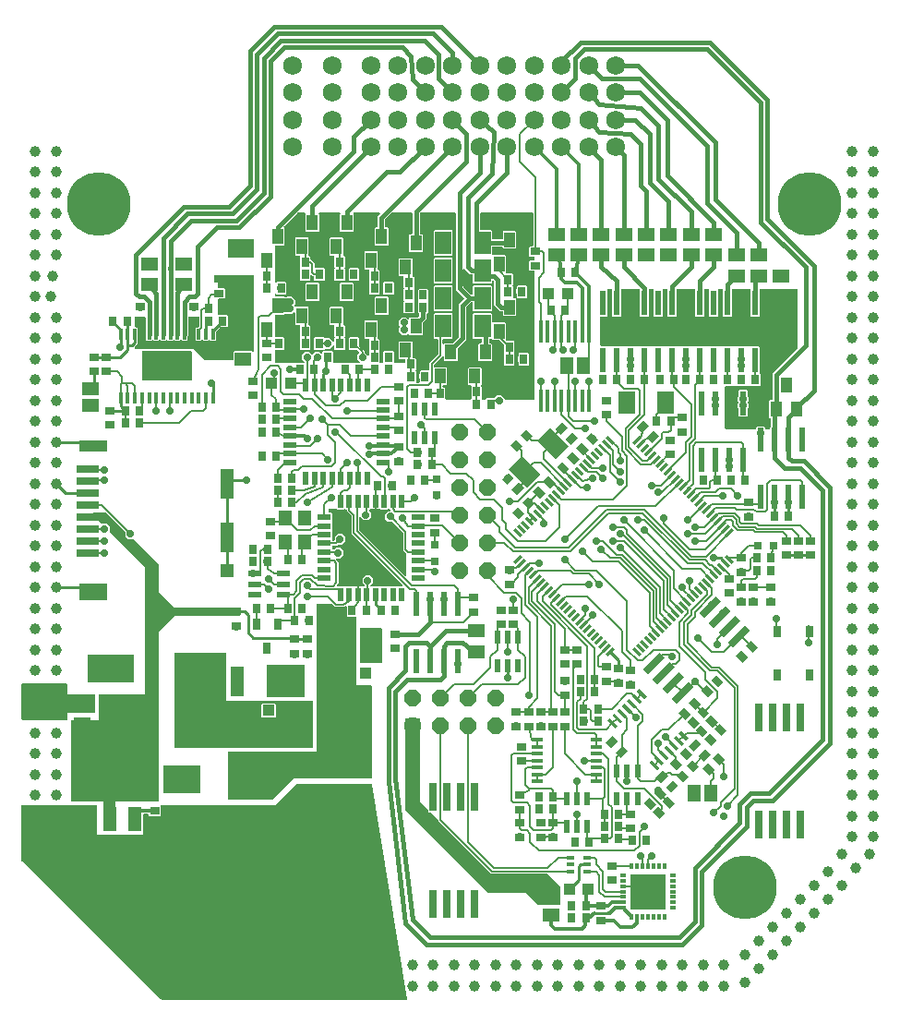
<source format=gbr>
G04 EAGLE Gerber RS-274X export*
G75*
%MOMM*%
%FSLAX34Y34*%
%LPD*%
%INTop Copper*%
%IPPOS*%
%AMOC8*
5,1,8,0,0,1.08239X$1,22.5*%
G01*
%ADD10R,0.700000X0.900000*%
%ADD11R,0.900000X0.700000*%
%ADD12R,0.700000X1.000000*%
%ADD13R,1.000000X1.100000*%
%ADD14R,1.270000X0.558800*%
%ADD15R,0.558800X1.270000*%
%ADD16R,1.780000X2.160000*%
%ADD17R,0.800000X0.800000*%
%ADD18R,1.200000X2.800000*%
%ADD19R,1.200000X1.400000*%
%ADD20R,1.800000X2.400000*%
%ADD21R,1.000000X1.400000*%
%ADD22R,1.500000X1.300000*%
%ADD23R,1.500000X2.100000*%
%ADD24R,0.685800X2.540000*%
%ADD25R,0.900000X0.300000*%
%ADD26R,0.300000X0.900000*%
%ADD27R,1.700000X2.400000*%
%ADD28R,0.600000X2.200000*%
%ADD29R,1.219000X2.235000*%
%ADD30R,3.600000X2.200000*%
%ADD31R,2.200000X0.635000*%
%ADD32P,1.649562X8X292.500000*%
%ADD33C,1.725000*%
%ADD34R,1.100000X1.000000*%
%ADD35R,0.550000X1.200000*%
%ADD36R,1.200000X0.550000*%
%ADD37R,0.990600X0.304800*%
%ADD38R,0.304800X0.990600*%
%ADD39R,1.000000X3.400000*%
%ADD40R,6.800000X9.600000*%
%ADD41R,4.300000X2.500000*%
%ADD42R,3.500000X2.500000*%
%ADD43R,2.400000X1.800000*%
%ADD44R,1.168400X1.600200*%
%ADD45R,0.600000X0.300000*%
%ADD46R,0.300000X0.600000*%
%ADD47R,3.300000X3.300000*%
%ADD48R,0.800000X0.400000*%
%ADD49R,0.750000X1.000000*%
%ADD50R,1.600200X1.168400*%
%ADD51R,2.000000X0.700000*%
%ADD52R,2.600000X1.500000*%
%ADD53R,2.600000X1.000000*%
%ADD54R,1.200000X1.200000*%
%ADD55R,1.200000X2.700000*%
%ADD56R,0.380000X2.000000*%
%ADD57P,1.649562X8X202.500000*%
%ADD58C,0.711200*%
%ADD59C,0.203200*%
%ADD60C,0.254000*%
%ADD61C,0.304800*%
%ADD62C,0.152400*%
%ADD63C,5.842000*%
%ADD64C,1.006400*%
%ADD65C,0.406400*%
%ADD66C,0.635000*%

G36*
X356613Y3189D02*
X356613Y3189D01*
X356695Y3194D01*
X356734Y3209D01*
X356774Y3215D01*
X356847Y3254D01*
X356924Y3285D01*
X356955Y3311D01*
X356991Y3331D01*
X357048Y3390D01*
X357111Y3444D01*
X357132Y3479D01*
X357161Y3509D01*
X357196Y3584D01*
X357238Y3654D01*
X357247Y3695D01*
X357264Y3732D01*
X357274Y3814D01*
X357291Y3895D01*
X357288Y3948D01*
X357292Y3976D01*
X357285Y4005D01*
X357282Y4062D01*
X324601Y200150D01*
X324575Y200226D01*
X324558Y200305D01*
X324536Y200342D01*
X324522Y200383D01*
X324473Y200447D01*
X324432Y200516D01*
X324399Y200544D01*
X324373Y200579D01*
X324306Y200624D01*
X324245Y200676D01*
X324205Y200692D01*
X324169Y200716D01*
X324091Y200738D01*
X324017Y200768D01*
X323960Y200774D01*
X323932Y200782D01*
X323904Y200780D01*
X323850Y200786D01*
X255588Y200786D01*
X255497Y200772D01*
X255407Y200764D01*
X255377Y200752D01*
X255345Y200747D01*
X255264Y200704D01*
X255180Y200668D01*
X255148Y200642D01*
X255127Y200631D01*
X255105Y200608D01*
X255049Y200563D01*
X236222Y181736D01*
X131674Y181736D01*
X131603Y181725D01*
X131531Y181723D01*
X131482Y181705D01*
X131431Y181697D01*
X131368Y181663D01*
X131300Y181638D01*
X131259Y181606D01*
X131214Y181581D01*
X131164Y181530D01*
X131108Y181485D01*
X131080Y181441D01*
X131044Y181403D01*
X131014Y181338D01*
X130975Y181278D01*
X130962Y181227D01*
X130941Y181180D01*
X130933Y181109D01*
X130915Y181039D01*
X130919Y180987D01*
X130913Y180936D01*
X130929Y180865D01*
X130934Y180794D01*
X130955Y180746D01*
X130966Y180695D01*
X131003Y180634D01*
X131031Y180568D01*
X131075Y180512D01*
X131092Y180484D01*
X131110Y180469D01*
X131135Y180437D01*
X131183Y180389D01*
X131183Y172336D01*
X130439Y171592D01*
X120386Y171592D01*
X119642Y172336D01*
X119642Y172750D01*
X119638Y172773D01*
X119640Y172796D01*
X119618Y172894D01*
X119602Y172993D01*
X119591Y173014D01*
X119586Y173036D01*
X119534Y173122D01*
X119487Y173210D01*
X119470Y173226D01*
X119458Y173246D01*
X119381Y173311D01*
X119309Y173380D01*
X119287Y173390D01*
X119270Y173404D01*
X119177Y173441D01*
X119086Y173483D01*
X119063Y173486D01*
X119041Y173494D01*
X118874Y173512D01*
X115881Y173486D01*
X115865Y173483D01*
X115848Y173485D01*
X115744Y173462D01*
X115639Y173444D01*
X115624Y173436D01*
X115608Y173433D01*
X115516Y173378D01*
X115422Y173327D01*
X115411Y173315D01*
X115397Y173306D01*
X115327Y173225D01*
X115254Y173147D01*
X115247Y173132D01*
X115237Y173119D01*
X115197Y173020D01*
X115153Y172923D01*
X115151Y172907D01*
X115145Y172891D01*
X115126Y172725D01*
X115126Y154749D01*
X72199Y154749D01*
X72199Y180975D01*
X72196Y180995D01*
X72198Y181014D01*
X72176Y181116D01*
X72159Y181218D01*
X72150Y181235D01*
X72145Y181255D01*
X72092Y181344D01*
X72044Y181435D01*
X72030Y181449D01*
X72019Y181466D01*
X71941Y181533D01*
X71866Y181605D01*
X71848Y181613D01*
X71832Y181626D01*
X71736Y181665D01*
X71643Y181708D01*
X71623Y181710D01*
X71604Y181718D01*
X71438Y181736D01*
X3937Y181736D01*
X3917Y181733D01*
X3898Y181735D01*
X3796Y181713D01*
X3694Y181697D01*
X3677Y181687D01*
X3657Y181683D01*
X3568Y181630D01*
X3477Y181581D01*
X3463Y181567D01*
X3446Y181557D01*
X3379Y181478D01*
X3307Y181403D01*
X3299Y181385D01*
X3286Y181370D01*
X3247Y181274D01*
X3204Y181180D01*
X3202Y181160D01*
X3194Y181142D01*
X3176Y180975D01*
X3176Y131631D01*
X3190Y131541D01*
X3198Y131450D01*
X3210Y131420D01*
X3215Y131388D01*
X3258Y131307D01*
X3294Y131223D01*
X3320Y131191D01*
X3331Y131171D01*
X3354Y131148D01*
X3399Y131092D01*
X131092Y3399D01*
X131166Y3346D01*
X131236Y3286D01*
X131266Y3274D01*
X131292Y3255D01*
X131379Y3228D01*
X131464Y3194D01*
X131505Y3190D01*
X131527Y3183D01*
X131559Y3184D01*
X131631Y3176D01*
X356531Y3176D01*
X356613Y3189D01*
G37*
G36*
X367700Y568773D02*
X367700Y568773D01*
X367720Y568771D01*
X367821Y568793D01*
X367923Y568810D01*
X367941Y568819D01*
X367960Y568824D01*
X368049Y568877D01*
X368141Y568925D01*
X368154Y568939D01*
X368171Y568950D01*
X368239Y569028D01*
X368310Y569103D01*
X368318Y569121D01*
X368331Y569137D01*
X368370Y569233D01*
X368414Y569326D01*
X368416Y569346D01*
X368423Y569365D01*
X368442Y569531D01*
X368442Y572154D01*
X368427Y572244D01*
X368420Y572335D01*
X368407Y572365D01*
X368402Y572397D01*
X368359Y572478D01*
X368324Y572562D01*
X368298Y572594D01*
X368287Y572615D01*
X368264Y572637D01*
X368236Y572671D01*
X368236Y576681D01*
X368272Y576731D01*
X368331Y576801D01*
X368343Y576831D01*
X368362Y576857D01*
X368389Y576944D01*
X368423Y577029D01*
X368428Y577070D01*
X368435Y577092D01*
X368434Y577124D01*
X368442Y577196D01*
X368442Y579701D01*
X369186Y580446D01*
X376619Y580446D01*
X376638Y580449D01*
X376658Y580447D01*
X376759Y580469D01*
X376861Y580485D01*
X376879Y580495D01*
X376898Y580499D01*
X376987Y580552D01*
X377079Y580601D01*
X377092Y580615D01*
X377109Y580625D01*
X377177Y580704D01*
X377248Y580779D01*
X377256Y580797D01*
X377269Y580812D01*
X377308Y580908D01*
X377352Y581002D01*
X377354Y581022D01*
X377361Y581040D01*
X377380Y581207D01*
X377380Y586630D01*
X385094Y594344D01*
X385147Y594418D01*
X385207Y594487D01*
X385219Y594518D01*
X385238Y594544D01*
X385265Y594631D01*
X385299Y594716D01*
X385303Y594757D01*
X385310Y594779D01*
X385309Y594811D01*
X385317Y594882D01*
X385317Y608181D01*
X385314Y608200D01*
X385316Y608220D01*
X385294Y608321D01*
X385278Y608423D01*
X385268Y608441D01*
X385264Y608460D01*
X385211Y608549D01*
X385162Y608641D01*
X385148Y608654D01*
X385138Y608671D01*
X385059Y608739D01*
X384984Y608810D01*
X384966Y608818D01*
X384951Y608831D01*
X384855Y608870D01*
X384761Y608914D01*
X384741Y608916D01*
X384723Y608923D01*
X384556Y608942D01*
X381961Y608942D01*
X381217Y609686D01*
X381217Y631739D01*
X381961Y632483D01*
X398014Y632483D01*
X398758Y631739D01*
X398758Y609686D01*
X398014Y608942D01*
X390144Y608942D01*
X390124Y608939D01*
X390105Y608941D01*
X390003Y608919D01*
X389901Y608902D01*
X389884Y608893D01*
X389864Y608888D01*
X389775Y608835D01*
X389684Y608787D01*
X389670Y608773D01*
X389653Y608762D01*
X389586Y608684D01*
X389514Y608609D01*
X389506Y608591D01*
X389493Y608575D01*
X389454Y608479D01*
X389411Y608386D01*
X389409Y608366D01*
X389401Y608347D01*
X389383Y608181D01*
X389383Y604930D01*
X389394Y604859D01*
X389396Y604788D01*
X389414Y604739D01*
X389422Y604687D01*
X389456Y604624D01*
X389481Y604557D01*
X389513Y604516D01*
X389538Y604470D01*
X389590Y604421D01*
X389634Y604365D01*
X389678Y604336D01*
X389716Y604301D01*
X389781Y604270D01*
X389841Y604232D01*
X389892Y604219D01*
X389939Y604197D01*
X390010Y604189D01*
X390080Y604172D01*
X390132Y604176D01*
X390183Y604170D01*
X390254Y604185D01*
X390325Y604191D01*
X390373Y604211D01*
X390424Y604222D01*
X390485Y604259D01*
X390551Y604287D01*
X390607Y604332D01*
X390635Y604348D01*
X390650Y604366D01*
X390682Y604392D01*
X391349Y605058D01*
X398460Y605058D01*
X398550Y605073D01*
X398641Y605080D01*
X398670Y605093D01*
X398702Y605098D01*
X398783Y605141D01*
X398867Y605176D01*
X398899Y605202D01*
X398920Y605213D01*
X398942Y605236D01*
X398998Y605281D01*
X404462Y610745D01*
X404515Y610819D01*
X404574Y610888D01*
X404587Y610919D01*
X404605Y610945D01*
X404632Y611032D01*
X404666Y611117D01*
X404671Y611158D01*
X404678Y611180D01*
X404677Y611212D01*
X404685Y611283D01*
X404685Y641131D01*
X409128Y645574D01*
X409140Y645590D01*
X409156Y645603D01*
X409212Y645690D01*
X409272Y645774D01*
X409278Y645793D01*
X409289Y645810D01*
X409314Y645910D01*
X409344Y646009D01*
X409344Y646029D01*
X409349Y646048D01*
X409341Y646151D01*
X409338Y646255D01*
X409331Y646274D01*
X409330Y646293D01*
X409289Y646388D01*
X409254Y646486D01*
X409241Y646502D01*
X409233Y646520D01*
X409128Y646651D01*
X401510Y654269D01*
X401510Y723900D01*
X401507Y723920D01*
X401509Y723939D01*
X401487Y724041D01*
X401470Y724143D01*
X401461Y724160D01*
X401456Y724180D01*
X401403Y724269D01*
X401355Y724360D01*
X401341Y724374D01*
X401330Y724391D01*
X401252Y724458D01*
X401177Y724530D01*
X401159Y724538D01*
X401143Y724551D01*
X401047Y724590D01*
X400954Y724633D01*
X400934Y724635D01*
X400915Y724643D01*
X400749Y724661D01*
X369285Y724661D01*
X369195Y724646D01*
X369104Y724639D01*
X369074Y724627D01*
X369042Y724622D01*
X368961Y724579D01*
X368877Y724543D01*
X368845Y724517D01*
X368825Y724506D01*
X368803Y724483D01*
X368746Y724438D01*
X368651Y724342D01*
X368597Y724268D01*
X368563Y724228D01*
X368559Y724224D01*
X368538Y724199D01*
X368526Y724169D01*
X368507Y724143D01*
X368480Y724056D01*
X368475Y724043D01*
X368456Y724001D01*
X368455Y723992D01*
X368446Y723971D01*
X368442Y723930D01*
X368435Y723907D01*
X368436Y723875D01*
X368428Y723804D01*
X368428Y705832D01*
X368431Y705812D01*
X368429Y705793D01*
X368451Y705691D01*
X368467Y705589D01*
X368477Y705572D01*
X368481Y705552D01*
X368534Y705463D01*
X368583Y705372D01*
X368597Y705358D01*
X368607Y705341D01*
X368686Y705274D01*
X368761Y705202D01*
X368779Y705194D01*
X368794Y705181D01*
X368890Y705142D01*
X368984Y705099D01*
X369004Y705097D01*
X369022Y705089D01*
X369189Y705071D01*
X370651Y705071D01*
X371396Y704326D01*
X371396Y689274D01*
X370651Y688529D01*
X359599Y688529D01*
X358854Y689274D01*
X358854Y704326D01*
X359599Y705071D01*
X361061Y705071D01*
X361081Y705074D01*
X361100Y705072D01*
X361202Y705094D01*
X361304Y705110D01*
X361321Y705120D01*
X361341Y705124D01*
X361430Y705177D01*
X361521Y705226D01*
X361535Y705240D01*
X361552Y705250D01*
X361619Y705329D01*
X361691Y705404D01*
X361699Y705422D01*
X361712Y705437D01*
X361751Y705533D01*
X361794Y705627D01*
X361796Y705647D01*
X361804Y705665D01*
X361822Y705832D01*
X361822Y723900D01*
X361819Y723920D01*
X361821Y723939D01*
X361799Y724041D01*
X361783Y724143D01*
X361773Y724160D01*
X361769Y724180D01*
X361716Y724269D01*
X361667Y724360D01*
X361653Y724374D01*
X361643Y724391D01*
X361564Y724458D01*
X361489Y724530D01*
X361471Y724538D01*
X361456Y724551D01*
X361360Y724590D01*
X361266Y724633D01*
X361246Y724635D01*
X361228Y724643D01*
X361061Y724661D01*
X343147Y724661D01*
X343057Y724647D01*
X342966Y724639D01*
X342937Y724627D01*
X342905Y724622D01*
X342824Y724579D01*
X342740Y724543D01*
X342708Y724517D01*
X342687Y724506D01*
X342665Y724483D01*
X342609Y724438D01*
X336901Y718730D01*
X336848Y718656D01*
X336788Y718587D01*
X336776Y718556D01*
X336757Y718530D01*
X336730Y718443D01*
X336696Y718358D01*
X336692Y718317D01*
X336685Y718295D01*
X336686Y718263D01*
X336678Y718192D01*
X336678Y712182D01*
X336681Y712162D01*
X336679Y712143D01*
X336701Y712041D01*
X336717Y711939D01*
X336727Y711922D01*
X336731Y711902D01*
X336784Y711813D01*
X336833Y711722D01*
X336847Y711708D01*
X336857Y711691D01*
X336936Y711624D01*
X337011Y711552D01*
X337029Y711544D01*
X337044Y711531D01*
X337140Y711492D01*
X337234Y711449D01*
X337254Y711447D01*
X337272Y711439D01*
X337439Y711421D01*
X338901Y711421D01*
X339646Y710676D01*
X339646Y695624D01*
X338901Y694879D01*
X327849Y694879D01*
X327104Y695624D01*
X327104Y710676D01*
X327849Y711421D01*
X329311Y711421D01*
X329331Y711424D01*
X329350Y711422D01*
X329452Y711444D01*
X329554Y711460D01*
X329571Y711470D01*
X329591Y711474D01*
X329680Y711527D01*
X329771Y711576D01*
X329785Y711590D01*
X329802Y711600D01*
X329869Y711679D01*
X329941Y711754D01*
X329949Y711772D01*
X329962Y711787D01*
X330001Y711883D01*
X330044Y711977D01*
X330046Y711997D01*
X330054Y712015D01*
X330072Y712182D01*
X330072Y721243D01*
X332191Y723362D01*
X332233Y723420D01*
X332282Y723472D01*
X332304Y723519D01*
X332334Y723561D01*
X332356Y723630D01*
X332386Y723695D01*
X332392Y723747D01*
X332407Y723797D01*
X332405Y723868D01*
X332413Y723939D01*
X332402Y723990D01*
X332400Y724042D01*
X332376Y724110D01*
X332361Y724180D01*
X332334Y724224D01*
X332316Y724273D01*
X332271Y724329D01*
X332234Y724391D01*
X332195Y724425D01*
X332162Y724465D01*
X332102Y724504D01*
X332048Y724551D01*
X331999Y724570D01*
X331955Y724598D01*
X331886Y724616D01*
X331819Y724643D01*
X331748Y724651D01*
X331717Y724659D01*
X331694Y724657D01*
X331653Y724661D01*
X308449Y724661D01*
X308378Y724650D01*
X308306Y724648D01*
X308257Y724630D01*
X308206Y724622D01*
X308143Y724588D01*
X308075Y724563D01*
X308034Y724531D01*
X307989Y724506D01*
X307939Y724455D01*
X307883Y724410D01*
X307855Y724366D01*
X307819Y724328D01*
X307789Y724263D01*
X307750Y724203D01*
X307737Y724152D01*
X307716Y724105D01*
X307708Y724034D01*
X307690Y723964D01*
X307694Y723912D01*
X307688Y723861D01*
X307704Y723790D01*
X307709Y723719D01*
X307730Y723671D01*
X307741Y723620D01*
X307778Y723559D01*
X307806Y723493D01*
X307850Y723437D01*
X307867Y723409D01*
X307885Y723394D01*
X307896Y723380D01*
X307896Y708324D01*
X307151Y707579D01*
X296099Y707579D01*
X295354Y708324D01*
X295354Y723382D01*
X295381Y723420D01*
X295431Y723472D01*
X295453Y723519D01*
X295483Y723561D01*
X295504Y723630D01*
X295534Y723695D01*
X295540Y723747D01*
X295556Y723797D01*
X295554Y723868D01*
X295562Y723939D01*
X295551Y723990D01*
X295549Y724042D01*
X295525Y724110D01*
X295509Y724180D01*
X295483Y724224D01*
X295465Y724273D01*
X295420Y724329D01*
X295383Y724391D01*
X295344Y724425D01*
X295311Y724465D01*
X295251Y724504D01*
X295196Y724551D01*
X295148Y724570D01*
X295104Y724598D01*
X295035Y724616D01*
X294968Y724643D01*
X294897Y724651D01*
X294866Y724659D01*
X294842Y724657D01*
X294801Y724661D01*
X276699Y724661D01*
X276628Y724650D01*
X276556Y724648D01*
X276507Y724630D01*
X276456Y724622D01*
X276393Y724588D01*
X276325Y724563D01*
X276284Y724531D01*
X276239Y724506D01*
X276189Y724455D01*
X276133Y724410D01*
X276105Y724366D01*
X276069Y724328D01*
X276039Y724263D01*
X276000Y724203D01*
X275987Y724152D01*
X275966Y724105D01*
X275958Y724034D01*
X275940Y723964D01*
X275944Y723912D01*
X275938Y723861D01*
X275954Y723790D01*
X275959Y723719D01*
X275980Y723671D01*
X275991Y723620D01*
X276028Y723559D01*
X276056Y723493D01*
X276100Y723437D01*
X276117Y723409D01*
X276135Y723394D01*
X276146Y723380D01*
X276146Y708324D01*
X275401Y707579D01*
X264349Y707579D01*
X263604Y708324D01*
X263604Y723382D01*
X263631Y723420D01*
X263681Y723472D01*
X263703Y723519D01*
X263733Y723561D01*
X263754Y723630D01*
X263784Y723695D01*
X263790Y723747D01*
X263806Y723797D01*
X263804Y723868D01*
X263812Y723939D01*
X263801Y723990D01*
X263799Y724042D01*
X263775Y724110D01*
X263759Y724180D01*
X263733Y724224D01*
X263715Y724273D01*
X263670Y724329D01*
X263633Y724391D01*
X263594Y724425D01*
X263561Y724465D01*
X263501Y724504D01*
X263446Y724551D01*
X263398Y724570D01*
X263354Y724598D01*
X263285Y724616D01*
X263218Y724643D01*
X263147Y724651D01*
X263116Y724659D01*
X263092Y724657D01*
X263051Y724661D01*
X256572Y724661D01*
X256482Y724647D01*
X256391Y724639D01*
X256362Y724627D01*
X256330Y724622D01*
X256249Y724579D01*
X256165Y724543D01*
X256133Y724517D01*
X256112Y724506D01*
X256090Y724483D01*
X256034Y724438D01*
X243872Y712276D01*
X243861Y712260D01*
X243845Y712248D01*
X243789Y712160D01*
X243729Y712077D01*
X243723Y712058D01*
X243712Y712041D01*
X243687Y711940D01*
X243656Y711842D01*
X243657Y711822D01*
X243652Y711802D01*
X243660Y711699D01*
X243663Y711596D01*
X243670Y711577D01*
X243671Y711557D01*
X243711Y711462D01*
X243747Y711365D01*
X243760Y711349D01*
X243767Y711331D01*
X243872Y711200D01*
X244396Y710676D01*
X244396Y695624D01*
X243651Y694879D01*
X236538Y694879D01*
X236518Y694876D01*
X236498Y694878D01*
X236397Y694856D01*
X236295Y694840D01*
X236277Y694830D01*
X236258Y694826D01*
X236169Y694773D01*
X236077Y694724D01*
X236064Y694710D01*
X236047Y694700D01*
X235979Y694621D01*
X235908Y694546D01*
X235900Y694528D01*
X235887Y694513D01*
X235848Y694417D01*
X235804Y694323D01*
X235802Y694303D01*
X235795Y694285D01*
X235776Y694118D01*
X235776Y661599D01*
X235788Y661528D01*
X235790Y661456D01*
X235808Y661407D01*
X235816Y661356D01*
X235850Y661293D01*
X235874Y661225D01*
X235907Y661184D01*
X235931Y661139D01*
X235983Y661089D01*
X236028Y661033D01*
X236072Y661005D01*
X236109Y660969D01*
X236175Y660939D01*
X236235Y660900D01*
X236285Y660887D01*
X236333Y660866D01*
X236404Y660858D01*
X236473Y660840D01*
X236525Y660844D01*
X236577Y660838D01*
X236647Y660854D01*
X236719Y660859D01*
X236766Y660880D01*
X236817Y660891D01*
X236879Y660927D01*
X236945Y660956D01*
X237001Y661000D01*
X237028Y661017D01*
X237044Y661035D01*
X237076Y661060D01*
X237424Y661408D01*
X245476Y661408D01*
X246221Y660664D01*
X246221Y650611D01*
X245476Y649867D01*
X237424Y649867D01*
X237076Y650215D01*
X237018Y650257D01*
X236966Y650306D01*
X236918Y650328D01*
X236876Y650358D01*
X236808Y650379D01*
X236743Y650409D01*
X236691Y650415D01*
X236641Y650431D01*
X236569Y650429D01*
X236498Y650437D01*
X236447Y650426D01*
X236395Y650424D01*
X236328Y650400D01*
X236258Y650384D01*
X236213Y650358D01*
X236164Y650340D01*
X236108Y650295D01*
X236047Y650258D01*
X236013Y650219D01*
X235972Y650186D01*
X235933Y650126D01*
X235887Y650071D01*
X235867Y650023D01*
X235839Y649979D01*
X235822Y649910D01*
X235795Y649843D01*
X235787Y649772D01*
X235779Y649741D01*
X235781Y649717D01*
X235776Y649676D01*
X235776Y648682D01*
X235779Y648662D01*
X235777Y648643D01*
X235799Y648541D01*
X235816Y648439D01*
X235825Y648422D01*
X235830Y648402D01*
X235883Y648313D01*
X235931Y648222D01*
X235946Y648208D01*
X235956Y648191D01*
X236034Y648124D01*
X236109Y648052D01*
X236127Y648044D01*
X236143Y648031D01*
X236239Y647992D01*
X236333Y647949D01*
X236352Y647947D01*
X236371Y647939D01*
X236538Y647921D01*
X243651Y647921D01*
X243966Y647606D01*
X244040Y647553D01*
X244109Y647494D01*
X244139Y647482D01*
X244166Y647463D01*
X244253Y647436D01*
X244337Y647402D01*
X244378Y647397D01*
X244401Y647390D01*
X244433Y647391D01*
X244504Y647383D01*
X246542Y647383D01*
X246632Y647398D01*
X246723Y647405D01*
X246753Y647418D01*
X246785Y647423D01*
X246865Y647466D01*
X246949Y647501D01*
X246981Y647527D01*
X247002Y647538D01*
X247024Y647561D01*
X247080Y647606D01*
X247238Y647764D01*
X251237Y647764D01*
X254064Y644937D01*
X254064Y640938D01*
X253427Y640301D01*
X253415Y640285D01*
X253400Y640272D01*
X253344Y640185D01*
X253283Y640101D01*
X253277Y640082D01*
X253267Y640065D01*
X253241Y639965D01*
X253211Y639866D01*
X253211Y639846D01*
X253207Y639827D01*
X253215Y639724D01*
X253217Y639620D01*
X253224Y639601D01*
X253226Y639582D01*
X253266Y639486D01*
X253302Y639389D01*
X253314Y639374D01*
X253322Y639355D01*
X253427Y639224D01*
X253901Y638750D01*
X253917Y638738D01*
X253930Y638723D01*
X253997Y638680D01*
X254035Y638647D01*
X254057Y638638D01*
X254101Y638606D01*
X254120Y638600D01*
X254137Y638590D01*
X254237Y638564D01*
X254247Y638561D01*
X254263Y638555D01*
X254271Y638554D01*
X254336Y638534D01*
X254356Y638534D01*
X254375Y638530D01*
X254478Y638538D01*
X254582Y638540D01*
X254601Y638547D01*
X254621Y638549D01*
X254680Y638574D01*
X254692Y638576D01*
X254718Y638590D01*
X254802Y638621D01*
X265901Y638621D01*
X266646Y637876D01*
X266646Y622671D01*
X266642Y622635D01*
X266626Y622586D01*
X266628Y622514D01*
X266620Y622443D01*
X266631Y622392D01*
X266633Y622340D01*
X266657Y622272D01*
X266673Y622202D01*
X266699Y622158D01*
X266717Y622109D01*
X266762Y622053D01*
X266799Y621991D01*
X266838Y621957D01*
X266871Y621917D01*
X266931Y621878D01*
X266986Y621831D01*
X267034Y621812D01*
X267077Y621784D01*
X267147Y621766D01*
X267214Y621739D01*
X267285Y621731D01*
X267316Y621723D01*
X267339Y621725D01*
X267381Y621721D01*
X267401Y621721D01*
X268146Y620976D01*
X268146Y610920D01*
X268142Y610916D01*
X268127Y610903D01*
X268071Y610816D01*
X268011Y610732D01*
X268005Y610713D01*
X267994Y610696D01*
X267969Y610596D01*
X267938Y610497D01*
X267939Y610477D01*
X267934Y610458D01*
X267942Y610355D01*
X267945Y610251D01*
X267951Y610233D01*
X267953Y610213D01*
X267993Y610118D01*
X268029Y610020D01*
X268042Y610005D01*
X268049Y609986D01*
X268132Y609883D01*
X268134Y609879D01*
X268137Y609877D01*
X268146Y609866D01*
X268146Y599811D01*
X267401Y599067D01*
X259349Y599067D01*
X258604Y599811D01*
X258604Y609867D01*
X258607Y609872D01*
X258623Y609884D01*
X258654Y609932D01*
X258663Y609942D01*
X258671Y609959D01*
X258679Y609971D01*
X258739Y610055D01*
X258745Y610074D01*
X258756Y610091D01*
X258781Y610191D01*
X258812Y610290D01*
X258811Y610310D01*
X258816Y610330D01*
X258808Y610433D01*
X258805Y610536D01*
X258799Y610555D01*
X258797Y610575D01*
X258757Y610670D01*
X258721Y610767D01*
X258709Y610783D01*
X258701Y610801D01*
X258604Y610922D01*
X258604Y621129D01*
X258608Y621165D01*
X258624Y621214D01*
X258622Y621286D01*
X258630Y621357D01*
X258619Y621408D01*
X258617Y621460D01*
X258593Y621528D01*
X258577Y621598D01*
X258551Y621642D01*
X258533Y621691D01*
X258488Y621747D01*
X258451Y621809D01*
X258412Y621843D01*
X258379Y621883D01*
X258319Y621922D01*
X258264Y621969D01*
X258216Y621988D01*
X258173Y622016D01*
X258103Y622034D01*
X258036Y622061D01*
X257965Y622069D01*
X257934Y622077D01*
X257911Y622075D01*
X257869Y622079D01*
X254849Y622079D01*
X254104Y622824D01*
X254104Y632790D01*
X254093Y632861D01*
X254091Y632933D01*
X254073Y632982D01*
X254065Y633033D01*
X254031Y633097D01*
X254006Y633164D01*
X253974Y633205D01*
X253949Y633251D01*
X253897Y633300D01*
X253853Y633356D01*
X253809Y633384D01*
X253771Y633420D01*
X253706Y633450D01*
X253646Y633489D01*
X253595Y633502D01*
X253548Y633524D01*
X253477Y633531D01*
X253407Y633549D01*
X253355Y633545D01*
X253304Y633551D01*
X253233Y633535D01*
X253162Y633530D01*
X253114Y633509D01*
X253063Y633498D01*
X253002Y633462D01*
X252936Y633434D01*
X252880Y633389D01*
X252852Y633372D01*
X252837Y633354D01*
X252805Y633329D01*
X251237Y631761D01*
X247238Y631761D01*
X247080Y631919D01*
X247006Y631972D01*
X246937Y632031D01*
X246907Y632044D01*
X246880Y632062D01*
X246793Y632089D01*
X246709Y632123D01*
X246668Y632128D01*
X246645Y632135D01*
X246613Y632134D01*
X246542Y632142D01*
X244729Y632142D01*
X244639Y632127D01*
X244548Y632120D01*
X244518Y632107D01*
X244486Y632102D01*
X244406Y632059D01*
X244322Y632024D01*
X244290Y631998D01*
X244269Y631987D01*
X244247Y631964D01*
X244191Y631919D01*
X243651Y631379D01*
X236538Y631379D01*
X236518Y631376D01*
X236498Y631378D01*
X236397Y631356D01*
X236295Y631340D01*
X236277Y631330D01*
X236258Y631326D01*
X236169Y631273D01*
X236077Y631224D01*
X236064Y631210D01*
X236047Y631200D01*
X235979Y631121D01*
X235908Y631046D01*
X235900Y631028D01*
X235887Y631013D01*
X235848Y630917D01*
X235804Y630823D01*
X235802Y630803D01*
X235795Y630785D01*
X235776Y630618D01*
X235776Y611369D01*
X235779Y611350D01*
X235777Y611330D01*
X235799Y611229D01*
X235816Y611127D01*
X235825Y611109D01*
X235830Y611090D01*
X235883Y611001D01*
X235931Y610909D01*
X235946Y610896D01*
X235956Y610879D01*
X236034Y610811D01*
X236109Y610740D01*
X236127Y610732D01*
X236143Y610719D01*
X236239Y610680D01*
X236333Y610636D01*
X236352Y610634D01*
X236371Y610627D01*
X236538Y610608D01*
X243589Y610608D01*
X244333Y609864D01*
X244333Y599811D01*
X243589Y599067D01*
X236538Y599067D01*
X236518Y599064D01*
X236498Y599066D01*
X236397Y599044D01*
X236295Y599027D01*
X236277Y599018D01*
X236258Y599013D01*
X236169Y598960D01*
X236077Y598912D01*
X236064Y598898D01*
X236047Y598887D01*
X235979Y598809D01*
X235908Y598734D01*
X235900Y598716D01*
X235887Y598700D01*
X235848Y598604D01*
X235804Y598511D01*
X235802Y598491D01*
X235795Y598472D01*
X235776Y598306D01*
X235776Y587375D01*
X235779Y587355D01*
X235777Y587336D01*
X235799Y587234D01*
X235816Y587132D01*
X235825Y587115D01*
X235830Y587095D01*
X235883Y587006D01*
X235931Y586915D01*
X235946Y586901D01*
X235956Y586884D01*
X236034Y586817D01*
X236109Y586746D01*
X236127Y586737D01*
X236143Y586724D01*
X236239Y586685D01*
X236333Y586642D01*
X236352Y586640D01*
X236371Y586632D01*
X236538Y586614D01*
X261972Y586614D01*
X262043Y586625D01*
X262115Y586627D01*
X262164Y586645D01*
X262215Y586654D01*
X262278Y586687D01*
X262346Y586712D01*
X262386Y586744D01*
X262433Y586769D01*
X262482Y586821D01*
X262538Y586865D01*
X262566Y586909D01*
X262602Y586947D01*
X262632Y587012D01*
X262671Y587072D01*
X262684Y587123D01*
X262706Y587170D01*
X262713Y587241D01*
X262731Y587311D01*
X262727Y587363D01*
X262733Y587414D01*
X262717Y587485D01*
X262712Y587556D01*
X262691Y587604D01*
X262680Y587655D01*
X262644Y587716D01*
X262615Y587782D01*
X262571Y587838D01*
X262554Y587866D01*
X262536Y587881D01*
X262511Y587913D01*
X260286Y590138D01*
X260286Y594137D01*
X263113Y596964D01*
X267112Y596964D01*
X269337Y594739D01*
X269353Y594728D01*
X269365Y594712D01*
X269453Y594656D01*
X269536Y594596D01*
X269555Y594590D01*
X269572Y594579D01*
X269673Y594554D01*
X269772Y594523D01*
X269791Y594524D01*
X269811Y594519D01*
X269914Y594527D01*
X270017Y594530D01*
X270036Y594537D01*
X270056Y594538D01*
X270151Y594579D01*
X270248Y594614D01*
X270264Y594627D01*
X270282Y594635D01*
X270413Y594739D01*
X272638Y596964D01*
X276637Y596964D01*
X277942Y595659D01*
X278000Y595617D01*
X278052Y595568D01*
X278100Y595546D01*
X278142Y595515D01*
X278210Y595494D01*
X278276Y595464D01*
X278327Y595458D01*
X278377Y595443D01*
X278449Y595445D01*
X278520Y595437D01*
X278571Y595448D01*
X278623Y595449D01*
X278690Y595474D01*
X278760Y595489D01*
X278805Y595516D01*
X278854Y595534D01*
X278910Y595579D01*
X278971Y595615D01*
X279005Y595655D01*
X279046Y595687D01*
X279085Y595748D01*
X279131Y595802D01*
X279151Y595851D01*
X279179Y595894D01*
X279196Y595964D01*
X279223Y596030D01*
X279231Y596102D01*
X279239Y596133D01*
X279237Y596156D01*
X279242Y596197D01*
X279242Y597164D01*
X279845Y597767D01*
X279887Y597825D01*
X279936Y597877D01*
X279958Y597925D01*
X279989Y597967D01*
X280010Y598035D01*
X280040Y598101D01*
X280046Y598152D01*
X280061Y598202D01*
X280059Y598274D01*
X280067Y598345D01*
X280056Y598396D01*
X280055Y598448D01*
X280030Y598515D01*
X280015Y598585D01*
X279988Y598630D01*
X279970Y598679D01*
X279925Y598735D01*
X279889Y598796D01*
X279849Y598830D01*
X279817Y598871D01*
X279756Y598910D01*
X279702Y598956D01*
X279653Y598976D01*
X279610Y599004D01*
X279540Y599021D01*
X279474Y599048D01*
X279402Y599056D01*
X279371Y599064D01*
X279348Y599062D01*
X279307Y599067D01*
X272349Y599067D01*
X271604Y599811D01*
X271604Y609864D01*
X272349Y610608D01*
X280401Y610608D01*
X281216Y609794D01*
X281232Y609782D01*
X281245Y609766D01*
X281332Y609710D01*
X281416Y609650D01*
X281435Y609644D01*
X281452Y609633D01*
X281552Y609608D01*
X281651Y609578D01*
X281671Y609578D01*
X281690Y609573D01*
X281793Y609581D01*
X281897Y609584D01*
X281916Y609591D01*
X281935Y609592D01*
X282030Y609633D01*
X282116Y609664D01*
X286162Y609664D01*
X289055Y606771D01*
X289113Y606729D01*
X289165Y606680D01*
X289212Y606658D01*
X289254Y606628D01*
X289323Y606607D01*
X289388Y606576D01*
X289440Y606571D01*
X289490Y606555D01*
X289561Y606557D01*
X289632Y606549D01*
X289683Y606560D01*
X289735Y606562D01*
X289803Y606586D01*
X289873Y606602D01*
X289918Y606628D01*
X289966Y606646D01*
X290022Y606691D01*
X290084Y606728D01*
X290118Y606767D01*
X290158Y606800D01*
X290197Y606860D01*
X290244Y606915D01*
X290263Y606963D01*
X290291Y607007D01*
X290309Y607076D01*
X290336Y607143D01*
X290344Y607214D01*
X290352Y607245D01*
X290350Y607269D01*
X290354Y607310D01*
X290354Y609867D01*
X290357Y609872D01*
X290373Y609884D01*
X290404Y609932D01*
X290413Y609942D01*
X290421Y609959D01*
X290429Y609971D01*
X290489Y610055D01*
X290495Y610074D01*
X290506Y610091D01*
X290531Y610191D01*
X290562Y610290D01*
X290561Y610310D01*
X290566Y610330D01*
X290558Y610433D01*
X290555Y610536D01*
X290549Y610555D01*
X290547Y610575D01*
X290507Y610670D01*
X290471Y610767D01*
X290459Y610783D01*
X290451Y610801D01*
X290354Y610922D01*
X290354Y621129D01*
X290358Y621165D01*
X290374Y621214D01*
X290372Y621286D01*
X290380Y621357D01*
X290369Y621408D01*
X290367Y621460D01*
X290343Y621528D01*
X290327Y621598D01*
X290301Y621642D01*
X290283Y621691D01*
X290238Y621747D01*
X290201Y621809D01*
X290162Y621843D01*
X290129Y621883D01*
X290069Y621922D01*
X290014Y621969D01*
X289966Y621988D01*
X289923Y622016D01*
X289853Y622034D01*
X289786Y622061D01*
X289715Y622069D01*
X289684Y622077D01*
X289661Y622075D01*
X289619Y622079D01*
X286599Y622079D01*
X285854Y622824D01*
X285854Y637876D01*
X286599Y638621D01*
X297651Y638621D01*
X298396Y637876D01*
X298396Y622671D01*
X298392Y622635D01*
X298376Y622586D01*
X298378Y622514D01*
X298370Y622443D01*
X298381Y622392D01*
X298383Y622340D01*
X298407Y622272D01*
X298423Y622202D01*
X298449Y622158D01*
X298467Y622109D01*
X298512Y622053D01*
X298549Y621991D01*
X298588Y621957D01*
X298621Y621917D01*
X298681Y621878D01*
X298736Y621831D01*
X298784Y621812D01*
X298827Y621784D01*
X298897Y621766D01*
X298964Y621739D01*
X299035Y621731D01*
X299066Y621723D01*
X299089Y621725D01*
X299131Y621721D01*
X299151Y621721D01*
X299896Y620976D01*
X299896Y610920D01*
X299892Y610916D01*
X299877Y610903D01*
X299821Y610816D01*
X299761Y610732D01*
X299755Y610713D01*
X299744Y610696D01*
X299719Y610596D01*
X299688Y610497D01*
X299689Y610477D01*
X299684Y610458D01*
X299692Y610355D01*
X299695Y610251D01*
X299701Y610233D01*
X299703Y610213D01*
X299743Y610118D01*
X299779Y610020D01*
X299792Y610005D01*
X299799Y609986D01*
X299882Y609883D01*
X299884Y609879D01*
X299887Y609877D01*
X299896Y609866D01*
X299896Y599811D01*
X299151Y599067D01*
X291099Y599067D01*
X290354Y599811D01*
X290354Y602365D01*
X290343Y602436D01*
X290341Y602508D01*
X290323Y602557D01*
X290315Y602608D01*
X290281Y602672D01*
X290256Y602739D01*
X290224Y602780D01*
X290199Y602826D01*
X290147Y602875D01*
X290103Y602931D01*
X290059Y602959D01*
X290021Y602995D01*
X289956Y603025D01*
X289896Y603064D01*
X289845Y603077D01*
X289798Y603099D01*
X289727Y603106D01*
X289657Y603124D01*
X289605Y603120D01*
X289554Y603126D01*
X289483Y603110D01*
X289412Y603105D01*
X289364Y603084D01*
X289313Y603073D01*
X289252Y603037D01*
X289186Y603009D01*
X289130Y602964D01*
X289102Y602947D01*
X289087Y602929D01*
X289055Y602904D01*
X286162Y600011D01*
X282113Y600011D01*
X282093Y600025D01*
X282074Y600031D01*
X282057Y600042D01*
X281957Y600067D01*
X281858Y600097D01*
X281838Y600097D01*
X281818Y600102D01*
X281716Y600094D01*
X281612Y600091D01*
X281593Y600084D01*
X281573Y600083D01*
X281478Y600042D01*
X281381Y600007D01*
X281365Y599994D01*
X281347Y599986D01*
X281216Y599881D01*
X280542Y599208D01*
X280501Y599150D01*
X280451Y599098D01*
X280429Y599050D01*
X280399Y599008D01*
X280378Y598940D01*
X280347Y598874D01*
X280342Y598823D01*
X280326Y598773D01*
X280328Y598701D01*
X280320Y598630D01*
X280331Y598579D01*
X280333Y598527D01*
X280357Y598460D01*
X280373Y598390D01*
X280399Y598345D01*
X280417Y598296D01*
X280462Y598240D01*
X280499Y598179D01*
X280538Y598145D01*
X280571Y598104D01*
X280631Y598065D01*
X280686Y598019D01*
X280734Y597999D01*
X280778Y597971D01*
X280847Y597954D01*
X280914Y597927D01*
X280985Y597919D01*
X281016Y597911D01*
X281040Y597913D01*
X281081Y597908D01*
X288039Y597908D01*
X288783Y597164D01*
X288783Y587375D01*
X288786Y587355D01*
X288784Y587336D01*
X288806Y587234D01*
X288823Y587132D01*
X288832Y587115D01*
X288837Y587095D01*
X288890Y587006D01*
X288938Y586915D01*
X288952Y586901D01*
X288963Y586884D01*
X289041Y586817D01*
X289116Y586746D01*
X289134Y586737D01*
X289150Y586724D01*
X289246Y586685D01*
X289339Y586642D01*
X289359Y586640D01*
X289378Y586632D01*
X289544Y586614D01*
X295364Y586614D01*
X295454Y586629D01*
X295545Y586636D01*
X295575Y586648D01*
X295607Y586654D01*
X295687Y586696D01*
X295771Y586732D01*
X295803Y586758D01*
X295824Y586769D01*
X295846Y586792D01*
X295851Y586796D01*
X303930Y586796D01*
X303947Y586784D01*
X304016Y586724D01*
X304046Y586712D01*
X304073Y586693D01*
X304160Y586666D01*
X304244Y586632D01*
X304285Y586628D01*
X304308Y586621D01*
X304340Y586622D01*
X304411Y586614D01*
X308364Y586614D01*
X308454Y586629D01*
X308545Y586636D01*
X308575Y586648D01*
X308607Y586654D01*
X308687Y586696D01*
X308771Y586732D01*
X308803Y586758D01*
X308824Y586769D01*
X308846Y586792D01*
X308851Y586796D01*
X312590Y586796D01*
X312661Y586807D01*
X312733Y586809D01*
X312782Y586827D01*
X312833Y586835D01*
X312897Y586869D01*
X312964Y586894D01*
X313005Y586926D01*
X313051Y586951D01*
X313100Y587003D01*
X313156Y587047D01*
X313184Y587091D01*
X313220Y587129D01*
X313250Y587194D01*
X313289Y587254D01*
X313302Y587305D01*
X313324Y587352D01*
X313331Y587423D01*
X313349Y587493D01*
X313345Y587545D01*
X313351Y587596D01*
X313335Y587667D01*
X313330Y587738D01*
X313309Y587786D01*
X313298Y587837D01*
X313262Y587898D01*
X313234Y587964D01*
X313189Y588020D01*
X313172Y588048D01*
X313154Y588063D01*
X313129Y588095D01*
X311086Y590138D01*
X311086Y594137D01*
X312905Y595956D01*
X312917Y595972D01*
X312932Y595985D01*
X312988Y596072D01*
X313049Y596156D01*
X313054Y596175D01*
X313065Y596192D01*
X313091Y596292D01*
X313121Y596391D01*
X313120Y596411D01*
X313125Y596430D01*
X313117Y596533D01*
X313115Y596637D01*
X313108Y596656D01*
X313106Y596675D01*
X313066Y596770D01*
X313030Y596868D01*
X313018Y596883D01*
X313010Y596902D01*
X312905Y597033D01*
X311094Y598844D01*
X311020Y598897D01*
X310951Y598956D01*
X310920Y598968D01*
X310894Y598987D01*
X310807Y599014D01*
X310722Y599048D01*
X310681Y599053D01*
X310659Y599060D01*
X310627Y599059D01*
X310556Y599067D01*
X304099Y599067D01*
X303354Y599811D01*
X303354Y609864D01*
X304099Y610608D01*
X312151Y610608D01*
X312896Y609864D01*
X312896Y603107D01*
X312910Y603017D01*
X312918Y602926D01*
X312930Y602896D01*
X312935Y602864D01*
X312978Y602783D01*
X313014Y602699D01*
X313040Y602667D01*
X313051Y602647D01*
X313074Y602625D01*
X313119Y602569D01*
X316532Y599156D01*
X317945Y597742D01*
X317945Y597246D01*
X317960Y597156D01*
X317967Y597065D01*
X317980Y597035D01*
X317985Y597003D01*
X318028Y596923D01*
X318063Y596839D01*
X318089Y596807D01*
X318100Y596786D01*
X318123Y596764D01*
X318168Y596708D01*
X320805Y594071D01*
X320863Y594029D01*
X320915Y593980D01*
X320962Y593958D01*
X321004Y593928D01*
X321073Y593907D01*
X321138Y593876D01*
X321190Y593871D01*
X321240Y593855D01*
X321311Y593857D01*
X321382Y593849D01*
X321433Y593860D01*
X321485Y593862D01*
X321553Y593886D01*
X321623Y593902D01*
X321668Y593928D01*
X321716Y593946D01*
X321772Y593991D01*
X321834Y594028D01*
X321868Y594067D01*
X321908Y594100D01*
X321947Y594160D01*
X321994Y594215D01*
X322013Y594263D01*
X322041Y594307D01*
X322059Y594376D01*
X322086Y594443D01*
X322094Y594514D01*
X322102Y594545D01*
X322100Y594569D01*
X322104Y594610D01*
X322104Y597167D01*
X322107Y597172D01*
X322123Y597184D01*
X322179Y597271D01*
X322239Y597355D01*
X322245Y597374D01*
X322256Y597391D01*
X322281Y597491D01*
X322312Y597590D01*
X322311Y597610D01*
X322316Y597630D01*
X322308Y597733D01*
X322305Y597836D01*
X322299Y597855D01*
X322297Y597875D01*
X322257Y597970D01*
X322221Y598067D01*
X322209Y598083D01*
X322201Y598101D01*
X322104Y598222D01*
X322104Y608429D01*
X322108Y608465D01*
X322124Y608514D01*
X322122Y608586D01*
X322130Y608657D01*
X322119Y608708D01*
X322117Y608760D01*
X322093Y608828D01*
X322077Y608898D01*
X322051Y608942D01*
X322033Y608991D01*
X321988Y609047D01*
X321951Y609109D01*
X321912Y609143D01*
X321879Y609183D01*
X321819Y609222D01*
X321764Y609269D01*
X321716Y609288D01*
X321673Y609316D01*
X321603Y609334D01*
X321536Y609361D01*
X321465Y609369D01*
X321434Y609377D01*
X321411Y609375D01*
X321369Y609379D01*
X318349Y609379D01*
X317604Y610124D01*
X317604Y625176D01*
X318349Y625921D01*
X329401Y625921D01*
X330146Y625176D01*
X330146Y609971D01*
X330142Y609935D01*
X330126Y609886D01*
X330128Y609814D01*
X330120Y609743D01*
X330131Y609692D01*
X330133Y609640D01*
X330157Y609572D01*
X330173Y609502D01*
X330199Y609458D01*
X330217Y609409D01*
X330262Y609353D01*
X330299Y609291D01*
X330338Y609257D01*
X330371Y609217D01*
X330431Y609178D01*
X330486Y609131D01*
X330534Y609112D01*
X330577Y609084D01*
X330647Y609066D01*
X330714Y609039D01*
X330785Y609031D01*
X330816Y609023D01*
X330839Y609025D01*
X330881Y609021D01*
X330901Y609021D01*
X331646Y608276D01*
X331646Y598220D01*
X331642Y598216D01*
X331627Y598203D01*
X331571Y598116D01*
X331511Y598032D01*
X331505Y598013D01*
X331494Y597996D01*
X331469Y597896D01*
X331438Y597797D01*
X331439Y597777D01*
X331434Y597758D01*
X331442Y597655D01*
X331445Y597551D01*
X331451Y597533D01*
X331453Y597513D01*
X331493Y597418D01*
X331529Y597320D01*
X331542Y597305D01*
X331549Y597286D01*
X331646Y597166D01*
X331646Y587375D01*
X331649Y587355D01*
X331647Y587336D01*
X331669Y587234D01*
X331685Y587132D01*
X331695Y587115D01*
X331699Y587095D01*
X331752Y587006D01*
X331801Y586915D01*
X331815Y586901D01*
X331825Y586884D01*
X331904Y586817D01*
X331979Y586746D01*
X331997Y586737D01*
X332012Y586724D01*
X332108Y586685D01*
X332202Y586642D01*
X332222Y586640D01*
X332240Y586632D01*
X332407Y586614D01*
X334343Y586614D01*
X334363Y586617D01*
X334382Y586615D01*
X334484Y586637D01*
X334586Y586654D01*
X334603Y586663D01*
X334623Y586667D01*
X334712Y586720D01*
X334803Y586769D01*
X334817Y586783D01*
X334834Y586793D01*
X334901Y586872D01*
X334973Y586947D01*
X334981Y586965D01*
X334994Y586980D01*
X335033Y587076D01*
X335076Y587170D01*
X335078Y587190D01*
X335086Y587208D01*
X335104Y587375D01*
X335104Y589617D01*
X335090Y589707D01*
X335082Y589798D01*
X335070Y589828D01*
X335065Y589860D01*
X335022Y589940D01*
X334986Y590024D01*
X334960Y590056D01*
X334949Y590077D01*
X334926Y590099D01*
X334898Y590134D01*
X334898Y594143D01*
X334934Y594194D01*
X334994Y594263D01*
X335006Y594293D01*
X335025Y594320D01*
X335052Y594407D01*
X335086Y594491D01*
X335090Y594532D01*
X335097Y594555D01*
X335096Y594587D01*
X335104Y594658D01*
X335104Y597164D01*
X335849Y597908D01*
X343901Y597908D01*
X344646Y597164D01*
X344646Y587375D01*
X344649Y587355D01*
X344647Y587336D01*
X344669Y587234D01*
X344685Y587132D01*
X344695Y587115D01*
X344699Y587095D01*
X344752Y587006D01*
X344801Y586915D01*
X344815Y586901D01*
X344825Y586884D01*
X344904Y586817D01*
X344979Y586746D01*
X344997Y586737D01*
X345012Y586724D01*
X345108Y586685D01*
X345202Y586642D01*
X345222Y586640D01*
X345240Y586632D01*
X345407Y586614D01*
X354681Y586614D01*
X354700Y586617D01*
X354720Y586615D01*
X354821Y586637D01*
X354923Y586654D01*
X354941Y586663D01*
X354960Y586667D01*
X355049Y586720D01*
X355141Y586769D01*
X355154Y586783D01*
X355171Y586793D01*
X355239Y586872D01*
X355310Y586947D01*
X355318Y586965D01*
X355331Y586980D01*
X355370Y587076D01*
X355414Y587170D01*
X355416Y587190D01*
X355423Y587208D01*
X355442Y587375D01*
X355442Y589568D01*
X355439Y589588D01*
X355441Y589607D01*
X355419Y589709D01*
X355402Y589811D01*
X355393Y589828D01*
X355388Y589848D01*
X355335Y589937D01*
X355287Y590028D01*
X355273Y590042D01*
X355262Y590059D01*
X355184Y590126D01*
X355109Y590198D01*
X355091Y590206D01*
X355075Y590219D01*
X354979Y590258D01*
X354886Y590301D01*
X354866Y590303D01*
X354847Y590311D01*
X354681Y590329D01*
X350099Y590329D01*
X349354Y591074D01*
X349354Y606126D01*
X350099Y606871D01*
X361151Y606871D01*
X361896Y606126D01*
X361896Y592319D01*
X361899Y592300D01*
X361897Y592280D01*
X361919Y592179D01*
X361935Y592077D01*
X361945Y592059D01*
X361949Y592040D01*
X362002Y591951D01*
X362051Y591859D01*
X362065Y591846D01*
X362075Y591829D01*
X362154Y591761D01*
X362229Y591690D01*
X362247Y591682D01*
X362262Y591669D01*
X362358Y591630D01*
X362452Y591586D01*
X362472Y591584D01*
X362490Y591577D01*
X362657Y591558D01*
X364239Y591558D01*
X364983Y590814D01*
X364983Y580758D01*
X364980Y580753D01*
X364964Y580741D01*
X364908Y580654D01*
X364848Y580570D01*
X364842Y580551D01*
X364831Y580534D01*
X364806Y580434D01*
X364776Y580335D01*
X364776Y580315D01*
X364771Y580295D01*
X364779Y580192D01*
X364782Y580089D01*
X364789Y580070D01*
X364790Y580050D01*
X364831Y579955D01*
X364867Y579858D01*
X364879Y579842D01*
X364887Y579824D01*
X364983Y579703D01*
X364983Y569531D01*
X364986Y569512D01*
X364984Y569492D01*
X365006Y569391D01*
X365023Y569289D01*
X365032Y569271D01*
X365037Y569252D01*
X365090Y569163D01*
X365138Y569071D01*
X365152Y569058D01*
X365163Y569041D01*
X365241Y568973D01*
X365316Y568902D01*
X365334Y568894D01*
X365350Y568881D01*
X365446Y568842D01*
X365539Y568798D01*
X365559Y568796D01*
X365578Y568789D01*
X365744Y568770D01*
X367681Y568770D01*
X367700Y568773D01*
G37*
G36*
X88920Y157992D02*
X88920Y157992D01*
X88939Y157990D01*
X89041Y158012D01*
X89143Y158029D01*
X89160Y158038D01*
X89180Y158042D01*
X89269Y158095D01*
X89360Y158144D01*
X89374Y158158D01*
X89391Y158168D01*
X89458Y158247D01*
X89530Y158322D01*
X89538Y158340D01*
X89551Y158355D01*
X89590Y158451D01*
X89633Y158545D01*
X89635Y158565D01*
X89643Y158583D01*
X89661Y158750D01*
X89661Y184976D01*
X128588Y184976D01*
X128607Y184979D01*
X128627Y184977D01*
X128728Y184999D01*
X128830Y185016D01*
X128848Y185025D01*
X128867Y185030D01*
X128956Y185083D01*
X129048Y185131D01*
X129061Y185146D01*
X129078Y185156D01*
X129146Y185234D01*
X129217Y185309D01*
X129225Y185327D01*
X129238Y185343D01*
X129277Y185439D01*
X129321Y185533D01*
X129323Y185552D01*
X129330Y185571D01*
X129349Y185738D01*
X129349Y340997D01*
X143190Y354839D01*
X203200Y354839D01*
X203220Y354842D01*
X203239Y354840D01*
X203341Y354862D01*
X203443Y354879D01*
X203460Y354888D01*
X203480Y354892D01*
X203569Y354945D01*
X203660Y354994D01*
X203674Y355008D01*
X203691Y355018D01*
X203758Y355097D01*
X203830Y355172D01*
X203838Y355190D01*
X203851Y355205D01*
X203890Y355301D01*
X203933Y355395D01*
X203935Y355415D01*
X203943Y355433D01*
X203961Y355600D01*
X203961Y361950D01*
X203958Y361970D01*
X203960Y361989D01*
X203938Y362091D01*
X203922Y362193D01*
X203912Y362210D01*
X203908Y362230D01*
X203855Y362319D01*
X203806Y362410D01*
X203792Y362424D01*
X203782Y362441D01*
X203703Y362508D01*
X203628Y362580D01*
X203610Y362588D01*
X203595Y362601D01*
X203499Y362640D01*
X203405Y362683D01*
X203385Y362685D01*
X203367Y362693D01*
X203200Y362711D01*
X143190Y362711D01*
X129349Y376553D01*
X129349Y401638D01*
X129334Y401728D01*
X129327Y401819D01*
X129314Y401848D01*
X129309Y401880D01*
X129266Y401961D01*
X129231Y402045D01*
X129205Y402077D01*
X129194Y402098D01*
X129171Y402120D01*
X129126Y402176D01*
X106090Y425212D01*
X106073Y425224D01*
X106061Y425239D01*
X105974Y425295D01*
X105890Y425356D01*
X105871Y425361D01*
X105854Y425372D01*
X105753Y425398D01*
X105655Y425428D01*
X105635Y425427D01*
X105615Y425432D01*
X105512Y425424D01*
X105409Y425422D01*
X105390Y425415D01*
X105370Y425413D01*
X105306Y425386D01*
X101188Y425386D01*
X98361Y428213D01*
X98361Y431849D01*
X98346Y431939D01*
X98339Y432030D01*
X98326Y432060D01*
X98321Y432092D01*
X98278Y432173D01*
X98243Y432256D01*
X98217Y432289D01*
X98206Y432309D01*
X98183Y432331D01*
X98138Y432387D01*
X80724Y449801D01*
X80651Y449854D01*
X80581Y449913D01*
X80551Y449926D01*
X80525Y449944D01*
X80438Y449971D01*
X80353Y450005D01*
X80312Y450010D01*
X80290Y450017D01*
X80257Y450016D01*
X80186Y450024D01*
X69850Y450024D01*
X69830Y450021D01*
X69811Y450023D01*
X69709Y450001D01*
X69607Y449984D01*
X69590Y449975D01*
X69570Y449970D01*
X69481Y449917D01*
X69390Y449869D01*
X69376Y449855D01*
X69359Y449844D01*
X69292Y449766D01*
X69221Y449691D01*
X69212Y449673D01*
X69199Y449657D01*
X69160Y449561D01*
X69117Y449468D01*
X69115Y449448D01*
X69107Y449429D01*
X69089Y449263D01*
X69089Y442913D01*
X69092Y442893D01*
X69090Y442873D01*
X69112Y442772D01*
X69129Y442670D01*
X69138Y442652D01*
X69142Y442633D01*
X69195Y442544D01*
X69244Y442452D01*
X69258Y442439D01*
X69268Y442422D01*
X69347Y442354D01*
X69422Y442283D01*
X69440Y442275D01*
X69455Y442262D01*
X69551Y442223D01*
X69645Y442179D01*
X69665Y442177D01*
X69683Y442170D01*
X69850Y442151D01*
X74297Y442151D01*
X76473Y439976D01*
X76489Y439964D01*
X76502Y439948D01*
X76589Y439892D01*
X76673Y439832D01*
X76692Y439826D01*
X76709Y439815D01*
X76809Y439790D01*
X76908Y439760D01*
X76928Y439760D01*
X76947Y439755D01*
X77050Y439763D01*
X77154Y439766D01*
X77172Y439773D01*
X77192Y439774D01*
X77257Y439802D01*
X81374Y439802D01*
X84202Y436974D01*
X84202Y432860D01*
X84190Y432814D01*
X84160Y432715D01*
X84160Y432695D01*
X84155Y432675D01*
X84163Y432572D01*
X84166Y432469D01*
X84173Y432450D01*
X84174Y432430D01*
X84215Y432335D01*
X84250Y432238D01*
X84263Y432222D01*
X84271Y432204D01*
X84376Y432073D01*
X116714Y399735D01*
X116714Y283336D01*
X74613Y283336D01*
X74593Y283333D01*
X74573Y283335D01*
X74472Y283313D01*
X74370Y283297D01*
X74352Y283287D01*
X74333Y283283D01*
X74244Y283230D01*
X74152Y283181D01*
X74139Y283167D01*
X74122Y283157D01*
X74054Y283078D01*
X73983Y283003D01*
X73975Y282985D01*
X73962Y282970D01*
X73923Y282874D01*
X73879Y282780D01*
X73877Y282760D01*
X73870Y282742D01*
X73851Y282575D01*
X73851Y259524D01*
X49213Y259524D01*
X49193Y259521D01*
X49173Y259523D01*
X49072Y259501D01*
X48970Y259484D01*
X48952Y259475D01*
X48933Y259470D01*
X48844Y259417D01*
X48752Y259369D01*
X48739Y259355D01*
X48722Y259344D01*
X48654Y259266D01*
X48583Y259191D01*
X48575Y259173D01*
X48562Y259157D01*
X48523Y259061D01*
X48479Y258968D01*
X48477Y258948D01*
X48470Y258929D01*
X48451Y258763D01*
X48451Y185738D01*
X48454Y185718D01*
X48452Y185698D01*
X48474Y185597D01*
X48491Y185495D01*
X48500Y185477D01*
X48505Y185458D01*
X48558Y185369D01*
X48606Y185277D01*
X48621Y185264D01*
X48631Y185247D01*
X48709Y185179D01*
X48784Y185108D01*
X48802Y185100D01*
X48818Y185087D01*
X48914Y185048D01*
X49008Y185004D01*
X49027Y185002D01*
X49046Y184995D01*
X49213Y184976D01*
X78614Y184976D01*
X78614Y158750D01*
X78617Y158730D01*
X78615Y158711D01*
X78637Y158609D01*
X78654Y158507D01*
X78663Y158490D01*
X78667Y158470D01*
X78720Y158381D01*
X78769Y158290D01*
X78783Y158276D01*
X78793Y158259D01*
X78872Y158192D01*
X78947Y158121D01*
X78965Y158112D01*
X78980Y158099D01*
X79076Y158060D01*
X79170Y158017D01*
X79190Y158015D01*
X79208Y158007D01*
X79375Y157989D01*
X88900Y157989D01*
X88920Y157992D01*
G37*
G36*
X233453Y186579D02*
X233453Y186579D01*
X233544Y186586D01*
X233573Y186598D01*
X233605Y186604D01*
X233686Y186646D01*
X233770Y186682D01*
X233802Y186708D01*
X233823Y186719D01*
X233845Y186742D01*
X233901Y186787D01*
X252728Y205614D01*
X323850Y205614D01*
X323870Y205617D01*
X323889Y205615D01*
X323991Y205637D01*
X324093Y205654D01*
X324110Y205663D01*
X324130Y205667D01*
X324219Y205720D01*
X324310Y205769D01*
X324324Y205783D01*
X324341Y205793D01*
X324408Y205872D01*
X324480Y205947D01*
X324488Y205965D01*
X324501Y205980D01*
X324540Y206076D01*
X324583Y206170D01*
X324585Y206190D01*
X324593Y206208D01*
X324611Y206375D01*
X324611Y290513D01*
X324608Y290532D01*
X324610Y290552D01*
X324588Y290653D01*
X324572Y290755D01*
X324562Y290773D01*
X324558Y290792D01*
X324505Y290881D01*
X324456Y290973D01*
X324442Y290986D01*
X324432Y291003D01*
X324353Y291071D01*
X324278Y291142D01*
X324260Y291150D01*
X324245Y291163D01*
X324149Y291202D01*
X324055Y291246D01*
X324035Y291248D01*
X324017Y291255D01*
X323850Y291274D01*
X310324Y291274D01*
X310324Y353831D01*
X310321Y353850D01*
X310323Y353870D01*
X310301Y353971D01*
X310284Y354073D01*
X310275Y354091D01*
X310270Y354110D01*
X310217Y354199D01*
X310169Y354291D01*
X310155Y354304D01*
X310144Y354321D01*
X310066Y354389D01*
X309991Y354460D01*
X309973Y354468D01*
X309957Y354481D01*
X309861Y354520D01*
X309768Y354564D01*
X309748Y354566D01*
X309729Y354573D01*
X309563Y354592D01*
X302211Y354592D01*
X301467Y355336D01*
X301467Y363297D01*
X301466Y363304D01*
X301467Y363311D01*
X301446Y363425D01*
X301427Y363540D01*
X301424Y363546D01*
X301423Y363553D01*
X301366Y363655D01*
X301312Y363757D01*
X301307Y363762D01*
X301304Y363768D01*
X301218Y363847D01*
X301134Y363927D01*
X301127Y363930D01*
X301122Y363934D01*
X301016Y363982D01*
X300911Y364030D01*
X300904Y364031D01*
X300898Y364034D01*
X300782Y364045D01*
X300666Y364058D01*
X300659Y364056D01*
X300653Y364057D01*
X300539Y364030D01*
X300426Y364005D01*
X300420Y364002D01*
X300413Y364000D01*
X300266Y363919D01*
X299818Y363602D01*
X299795Y363580D01*
X299718Y363519D01*
X299290Y363090D01*
X299284Y363090D01*
X299190Y363068D01*
X299094Y363053D01*
X299071Y363040D01*
X299045Y363034D01*
X298942Y362977D01*
X298340Y363081D01*
X298309Y363081D01*
X298211Y363092D01*
X291258Y363092D01*
X288687Y365663D01*
X288613Y365716D01*
X288544Y365776D01*
X288513Y365788D01*
X288487Y365807D01*
X288400Y365834D01*
X288315Y365868D01*
X288274Y365872D01*
X288252Y365879D01*
X288220Y365878D01*
X288149Y365886D01*
X274638Y365886D01*
X274618Y365883D01*
X274598Y365885D01*
X274497Y365863D01*
X274395Y365847D01*
X274377Y365837D01*
X274358Y365833D01*
X274269Y365780D01*
X274177Y365731D01*
X274164Y365717D01*
X274147Y365707D01*
X274079Y365628D01*
X274008Y365553D01*
X274000Y365535D01*
X273987Y365520D01*
X273948Y365424D01*
X273904Y365330D01*
X273902Y365310D01*
X273895Y365292D01*
X273876Y365125D01*
X273876Y230949D01*
X193675Y230949D01*
X193655Y230946D01*
X193636Y230948D01*
X193534Y230926D01*
X193432Y230909D01*
X193415Y230900D01*
X193395Y230895D01*
X193306Y230842D01*
X193215Y230794D01*
X193201Y230780D01*
X193184Y230769D01*
X193117Y230691D01*
X193046Y230616D01*
X193037Y230598D01*
X193024Y230582D01*
X192985Y230486D01*
X192942Y230393D01*
X192940Y230373D01*
X192932Y230354D01*
X192914Y230188D01*
X192914Y187325D01*
X192917Y187305D01*
X192915Y187286D01*
X192937Y187184D01*
X192954Y187082D01*
X192963Y187065D01*
X192967Y187045D01*
X193020Y186956D01*
X193069Y186865D01*
X193083Y186851D01*
X193093Y186834D01*
X193172Y186767D01*
X193247Y186696D01*
X193265Y186687D01*
X193280Y186674D01*
X193376Y186635D01*
X193470Y186592D01*
X193490Y186590D01*
X193508Y186582D01*
X193675Y186564D01*
X233363Y186564D01*
X233453Y186579D01*
G37*
G36*
X676025Y526292D02*
X676025Y526292D01*
X676045Y526290D01*
X676146Y526312D01*
X676248Y526329D01*
X676266Y526338D01*
X676285Y526342D01*
X676374Y526395D01*
X676466Y526444D01*
X676479Y526458D01*
X676496Y526468D01*
X676564Y526547D01*
X676635Y526622D01*
X676643Y526640D01*
X676656Y526655D01*
X676695Y526751D01*
X676739Y526845D01*
X676741Y526865D01*
X676748Y526883D01*
X676767Y527050D01*
X676767Y528064D01*
X677511Y528808D01*
X684564Y528808D01*
X685308Y528064D01*
X685308Y527050D01*
X685311Y527030D01*
X685309Y527011D01*
X685331Y526909D01*
X685348Y526807D01*
X685357Y526790D01*
X685362Y526770D01*
X685415Y526681D01*
X685463Y526590D01*
X685477Y526576D01*
X685488Y526559D01*
X685566Y526492D01*
X685641Y526421D01*
X685659Y526412D01*
X685675Y526399D01*
X685771Y526360D01*
X685864Y526317D01*
X685884Y526315D01*
X685903Y526307D01*
X686069Y526289D01*
X688706Y526289D01*
X688725Y526292D01*
X688745Y526290D01*
X688846Y526312D01*
X688948Y526329D01*
X688966Y526338D01*
X688985Y526342D01*
X689074Y526395D01*
X689166Y526444D01*
X689179Y526458D01*
X689196Y526468D01*
X689264Y526547D01*
X689335Y526622D01*
X689343Y526640D01*
X689356Y526655D01*
X689395Y526751D01*
X689439Y526845D01*
X689441Y526865D01*
X689448Y526883D01*
X689467Y527050D01*
X689467Y528064D01*
X690212Y528809D01*
X690256Y528870D01*
X690290Y528906D01*
X690296Y528919D01*
X690324Y528952D01*
X690337Y528982D01*
X690355Y529009D01*
X690382Y529096D01*
X690416Y529180D01*
X690421Y529221D01*
X690428Y529244D01*
X690427Y529276D01*
X690435Y529347D01*
X690435Y535593D01*
X690432Y535613D01*
X690434Y535632D01*
X690412Y535734D01*
X690395Y535836D01*
X690386Y535853D01*
X690381Y535873D01*
X690328Y535962D01*
X690280Y536053D01*
X690266Y536067D01*
X690255Y536084D01*
X690177Y536151D01*
X690102Y536223D01*
X690084Y536231D01*
X690068Y536244D01*
X689972Y536283D01*
X689879Y536326D01*
X689859Y536328D01*
X689843Y536335D01*
X689079Y537099D01*
X689079Y552151D01*
X689824Y552896D01*
X691286Y552896D01*
X691306Y552899D01*
X691325Y552897D01*
X691427Y552919D01*
X691529Y552935D01*
X691546Y552945D01*
X691566Y552949D01*
X691655Y553002D01*
X691746Y553051D01*
X691760Y553065D01*
X691777Y553075D01*
X691844Y553154D01*
X691916Y553229D01*
X691924Y553247D01*
X691937Y553262D01*
X691976Y553358D01*
X692019Y553452D01*
X692021Y553472D01*
X692029Y553490D01*
X692047Y553657D01*
X692047Y577656D01*
X714913Y600522D01*
X714966Y600595D01*
X715026Y600665D01*
X715038Y600695D01*
X715057Y600721D01*
X715084Y600808D01*
X715118Y600893D01*
X715122Y600934D01*
X715129Y600956D01*
X715128Y600989D01*
X715136Y601060D01*
X715136Y654050D01*
X715133Y654070D01*
X715135Y654089D01*
X715113Y654191D01*
X715097Y654293D01*
X715087Y654310D01*
X715083Y654330D01*
X715030Y654419D01*
X714981Y654510D01*
X714967Y654524D01*
X714957Y654541D01*
X714878Y654608D01*
X714803Y654680D01*
X714785Y654688D01*
X714770Y654701D01*
X714674Y654740D01*
X714580Y654783D01*
X714560Y654785D01*
X714542Y654793D01*
X714375Y654811D01*
X681049Y654811D01*
X680978Y654800D01*
X680906Y654798D01*
X680857Y654780D01*
X680806Y654772D01*
X680743Y654738D01*
X680675Y654713D01*
X680634Y654681D01*
X680589Y654656D01*
X680539Y654605D01*
X680483Y654560D01*
X680455Y654516D01*
X680419Y654478D01*
X680389Y654413D01*
X680350Y654353D01*
X680337Y654302D01*
X680316Y654255D01*
X680308Y654184D01*
X680290Y654114D01*
X680294Y654062D01*
X680288Y654011D01*
X680304Y653940D01*
X680309Y653869D01*
X680330Y653821D01*
X680341Y653770D01*
X680378Y653709D01*
X680406Y653643D01*
X680450Y653587D01*
X680467Y653559D01*
X680485Y653544D01*
X680510Y653512D01*
X680546Y653476D01*
X680546Y630424D01*
X679801Y629679D01*
X672749Y629679D01*
X672004Y630424D01*
X672004Y653476D01*
X672040Y653512D01*
X672081Y653570D01*
X672131Y653622D01*
X672153Y653669D01*
X672183Y653711D01*
X672204Y653780D01*
X672234Y653845D01*
X672240Y653897D01*
X672256Y653947D01*
X672254Y654018D01*
X672262Y654089D01*
X672251Y654140D01*
X672249Y654192D01*
X672225Y654260D01*
X672209Y654330D01*
X672183Y654374D01*
X672165Y654423D01*
X672120Y654479D01*
X672083Y654541D01*
X672044Y654575D01*
X672011Y654615D01*
X671951Y654654D01*
X671896Y654701D01*
X671848Y654720D01*
X671804Y654748D01*
X671735Y654766D01*
X671668Y654793D01*
X671597Y654801D01*
X671566Y654809D01*
X671542Y654807D01*
X671501Y654811D01*
X655649Y654811D01*
X655578Y654800D01*
X655506Y654798D01*
X655457Y654780D01*
X655406Y654772D01*
X655343Y654738D01*
X655275Y654713D01*
X655234Y654681D01*
X655189Y654656D01*
X655139Y654605D01*
X655083Y654560D01*
X655055Y654516D01*
X655019Y654478D01*
X654989Y654413D01*
X654950Y654353D01*
X654937Y654302D01*
X654916Y654255D01*
X654908Y654184D01*
X654890Y654114D01*
X654894Y654062D01*
X654888Y654011D01*
X654904Y653940D01*
X654909Y653869D01*
X654930Y653821D01*
X654941Y653770D01*
X654978Y653709D01*
X655006Y653643D01*
X655050Y653587D01*
X655067Y653559D01*
X655085Y653544D01*
X655110Y653512D01*
X655146Y653476D01*
X655146Y630424D01*
X654401Y629679D01*
X647349Y629679D01*
X646604Y630424D01*
X646604Y653476D01*
X646640Y653512D01*
X646681Y653570D01*
X646731Y653622D01*
X646753Y653669D01*
X646783Y653711D01*
X646804Y653780D01*
X646834Y653845D01*
X646840Y653897D01*
X646856Y653947D01*
X646854Y654018D01*
X646862Y654089D01*
X646851Y654140D01*
X646849Y654192D01*
X646825Y654260D01*
X646809Y654330D01*
X646783Y654374D01*
X646765Y654423D01*
X646720Y654479D01*
X646683Y654541D01*
X646644Y654575D01*
X646611Y654615D01*
X646551Y654654D01*
X646496Y654701D01*
X646448Y654720D01*
X646404Y654748D01*
X646335Y654766D01*
X646268Y654793D01*
X646197Y654801D01*
X646166Y654809D01*
X646142Y654807D01*
X646101Y654811D01*
X642949Y654811D01*
X642878Y654800D01*
X642806Y654798D01*
X642757Y654780D01*
X642706Y654772D01*
X642643Y654738D01*
X642575Y654713D01*
X642534Y654681D01*
X642489Y654656D01*
X642439Y654605D01*
X642383Y654560D01*
X642355Y654516D01*
X642319Y654478D01*
X642289Y654413D01*
X642250Y654353D01*
X642237Y654302D01*
X642216Y654255D01*
X642208Y654184D01*
X642190Y654114D01*
X642194Y654062D01*
X642188Y654011D01*
X642204Y653940D01*
X642209Y653869D01*
X642230Y653821D01*
X642241Y653770D01*
X642278Y653709D01*
X642306Y653643D01*
X642350Y653587D01*
X642367Y653559D01*
X642385Y653544D01*
X642410Y653512D01*
X642446Y653476D01*
X642446Y630424D01*
X641701Y629679D01*
X634649Y629679D01*
X633904Y630424D01*
X633904Y653476D01*
X633940Y653512D01*
X633981Y653570D01*
X634031Y653622D01*
X634053Y653669D01*
X634083Y653711D01*
X634104Y653780D01*
X634134Y653845D01*
X634140Y653897D01*
X634156Y653947D01*
X634154Y654018D01*
X634162Y654089D01*
X634151Y654140D01*
X634149Y654192D01*
X634125Y654260D01*
X634109Y654330D01*
X634083Y654374D01*
X634065Y654423D01*
X634020Y654479D01*
X633983Y654541D01*
X633944Y654575D01*
X633911Y654615D01*
X633851Y654654D01*
X633796Y654701D01*
X633748Y654720D01*
X633704Y654748D01*
X633635Y654766D01*
X633568Y654793D01*
X633497Y654801D01*
X633466Y654809D01*
X633442Y654807D01*
X633401Y654811D01*
X630249Y654811D01*
X630178Y654800D01*
X630106Y654798D01*
X630057Y654780D01*
X630006Y654772D01*
X629943Y654738D01*
X629875Y654713D01*
X629834Y654681D01*
X629789Y654656D01*
X629739Y654605D01*
X629683Y654560D01*
X629655Y654516D01*
X629619Y654478D01*
X629589Y654413D01*
X629550Y654353D01*
X629537Y654302D01*
X629516Y654255D01*
X629508Y654184D01*
X629490Y654114D01*
X629494Y654062D01*
X629488Y654011D01*
X629504Y653940D01*
X629509Y653869D01*
X629530Y653821D01*
X629541Y653770D01*
X629578Y653709D01*
X629606Y653643D01*
X629650Y653587D01*
X629667Y653559D01*
X629685Y653544D01*
X629710Y653512D01*
X629746Y653476D01*
X629746Y630424D01*
X629001Y629679D01*
X621949Y629679D01*
X621204Y630424D01*
X621204Y653476D01*
X621240Y653512D01*
X621281Y653570D01*
X621331Y653622D01*
X621353Y653669D01*
X621383Y653711D01*
X621404Y653780D01*
X621434Y653845D01*
X621440Y653897D01*
X621456Y653947D01*
X621454Y654018D01*
X621462Y654089D01*
X621451Y654140D01*
X621449Y654192D01*
X621425Y654260D01*
X621409Y654330D01*
X621383Y654374D01*
X621365Y654423D01*
X621320Y654479D01*
X621283Y654541D01*
X621244Y654575D01*
X621211Y654615D01*
X621151Y654654D01*
X621096Y654701D01*
X621048Y654720D01*
X621004Y654748D01*
X620935Y654766D01*
X620868Y654793D01*
X620797Y654801D01*
X620766Y654809D01*
X620742Y654807D01*
X620701Y654811D01*
X604849Y654811D01*
X604778Y654800D01*
X604706Y654798D01*
X604657Y654780D01*
X604606Y654772D01*
X604543Y654738D01*
X604475Y654713D01*
X604434Y654681D01*
X604389Y654656D01*
X604339Y654605D01*
X604283Y654560D01*
X604255Y654516D01*
X604219Y654478D01*
X604189Y654413D01*
X604150Y654353D01*
X604137Y654302D01*
X604116Y654255D01*
X604108Y654184D01*
X604090Y654114D01*
X604094Y654062D01*
X604088Y654011D01*
X604104Y653940D01*
X604109Y653869D01*
X604130Y653821D01*
X604141Y653770D01*
X604178Y653709D01*
X604206Y653643D01*
X604250Y653587D01*
X604267Y653559D01*
X604285Y653544D01*
X604310Y653512D01*
X604346Y653476D01*
X604346Y630424D01*
X603601Y629679D01*
X596549Y629679D01*
X595804Y630424D01*
X595804Y653476D01*
X595840Y653512D01*
X595881Y653570D01*
X595931Y653622D01*
X595953Y653669D01*
X595983Y653711D01*
X596004Y653780D01*
X596034Y653845D01*
X596040Y653897D01*
X596056Y653947D01*
X596054Y654018D01*
X596062Y654089D01*
X596051Y654140D01*
X596049Y654192D01*
X596025Y654260D01*
X596009Y654330D01*
X595983Y654374D01*
X595965Y654423D01*
X595920Y654479D01*
X595883Y654541D01*
X595844Y654575D01*
X595811Y654615D01*
X595751Y654654D01*
X595696Y654701D01*
X595648Y654720D01*
X595604Y654748D01*
X595535Y654766D01*
X595468Y654793D01*
X595397Y654801D01*
X595366Y654809D01*
X595342Y654807D01*
X595301Y654811D01*
X592149Y654811D01*
X592078Y654800D01*
X592006Y654798D01*
X591957Y654780D01*
X591906Y654772D01*
X591843Y654738D01*
X591775Y654713D01*
X591734Y654681D01*
X591689Y654656D01*
X591639Y654605D01*
X591583Y654560D01*
X591555Y654516D01*
X591519Y654478D01*
X591489Y654413D01*
X591450Y654353D01*
X591437Y654302D01*
X591416Y654255D01*
X591408Y654184D01*
X591390Y654114D01*
X591394Y654062D01*
X591388Y654011D01*
X591404Y653940D01*
X591409Y653869D01*
X591430Y653821D01*
X591441Y653770D01*
X591478Y653709D01*
X591506Y653643D01*
X591550Y653587D01*
X591567Y653559D01*
X591585Y653544D01*
X591610Y653512D01*
X591646Y653476D01*
X591646Y630424D01*
X590901Y629679D01*
X583849Y629679D01*
X583104Y630424D01*
X583104Y653476D01*
X583140Y653512D01*
X583181Y653570D01*
X583231Y653622D01*
X583253Y653669D01*
X583283Y653711D01*
X583304Y653780D01*
X583334Y653845D01*
X583340Y653897D01*
X583356Y653947D01*
X583354Y654018D01*
X583362Y654089D01*
X583351Y654140D01*
X583349Y654192D01*
X583325Y654260D01*
X583309Y654330D01*
X583283Y654374D01*
X583265Y654423D01*
X583220Y654479D01*
X583183Y654541D01*
X583144Y654575D01*
X583111Y654615D01*
X583051Y654654D01*
X582996Y654701D01*
X582948Y654720D01*
X582904Y654748D01*
X582835Y654766D01*
X582768Y654793D01*
X582697Y654801D01*
X582666Y654809D01*
X582642Y654807D01*
X582601Y654811D01*
X579449Y654811D01*
X579378Y654800D01*
X579306Y654798D01*
X579257Y654780D01*
X579206Y654772D01*
X579143Y654738D01*
X579075Y654713D01*
X579034Y654681D01*
X578989Y654656D01*
X578939Y654605D01*
X578883Y654560D01*
X578855Y654516D01*
X578819Y654478D01*
X578789Y654413D01*
X578750Y654353D01*
X578737Y654302D01*
X578716Y654255D01*
X578708Y654184D01*
X578690Y654114D01*
X578694Y654062D01*
X578688Y654011D01*
X578704Y653940D01*
X578709Y653869D01*
X578730Y653821D01*
X578741Y653770D01*
X578778Y653709D01*
X578806Y653643D01*
X578850Y653587D01*
X578867Y653559D01*
X578885Y653544D01*
X578910Y653512D01*
X578946Y653476D01*
X578946Y630424D01*
X578201Y629679D01*
X571149Y629679D01*
X570404Y630424D01*
X570404Y653476D01*
X570440Y653512D01*
X570481Y653570D01*
X570531Y653622D01*
X570553Y653669D01*
X570583Y653711D01*
X570604Y653780D01*
X570634Y653845D01*
X570640Y653897D01*
X570656Y653947D01*
X570654Y654018D01*
X570662Y654089D01*
X570651Y654140D01*
X570649Y654192D01*
X570625Y654260D01*
X570609Y654330D01*
X570583Y654374D01*
X570565Y654423D01*
X570520Y654479D01*
X570483Y654541D01*
X570444Y654575D01*
X570411Y654615D01*
X570351Y654654D01*
X570296Y654701D01*
X570248Y654720D01*
X570204Y654748D01*
X570135Y654766D01*
X570068Y654793D01*
X569997Y654801D01*
X569966Y654809D01*
X569942Y654807D01*
X569901Y654811D01*
X554049Y654811D01*
X553978Y654800D01*
X553906Y654798D01*
X553857Y654780D01*
X553806Y654772D01*
X553743Y654738D01*
X553675Y654713D01*
X553634Y654681D01*
X553589Y654656D01*
X553539Y654605D01*
X553483Y654560D01*
X553455Y654516D01*
X553419Y654478D01*
X553389Y654413D01*
X553350Y654353D01*
X553337Y654302D01*
X553316Y654255D01*
X553308Y654184D01*
X553290Y654114D01*
X553294Y654062D01*
X553288Y654011D01*
X553304Y653940D01*
X553309Y653869D01*
X553330Y653821D01*
X553341Y653770D01*
X553378Y653709D01*
X553406Y653643D01*
X553450Y653587D01*
X553467Y653559D01*
X553485Y653544D01*
X553510Y653512D01*
X553546Y653476D01*
X553546Y630424D01*
X552801Y629679D01*
X545749Y629679D01*
X545004Y630424D01*
X545004Y653476D01*
X545040Y653512D01*
X545081Y653570D01*
X545131Y653622D01*
X545153Y653669D01*
X545183Y653711D01*
X545204Y653780D01*
X545234Y653845D01*
X545240Y653897D01*
X545256Y653947D01*
X545254Y654018D01*
X545262Y654089D01*
X545251Y654140D01*
X545249Y654192D01*
X545225Y654260D01*
X545209Y654330D01*
X545183Y654374D01*
X545165Y654423D01*
X545120Y654479D01*
X545083Y654541D01*
X545044Y654575D01*
X545011Y654615D01*
X544951Y654654D01*
X544896Y654701D01*
X544848Y654720D01*
X544804Y654748D01*
X544735Y654766D01*
X544668Y654793D01*
X544597Y654801D01*
X544566Y654809D01*
X544542Y654807D01*
X544501Y654811D01*
X541349Y654811D01*
X541278Y654800D01*
X541206Y654798D01*
X541157Y654780D01*
X541106Y654772D01*
X541043Y654738D01*
X540975Y654713D01*
X540934Y654681D01*
X540889Y654656D01*
X540839Y654605D01*
X540783Y654560D01*
X540755Y654516D01*
X540719Y654478D01*
X540689Y654413D01*
X540650Y654353D01*
X540637Y654302D01*
X540616Y654255D01*
X540608Y654184D01*
X540590Y654114D01*
X540594Y654062D01*
X540588Y654011D01*
X540604Y653940D01*
X540609Y653869D01*
X540630Y653821D01*
X540641Y653770D01*
X540678Y653709D01*
X540706Y653643D01*
X540750Y653587D01*
X540767Y653559D01*
X540785Y653544D01*
X540810Y653512D01*
X540846Y653476D01*
X540846Y630424D01*
X540101Y629679D01*
X534988Y629679D01*
X534968Y629676D01*
X534948Y629678D01*
X534847Y629656D01*
X534745Y629640D01*
X534727Y629630D01*
X534708Y629626D01*
X534619Y629573D01*
X534527Y629524D01*
X534514Y629510D01*
X534497Y629500D01*
X534429Y629421D01*
X534358Y629346D01*
X534350Y629328D01*
X534337Y629313D01*
X534298Y629217D01*
X534254Y629123D01*
X534252Y629103D01*
X534245Y629085D01*
X534226Y628918D01*
X534226Y603250D01*
X534229Y603230D01*
X534227Y603211D01*
X534249Y603109D01*
X534266Y603007D01*
X534275Y602990D01*
X534280Y602970D01*
X534333Y602881D01*
X534381Y602790D01*
X534396Y602776D01*
X534406Y602759D01*
X534484Y602692D01*
X534559Y602621D01*
X534577Y602612D01*
X534593Y602599D01*
X534689Y602560D01*
X534783Y602517D01*
X534802Y602515D01*
X534821Y602507D01*
X534988Y602489D01*
X678871Y602489D01*
X678947Y602424D01*
X679022Y602352D01*
X679040Y602344D01*
X679055Y602331D01*
X679151Y602292D01*
X679245Y602249D01*
X679265Y602247D01*
X679283Y602239D01*
X679450Y602221D01*
X679801Y602221D01*
X680546Y601476D01*
X680546Y578424D01*
X680460Y578338D01*
X680449Y578322D01*
X680433Y578310D01*
X680377Y578223D01*
X680317Y578139D01*
X680311Y578120D01*
X680300Y578103D01*
X680275Y578002D01*
X680244Y577904D01*
X680245Y577884D01*
X680240Y577864D01*
X680248Y577761D01*
X680251Y577658D01*
X680258Y577639D01*
X680259Y577619D01*
X680300Y577524D01*
X680335Y577427D01*
X680348Y577411D01*
X680356Y577393D01*
X680460Y577262D01*
X681196Y576526D01*
X681196Y566474D01*
X680451Y565729D01*
X672383Y565729D01*
X672366Y565742D01*
X672296Y565801D01*
X672266Y565813D01*
X672240Y565832D01*
X672153Y565859D01*
X672068Y565893D01*
X672027Y565897D01*
X672005Y565904D01*
X671973Y565903D01*
X671901Y565911D01*
X667949Y565911D01*
X667859Y565897D01*
X667768Y565889D01*
X667738Y565877D01*
X667706Y565872D01*
X667625Y565829D01*
X667541Y565793D01*
X667509Y565767D01*
X667489Y565756D01*
X667466Y565733D01*
X667462Y565729D01*
X659383Y565729D01*
X659366Y565742D01*
X659296Y565801D01*
X659266Y565813D01*
X659240Y565832D01*
X659153Y565859D01*
X659068Y565893D01*
X659027Y565897D01*
X659005Y565904D01*
X658973Y565903D01*
X658901Y565911D01*
X655549Y565911D01*
X655459Y565897D01*
X655368Y565889D01*
X655338Y565877D01*
X655306Y565872D01*
X655225Y565829D01*
X655141Y565793D01*
X655109Y565767D01*
X655089Y565756D01*
X655066Y565733D01*
X655062Y565729D01*
X649288Y565729D01*
X649268Y565726D01*
X649248Y565728D01*
X649147Y565706D01*
X649045Y565690D01*
X649027Y565680D01*
X649008Y565676D01*
X648919Y565623D01*
X648827Y565574D01*
X648814Y565560D01*
X648797Y565550D01*
X648729Y565471D01*
X648658Y565396D01*
X648650Y565378D01*
X648637Y565363D01*
X648598Y565267D01*
X648554Y565173D01*
X648552Y565153D01*
X648545Y565135D01*
X648526Y564968D01*
X648526Y527050D01*
X648529Y527030D01*
X648527Y527011D01*
X648549Y526909D01*
X648566Y526807D01*
X648575Y526790D01*
X648580Y526770D01*
X648633Y526681D01*
X648681Y526590D01*
X648696Y526576D01*
X648706Y526559D01*
X648784Y526492D01*
X648859Y526421D01*
X648877Y526412D01*
X648893Y526399D01*
X648989Y526360D01*
X649083Y526317D01*
X649102Y526315D01*
X649121Y526307D01*
X649288Y526289D01*
X676006Y526289D01*
X676025Y526292D01*
G37*
G36*
X415025Y553279D02*
X415025Y553279D01*
X415045Y553277D01*
X415146Y553299D01*
X415248Y553316D01*
X415266Y553325D01*
X415285Y553330D01*
X415374Y553383D01*
X415466Y553431D01*
X415479Y553446D01*
X415496Y553456D01*
X415564Y553534D01*
X415635Y553609D01*
X415643Y553627D01*
X415656Y553643D01*
X415695Y553739D01*
X415739Y553833D01*
X415741Y553852D01*
X415748Y553871D01*
X415767Y554038D01*
X415767Y554305D01*
X415770Y554309D01*
X415786Y554322D01*
X415842Y554409D01*
X415902Y554493D01*
X415908Y554512D01*
X415919Y554528D01*
X415944Y554629D01*
X415974Y554728D01*
X415974Y554748D01*
X415979Y554767D01*
X415971Y554870D01*
X415968Y554974D01*
X415961Y554992D01*
X415960Y555012D01*
X415919Y555107D01*
X415883Y555205D01*
X415871Y555220D01*
X415863Y555239D01*
X415767Y555359D01*
X415767Y565566D01*
X415771Y565602D01*
X415786Y565652D01*
X415784Y565724D01*
X415792Y565795D01*
X415781Y565846D01*
X415780Y565897D01*
X415755Y565965D01*
X415740Y566035D01*
X415713Y566080D01*
X415695Y566129D01*
X415651Y566185D01*
X415614Y566246D01*
X415574Y566280D01*
X415542Y566321D01*
X415481Y566360D01*
X415427Y566406D01*
X415379Y566426D01*
X415335Y566454D01*
X415265Y566471D01*
X415199Y566498D01*
X415128Y566506D01*
X415097Y566514D01*
X415073Y566512D01*
X415032Y566517D01*
X413599Y566517D01*
X412854Y567261D01*
X412854Y582314D01*
X413599Y583058D01*
X424651Y583058D01*
X425396Y582314D01*
X425396Y567261D01*
X424967Y566832D01*
X424955Y566816D01*
X424939Y566803D01*
X424883Y566716D01*
X424823Y566632D01*
X424817Y566613D01*
X424806Y566596D01*
X424781Y566496D01*
X424751Y566397D01*
X424751Y566377D01*
X424746Y566358D01*
X424754Y566255D01*
X424757Y566151D01*
X424764Y566133D01*
X424765Y566113D01*
X424806Y566018D01*
X424842Y565920D01*
X424854Y565905D01*
X424862Y565886D01*
X424967Y565755D01*
X425308Y565414D01*
X425308Y555358D01*
X425305Y555353D01*
X425289Y555341D01*
X425233Y555254D01*
X425173Y555170D01*
X425167Y555151D01*
X425156Y555134D01*
X425131Y555034D01*
X425101Y554935D01*
X425101Y554915D01*
X425096Y554895D01*
X425104Y554792D01*
X425107Y554689D01*
X425114Y554670D01*
X425115Y554650D01*
X425156Y554555D01*
X425192Y554458D01*
X425204Y554442D01*
X425212Y554424D01*
X425308Y554303D01*
X425308Y554038D01*
X425311Y554018D01*
X425309Y553998D01*
X425331Y553897D01*
X425348Y553795D01*
X425357Y553777D01*
X425362Y553758D01*
X425415Y553669D01*
X425463Y553577D01*
X425477Y553564D01*
X425488Y553547D01*
X425566Y553479D01*
X425641Y553408D01*
X425659Y553400D01*
X425675Y553387D01*
X425771Y553348D01*
X425864Y553304D01*
X425884Y553302D01*
X425903Y553295D01*
X426069Y553276D01*
X428006Y553276D01*
X428025Y553279D01*
X428045Y553277D01*
X428146Y553299D01*
X428248Y553316D01*
X428266Y553325D01*
X428285Y553330D01*
X428374Y553383D01*
X428466Y553431D01*
X428479Y553446D01*
X428496Y553456D01*
X428564Y553534D01*
X428635Y553609D01*
X428643Y553627D01*
X428656Y553643D01*
X428695Y553739D01*
X428739Y553833D01*
X428741Y553852D01*
X428748Y553871D01*
X428767Y554038D01*
X428767Y554301D01*
X429511Y555046D01*
X436779Y555046D01*
X436869Y555060D01*
X436960Y555068D01*
X436990Y555080D01*
X437022Y555085D01*
X437103Y555128D01*
X437187Y555164D01*
X437219Y555190D01*
X437240Y555201D01*
X437262Y555224D01*
X437318Y555269D01*
X439326Y557277D01*
X443324Y557277D01*
X446152Y554449D01*
X446152Y554038D01*
X446155Y554018D01*
X446153Y553998D01*
X446175Y553897D01*
X446191Y553795D01*
X446201Y553777D01*
X446205Y553758D01*
X446258Y553669D01*
X446307Y553577D01*
X446321Y553564D01*
X446331Y553547D01*
X446410Y553479D01*
X446485Y553408D01*
X446503Y553400D01*
X446518Y553387D01*
X446614Y553348D01*
X446708Y553304D01*
X446728Y553302D01*
X446746Y553295D01*
X446913Y553276D01*
X473075Y553276D01*
X473095Y553279D01*
X473114Y553277D01*
X473216Y553299D01*
X473318Y553316D01*
X473335Y553325D01*
X473355Y553330D01*
X473444Y553383D01*
X473535Y553431D01*
X473549Y553446D01*
X473566Y553456D01*
X473633Y553534D01*
X473705Y553609D01*
X473713Y553627D01*
X473726Y553643D01*
X473765Y553739D01*
X473808Y553833D01*
X473810Y553852D01*
X473818Y553871D01*
X473836Y554038D01*
X473836Y670593D01*
X473833Y670613D01*
X473835Y670632D01*
X473813Y670734D01*
X473797Y670836D01*
X473787Y670853D01*
X473783Y670873D01*
X473730Y670962D01*
X473681Y671053D01*
X473667Y671067D01*
X473657Y671084D01*
X473578Y671151D01*
X473503Y671223D01*
X473485Y671231D01*
X473470Y671244D01*
X473374Y671283D01*
X473280Y671326D01*
X473260Y671328D01*
X473242Y671336D01*
X473075Y671354D01*
X469636Y671354D01*
X468892Y672099D01*
X468892Y680151D01*
X469636Y680896D01*
X472142Y680896D01*
X472232Y680910D01*
X472323Y680918D01*
X472353Y680930D01*
X472385Y680935D01*
X472465Y680978D01*
X472549Y681014D01*
X472581Y681040D01*
X472602Y681051D01*
X472624Y681074D01*
X472659Y681102D01*
X473075Y681102D01*
X473095Y681105D01*
X473114Y681103D01*
X473216Y681125D01*
X473318Y681141D01*
X473335Y681151D01*
X473355Y681155D01*
X473444Y681208D01*
X473535Y681257D01*
X473549Y681271D01*
X473566Y681281D01*
X473633Y681360D01*
X473705Y681435D01*
X473713Y681453D01*
X473726Y681468D01*
X473765Y681564D01*
X473808Y681658D01*
X473810Y681678D01*
X473818Y681696D01*
X473836Y681863D01*
X473836Y683593D01*
X473833Y683613D01*
X473835Y683632D01*
X473813Y683734D01*
X473797Y683836D01*
X473787Y683853D01*
X473783Y683873D01*
X473730Y683962D01*
X473681Y684053D01*
X473667Y684067D01*
X473657Y684084D01*
X473578Y684151D01*
X473503Y684223D01*
X473485Y684231D01*
X473470Y684244D01*
X473374Y684283D01*
X473280Y684326D01*
X473260Y684328D01*
X473242Y684336D01*
X473075Y684354D01*
X469636Y684354D01*
X468892Y685099D01*
X468892Y693151D01*
X469636Y693896D01*
X471869Y693896D01*
X471888Y693899D01*
X471908Y693897D01*
X472009Y693919D01*
X472111Y693935D01*
X472129Y693945D01*
X472148Y693949D01*
X472237Y694002D01*
X472329Y694051D01*
X472342Y694065D01*
X472359Y694075D01*
X472427Y694154D01*
X472498Y694229D01*
X472506Y694247D01*
X472519Y694262D01*
X472558Y694358D01*
X472602Y694452D01*
X472604Y694472D01*
X472611Y694490D01*
X472630Y694657D01*
X472630Y723900D01*
X472627Y723920D01*
X472629Y723939D01*
X472607Y724041D01*
X472590Y724143D01*
X472581Y724160D01*
X472576Y724180D01*
X472523Y724269D01*
X472475Y724360D01*
X472461Y724374D01*
X472450Y724391D01*
X472372Y724458D01*
X472297Y724530D01*
X472279Y724538D01*
X472263Y724551D01*
X472167Y724590D01*
X472074Y724633D01*
X472054Y724635D01*
X472035Y724643D01*
X471869Y724661D01*
X424751Y724661D01*
X424732Y724658D01*
X424712Y724660D01*
X424611Y724638D01*
X424509Y724622D01*
X424491Y724612D01*
X424472Y724608D01*
X424383Y724555D01*
X424291Y724506D01*
X424278Y724492D01*
X424261Y724482D01*
X424193Y724403D01*
X424122Y724328D01*
X424114Y724310D01*
X424101Y724295D01*
X424062Y724199D01*
X424018Y724105D01*
X424016Y724085D01*
X424009Y724067D01*
X423990Y723900D01*
X423990Y709444D01*
X423993Y709425D01*
X423991Y709405D01*
X424013Y709304D01*
X424030Y709202D01*
X424039Y709184D01*
X424044Y709165D01*
X424097Y709076D01*
X424145Y708984D01*
X424159Y708971D01*
X424170Y708954D01*
X424248Y708886D01*
X424323Y708815D01*
X424341Y708807D01*
X424357Y708794D01*
X424453Y708755D01*
X424546Y708711D01*
X424566Y708709D01*
X424585Y708702D01*
X424751Y708683D01*
X434014Y708683D01*
X434758Y707939D01*
X434758Y700976D01*
X434761Y700957D01*
X434759Y700937D01*
X434781Y700836D01*
X434798Y700734D01*
X434807Y700716D01*
X434812Y700697D01*
X434865Y700608D01*
X434913Y700516D01*
X434927Y700503D01*
X434938Y700486D01*
X435016Y700418D01*
X435091Y700347D01*
X435109Y700339D01*
X435125Y700326D01*
X435221Y700287D01*
X435314Y700243D01*
X435334Y700241D01*
X435353Y700234D01*
X435519Y700215D01*
X443818Y700215D01*
X443838Y700218D01*
X443857Y700216D01*
X443959Y700238D01*
X444061Y700255D01*
X444078Y700264D01*
X444098Y700269D01*
X444187Y700322D01*
X444278Y700370D01*
X444292Y700384D01*
X444309Y700395D01*
X444376Y700473D01*
X444448Y700548D01*
X444456Y700566D01*
X444469Y700582D01*
X444508Y700678D01*
X444551Y700771D01*
X444553Y700791D01*
X444561Y700810D01*
X444579Y700976D01*
X444579Y707501D01*
X445324Y708246D01*
X456376Y708246D01*
X457121Y707501D01*
X457121Y692449D01*
X456376Y691704D01*
X445324Y691704D01*
X444579Y692449D01*
X444579Y692849D01*
X444576Y692868D01*
X444578Y692888D01*
X444556Y692989D01*
X444540Y693091D01*
X444530Y693109D01*
X444526Y693128D01*
X444473Y693217D01*
X444424Y693309D01*
X444410Y693322D01*
X444400Y693339D01*
X444321Y693407D01*
X444246Y693478D01*
X444228Y693486D01*
X444213Y693499D01*
X444117Y693538D01*
X444023Y693582D01*
X444003Y693584D01*
X443985Y693591D01*
X443818Y693610D01*
X435519Y693610D01*
X435500Y693607D01*
X435480Y693609D01*
X435379Y693587D01*
X435277Y693570D01*
X435259Y693561D01*
X435240Y693556D01*
X435151Y693503D01*
X435059Y693455D01*
X435046Y693441D01*
X435029Y693430D01*
X434961Y693352D01*
X434890Y693277D01*
X434882Y693259D01*
X434869Y693243D01*
X434830Y693147D01*
X434786Y693054D01*
X434784Y693034D01*
X434777Y693015D01*
X434758Y692849D01*
X434758Y687007D01*
X434761Y686987D01*
X434759Y686968D01*
X434781Y686866D01*
X434798Y686764D01*
X434807Y686747D01*
X434812Y686727D01*
X434865Y686638D01*
X434913Y686547D01*
X434927Y686533D01*
X434938Y686516D01*
X435016Y686449D01*
X435091Y686377D01*
X435109Y686369D01*
X435125Y686356D01*
X435221Y686317D01*
X435314Y686274D01*
X435334Y686272D01*
X435353Y686264D01*
X435519Y686246D01*
X446876Y686246D01*
X447621Y685501D01*
X447621Y670296D01*
X447617Y670260D01*
X447601Y670211D01*
X447603Y670139D01*
X447595Y670068D01*
X447606Y670017D01*
X447608Y669965D01*
X447632Y669897D01*
X447648Y669827D01*
X447674Y669783D01*
X447692Y669734D01*
X447737Y669678D01*
X447774Y669616D01*
X447813Y669582D01*
X447846Y669542D01*
X447906Y669503D01*
X447961Y669456D01*
X448009Y669437D01*
X448052Y669409D01*
X448122Y669391D01*
X448189Y669364D01*
X448260Y669356D01*
X448291Y669348D01*
X448314Y669350D01*
X448356Y669346D01*
X453139Y669346D01*
X453883Y668601D01*
X453883Y658545D01*
X453880Y658541D01*
X453864Y658528D01*
X453808Y658441D01*
X453748Y658357D01*
X453742Y658338D01*
X453731Y658321D01*
X453706Y658221D01*
X453676Y658122D01*
X453676Y658102D01*
X453671Y658083D01*
X453679Y657980D01*
X453682Y657876D01*
X453689Y657858D01*
X453690Y657838D01*
X453731Y657743D01*
X453767Y657645D01*
X453779Y657630D01*
X453787Y657611D01*
X453883Y657491D01*
X453883Y647284D01*
X453879Y647248D01*
X453864Y647198D01*
X453866Y647126D01*
X453858Y647055D01*
X453869Y647004D01*
X453870Y646953D01*
X453895Y646885D01*
X453910Y646815D01*
X453937Y646770D01*
X453955Y646721D01*
X453999Y646665D01*
X454036Y646604D01*
X454076Y646570D01*
X454108Y646529D01*
X454169Y646490D01*
X454223Y646444D01*
X454271Y646424D01*
X454315Y646396D01*
X454385Y646379D01*
X454451Y646352D01*
X454522Y646344D01*
X454553Y646336D01*
X454577Y646338D01*
X454618Y646333D01*
X456607Y646333D01*
X456678Y646345D01*
X456750Y646347D01*
X456798Y646365D01*
X456850Y646373D01*
X456913Y646407D01*
X456981Y646431D01*
X457021Y646464D01*
X457067Y646488D01*
X457116Y646540D01*
X457173Y646585D01*
X457201Y646629D01*
X457236Y646666D01*
X457267Y646732D01*
X457306Y646792D01*
X457318Y646842D01*
X457340Y646889D01*
X457348Y646961D01*
X457365Y647031D01*
X457361Y647082D01*
X457367Y647134D01*
X457352Y647204D01*
X457346Y647276D01*
X457342Y647286D01*
X457342Y649942D01*
X457327Y650032D01*
X457320Y650123D01*
X457307Y650153D01*
X457302Y650185D01*
X457259Y650265D01*
X457224Y650349D01*
X457198Y650381D01*
X457187Y650402D01*
X457164Y650424D01*
X457158Y650431D01*
X457149Y650446D01*
X457140Y650454D01*
X457136Y650459D01*
X457136Y654468D01*
X457172Y654519D01*
X457231Y654588D01*
X457244Y654618D01*
X457262Y654645D01*
X457289Y654732D01*
X457323Y654816D01*
X457328Y654857D01*
X457335Y654880D01*
X457334Y654912D01*
X457342Y654983D01*
X457342Y657489D01*
X458086Y658233D01*
X466139Y658233D01*
X466883Y657489D01*
X466883Y647436D01*
X466139Y646692D01*
X457856Y646692D01*
X457785Y646680D01*
X457713Y646678D01*
X457664Y646660D01*
X457613Y646652D01*
X457549Y646618D01*
X457482Y646594D01*
X457441Y646561D01*
X457395Y646537D01*
X457346Y646485D01*
X457290Y646440D01*
X457262Y646396D01*
X457226Y646359D01*
X457196Y646293D01*
X457157Y646233D01*
X457144Y646183D01*
X457122Y646136D01*
X457115Y646064D01*
X457097Y645994D01*
X457101Y645943D01*
X457095Y645891D01*
X457111Y645821D01*
X457116Y645749D01*
X457121Y645739D01*
X457121Y630536D01*
X456376Y629792D01*
X445324Y629792D01*
X444579Y630536D01*
X444579Y633999D01*
X444578Y634006D01*
X444578Y634008D01*
X444576Y634018D01*
X444578Y634038D01*
X444556Y634139D01*
X444540Y634241D01*
X444530Y634259D01*
X444526Y634278D01*
X444473Y634367D01*
X444424Y634459D01*
X444410Y634472D01*
X444400Y634489D01*
X444321Y634557D01*
X444246Y634628D01*
X444228Y634636D01*
X444213Y634649D01*
X444117Y634688D01*
X444023Y634732D01*
X444003Y634734D01*
X443985Y634741D01*
X443818Y634760D01*
X441657Y634760D01*
X436435Y639982D01*
X436435Y661892D01*
X436420Y661982D01*
X436413Y662073D01*
X436400Y662102D01*
X436395Y662134D01*
X436352Y662215D01*
X436317Y662299D01*
X436291Y662331D01*
X436280Y662352D01*
X436257Y662374D01*
X436212Y662430D01*
X436058Y662584D01*
X436000Y662626D01*
X435948Y662675D01*
X435900Y662697D01*
X435858Y662727D01*
X435790Y662749D01*
X435724Y662779D01*
X435673Y662785D01*
X435623Y662800D01*
X435551Y662798D01*
X435480Y662806D01*
X435429Y662795D01*
X435377Y662794D01*
X435310Y662769D01*
X435240Y662754D01*
X435195Y662727D01*
X435146Y662709D01*
X435090Y662664D01*
X435029Y662627D01*
X434995Y662588D01*
X434954Y662555D01*
X434915Y662495D01*
X434869Y662441D01*
X434849Y662392D01*
X434821Y662349D01*
X434804Y662279D01*
X434777Y662212D01*
X434769Y662141D01*
X434761Y662110D01*
X434763Y662087D01*
X434758Y662046D01*
X434758Y660486D01*
X434014Y659742D01*
X417961Y659742D01*
X417217Y660486D01*
X417217Y667449D01*
X417214Y667468D01*
X417216Y667488D01*
X417194Y667589D01*
X417177Y667691D01*
X417168Y667709D01*
X417163Y667728D01*
X417110Y667817D01*
X417062Y667909D01*
X417048Y667922D01*
X417037Y667939D01*
X416959Y668007D01*
X416884Y668078D01*
X416866Y668086D01*
X416850Y668099D01*
X416754Y668138D01*
X416661Y668182D01*
X416641Y668184D01*
X416622Y668191D01*
X416456Y668210D01*
X414557Y668210D01*
X411605Y671162D01*
X409415Y673352D01*
X409357Y673394D01*
X409305Y673443D01*
X409257Y673465D01*
X409215Y673496D01*
X409147Y673517D01*
X409081Y673547D01*
X409030Y673553D01*
X408980Y673568D01*
X408908Y673566D01*
X408837Y673574D01*
X408786Y673563D01*
X408734Y673562D01*
X408667Y673537D01*
X408597Y673522D01*
X408552Y673495D01*
X408503Y673477D01*
X408447Y673432D01*
X408386Y673395D01*
X408352Y673356D01*
X408311Y673323D01*
X408272Y673263D01*
X408226Y673209D01*
X408206Y673160D01*
X408178Y673116D01*
X408161Y673047D01*
X408134Y672980D01*
X408126Y672909D01*
X408118Y672878D01*
X408120Y672855D01*
X408115Y672814D01*
X408115Y657321D01*
X408130Y657231D01*
X408137Y657140D01*
X408150Y657110D01*
X408155Y657078D01*
X408198Y656997D01*
X408233Y656914D01*
X408259Y656881D01*
X408270Y656861D01*
X408293Y656839D01*
X408338Y656783D01*
X415483Y649638D01*
X415557Y649585D01*
X415626Y649526D01*
X415656Y649513D01*
X415682Y649495D01*
X415769Y649468D01*
X415854Y649434D01*
X415895Y649429D01*
X415917Y649422D01*
X415950Y649423D01*
X416021Y649415D01*
X416456Y649415D01*
X416475Y649418D01*
X416495Y649416D01*
X416596Y649438D01*
X416698Y649455D01*
X416716Y649464D01*
X416735Y649469D01*
X416824Y649522D01*
X416916Y649570D01*
X416929Y649584D01*
X416946Y649595D01*
X417014Y649673D01*
X417085Y649748D01*
X417093Y649766D01*
X417106Y649782D01*
X417145Y649878D01*
X417189Y649971D01*
X417191Y649991D01*
X417198Y650010D01*
X417217Y650176D01*
X417217Y657139D01*
X417961Y657883D01*
X434014Y657883D01*
X434758Y657139D01*
X434758Y635086D01*
X434014Y634342D01*
X417961Y634342D01*
X417217Y635086D01*
X417217Y642049D01*
X417214Y642068D01*
X417216Y642088D01*
X417194Y642189D01*
X417177Y642291D01*
X417168Y642309D01*
X417163Y642328D01*
X417110Y642417D01*
X417062Y642509D01*
X417048Y642522D01*
X417037Y642539D01*
X416959Y642607D01*
X416884Y642678D01*
X416866Y642686D01*
X416850Y642699D01*
X416754Y642738D01*
X416661Y642782D01*
X416641Y642784D01*
X416622Y642791D01*
X416456Y642810D01*
X416021Y642810D01*
X415931Y642795D01*
X415840Y642788D01*
X415810Y642775D01*
X415778Y642770D01*
X415697Y642727D01*
X415614Y642692D01*
X415581Y642666D01*
X415561Y642655D01*
X415539Y642632D01*
X415483Y642587D01*
X411513Y638617D01*
X411460Y638543D01*
X411401Y638474D01*
X411388Y638444D01*
X411370Y638418D01*
X411343Y638331D01*
X411309Y638246D01*
X411304Y638205D01*
X411297Y638183D01*
X411298Y638150D01*
X411290Y638079D01*
X411290Y608232D01*
X403369Y600310D01*
X403316Y600236D01*
X403256Y600167D01*
X403244Y600137D01*
X403225Y600111D01*
X403198Y600024D01*
X403164Y599939D01*
X403160Y599898D01*
X403153Y599876D01*
X403154Y599843D01*
X403146Y599772D01*
X403146Y589261D01*
X402401Y588517D01*
X391349Y588517D01*
X390604Y589261D01*
X390604Y592267D01*
X390593Y592337D01*
X390591Y592409D01*
X390573Y592458D01*
X390565Y592509D01*
X390531Y592573D01*
X390506Y592640D01*
X390474Y592681D01*
X390449Y592727D01*
X390397Y592776D01*
X390353Y592832D01*
X390309Y592860D01*
X390271Y592896D01*
X390206Y592926D01*
X390146Y592965D01*
X390095Y592978D01*
X390048Y593000D01*
X389977Y593008D01*
X389907Y593025D01*
X389855Y593021D01*
X389804Y593027D01*
X389733Y593012D01*
X389662Y593006D01*
X389614Y592986D01*
X389563Y592975D01*
X389502Y592938D01*
X389436Y592910D01*
X389380Y592865D01*
X389352Y592849D01*
X389337Y592831D01*
X389305Y592805D01*
X387969Y591469D01*
X381668Y585168D01*
X381615Y585095D01*
X381556Y585025D01*
X381543Y584995D01*
X381525Y584969D01*
X381498Y584882D01*
X381464Y584797D01*
X381459Y584756D01*
X381452Y584734D01*
X381453Y584701D01*
X381445Y584630D01*
X381445Y583819D01*
X381448Y583800D01*
X381446Y583780D01*
X381468Y583679D01*
X381485Y583577D01*
X381494Y583559D01*
X381499Y583540D01*
X381552Y583451D01*
X381600Y583359D01*
X381614Y583346D01*
X381625Y583329D01*
X381703Y583261D01*
X381778Y583190D01*
X381796Y583182D01*
X381812Y583169D01*
X381908Y583130D01*
X382001Y583086D01*
X382021Y583084D01*
X382040Y583077D01*
X382206Y583058D01*
X392901Y583058D01*
X393646Y582314D01*
X393646Y567261D01*
X392901Y566517D01*
X390248Y566517D01*
X390228Y566514D01*
X390209Y566516D01*
X390107Y566494D01*
X390005Y566477D01*
X389988Y566468D01*
X389968Y566463D01*
X389879Y566410D01*
X389788Y566362D01*
X389774Y566348D01*
X389757Y566337D01*
X389690Y566259D01*
X389618Y566184D01*
X389610Y566166D01*
X389597Y566150D01*
X389558Y566054D01*
X389515Y565961D01*
X389513Y565941D01*
X389505Y565922D01*
X389487Y565756D01*
X389487Y565332D01*
X389490Y565312D01*
X389488Y565293D01*
X389510Y565191D01*
X389526Y565089D01*
X389536Y565072D01*
X389540Y565052D01*
X389593Y564963D01*
X389642Y564872D01*
X389656Y564858D01*
X389666Y564841D01*
X389745Y564774D01*
X389820Y564702D01*
X389838Y564694D01*
X389853Y564681D01*
X389949Y564642D01*
X390043Y564599D01*
X390063Y564597D01*
X390081Y564589D01*
X390248Y564571D01*
X391226Y564571D01*
X391971Y563826D01*
X391971Y554038D01*
X391974Y554018D01*
X391972Y553998D01*
X391994Y553897D01*
X392010Y553795D01*
X392020Y553777D01*
X392024Y553758D01*
X392077Y553669D01*
X392126Y553577D01*
X392140Y553564D01*
X392150Y553547D01*
X392229Y553479D01*
X392304Y553408D01*
X392322Y553400D01*
X392337Y553387D01*
X392433Y553348D01*
X392527Y553304D01*
X392547Y553302D01*
X392565Y553295D01*
X392732Y553276D01*
X415006Y553276D01*
X415025Y553279D01*
G37*
G36*
X269895Y234192D02*
X269895Y234192D01*
X269914Y234190D01*
X270016Y234212D01*
X270118Y234229D01*
X270135Y234238D01*
X270155Y234242D01*
X270244Y234295D01*
X270335Y234344D01*
X270349Y234358D01*
X270366Y234368D01*
X270433Y234447D01*
X270505Y234522D01*
X270513Y234540D01*
X270526Y234555D01*
X270565Y234651D01*
X270608Y234745D01*
X270610Y234765D01*
X270618Y234783D01*
X270636Y234950D01*
X270636Y276225D01*
X270633Y276245D01*
X270635Y276264D01*
X270613Y276366D01*
X270597Y276468D01*
X270587Y276485D01*
X270583Y276505D01*
X270530Y276594D01*
X270481Y276685D01*
X270467Y276699D01*
X270457Y276716D01*
X270378Y276783D01*
X270303Y276855D01*
X270285Y276863D01*
X270270Y276876D01*
X270174Y276915D01*
X270080Y276958D01*
X270060Y276960D01*
X270042Y276968D01*
X269875Y276986D01*
X191261Y276986D01*
X191261Y320675D01*
X191258Y320695D01*
X191260Y320714D01*
X191238Y320816D01*
X191222Y320918D01*
X191212Y320935D01*
X191208Y320955D01*
X191155Y321044D01*
X191106Y321135D01*
X191092Y321149D01*
X191082Y321166D01*
X191003Y321233D01*
X190928Y321305D01*
X190910Y321313D01*
X190895Y321326D01*
X190799Y321365D01*
X190705Y321408D01*
X190685Y321410D01*
X190667Y321418D01*
X190500Y321436D01*
X144463Y321436D01*
X144443Y321433D01*
X144423Y321435D01*
X144322Y321413D01*
X144220Y321397D01*
X144202Y321387D01*
X144183Y321383D01*
X144094Y321330D01*
X144002Y321281D01*
X143989Y321267D01*
X143972Y321257D01*
X143904Y321178D01*
X143833Y321103D01*
X143825Y321085D01*
X143812Y321070D01*
X143773Y320974D01*
X143729Y320880D01*
X143727Y320860D01*
X143720Y320842D01*
X143701Y320675D01*
X143701Y234950D01*
X143704Y234930D01*
X143702Y234911D01*
X143724Y234809D01*
X143741Y234707D01*
X143750Y234690D01*
X143755Y234670D01*
X143808Y234581D01*
X143856Y234490D01*
X143871Y234476D01*
X143881Y234459D01*
X143959Y234392D01*
X144034Y234321D01*
X144052Y234312D01*
X144068Y234299D01*
X144164Y234260D01*
X144258Y234217D01*
X144277Y234215D01*
X144296Y234207D01*
X144463Y234189D01*
X269875Y234189D01*
X269895Y234192D01*
G37*
G36*
X496907Y89729D02*
X496907Y89729D01*
X496927Y89727D01*
X497028Y89749D01*
X497130Y89766D01*
X497148Y89775D01*
X497167Y89780D01*
X497256Y89833D01*
X497348Y89881D01*
X497361Y89896D01*
X497378Y89906D01*
X497446Y89984D01*
X497517Y90059D01*
X497525Y90077D01*
X497538Y90093D01*
X497577Y90189D01*
X497621Y90283D01*
X497623Y90302D01*
X497630Y90321D01*
X497649Y90488D01*
X497649Y106363D01*
X497634Y106453D01*
X497627Y106544D01*
X497614Y106573D01*
X497609Y106605D01*
X497566Y106686D01*
X497531Y106770D01*
X497505Y106802D01*
X497494Y106823D01*
X497471Y106845D01*
X497426Y106901D01*
X486082Y118244D01*
X486008Y118297D01*
X485939Y118357D01*
X485909Y118369D01*
X485883Y118388D01*
X485796Y118415D01*
X485711Y118449D01*
X485670Y118453D01*
X485647Y118460D01*
X485615Y118459D01*
X485544Y118467D01*
X434283Y118467D01*
X385317Y167433D01*
X385317Y167894D01*
X385303Y167984D01*
X385295Y168075D01*
X385283Y168105D01*
X385278Y168137D01*
X385235Y168217D01*
X385199Y168301D01*
X385173Y168333D01*
X385162Y168354D01*
X385139Y168376D01*
X385094Y168432D01*
X378808Y174719D01*
X378734Y174772D01*
X378664Y174831D01*
X378634Y174844D01*
X378608Y174862D01*
X378521Y174889D01*
X378436Y174923D01*
X378395Y174928D01*
X378373Y174935D01*
X378341Y174934D01*
X378269Y174942D01*
X377045Y174942D01*
X376300Y175686D01*
X376300Y176911D01*
X376286Y177001D01*
X376278Y177092D01*
X376266Y177122D01*
X376261Y177154D01*
X376218Y177234D01*
X376182Y177318D01*
X376156Y177350D01*
X376145Y177371D01*
X376122Y177393D01*
X376077Y177449D01*
X369061Y184465D01*
X369061Y260350D01*
X369058Y260370D01*
X369060Y260389D01*
X369038Y260491D01*
X369022Y260593D01*
X369012Y260610D01*
X369008Y260630D01*
X368955Y260719D01*
X368906Y260810D01*
X368892Y260824D01*
X368882Y260841D01*
X368803Y260908D01*
X368728Y260980D01*
X368710Y260988D01*
X368695Y261001D01*
X368599Y261040D01*
X368505Y261083D01*
X368485Y261085D01*
X368467Y261093D01*
X368300Y261111D01*
X355600Y261111D01*
X355580Y261108D01*
X355561Y261110D01*
X355459Y261088D01*
X355357Y261072D01*
X355340Y261062D01*
X355320Y261058D01*
X355231Y261005D01*
X355140Y260956D01*
X355126Y260942D01*
X355109Y260932D01*
X355042Y260853D01*
X354971Y260778D01*
X354962Y260760D01*
X354949Y260745D01*
X354910Y260649D01*
X354867Y260555D01*
X354865Y260535D01*
X354857Y260517D01*
X354839Y260350D01*
X354839Y177800D01*
X354854Y177710D01*
X354861Y177619D01*
X354873Y177589D01*
X354879Y177557D01*
X354921Y177477D01*
X354957Y177393D01*
X354983Y177361D01*
X354994Y177340D01*
X355017Y177318D01*
X355062Y177262D01*
X431262Y101062D01*
X431336Y101009D01*
X431405Y100949D01*
X431435Y100937D01*
X431461Y100918D01*
X431548Y100891D01*
X431633Y100857D01*
X431674Y100853D01*
X431697Y100846D01*
X431729Y100847D01*
X431800Y100839D01*
X466410Y100839D01*
X477299Y89949D01*
X477373Y89896D01*
X477443Y89837D01*
X477473Y89825D01*
X477499Y89806D01*
X477586Y89779D01*
X477671Y89745D01*
X477712Y89740D01*
X477734Y89733D01*
X477766Y89734D01*
X477838Y89726D01*
X496888Y89726D01*
X496907Y89729D01*
G37*
G36*
X196863Y589792D02*
X196863Y589792D01*
X196882Y589790D01*
X196984Y589812D01*
X197086Y589829D01*
X197103Y589838D01*
X197123Y589842D01*
X197212Y589895D01*
X197303Y589944D01*
X197317Y589958D01*
X197334Y589968D01*
X197401Y590047D01*
X197473Y590122D01*
X197481Y590140D01*
X197494Y590155D01*
X197533Y590251D01*
X197576Y590345D01*
X197578Y590365D01*
X197586Y590383D01*
X197604Y590550D01*
X197604Y597601D01*
X198349Y598346D01*
X214401Y598346D01*
X215362Y597385D01*
X215420Y597344D01*
X215472Y597294D01*
X215519Y597272D01*
X215561Y597242D01*
X215630Y597221D01*
X215695Y597191D01*
X215747Y597185D01*
X215797Y597169D01*
X215868Y597171D01*
X215939Y597163D01*
X215990Y597174D01*
X216042Y597176D01*
X216110Y597200D01*
X216180Y597216D01*
X216224Y597242D01*
X216273Y597260D01*
X216329Y597305D01*
X216391Y597342D01*
X216425Y597381D01*
X216465Y597414D01*
X216504Y597474D01*
X216551Y597529D01*
X216570Y597577D01*
X216598Y597621D01*
X216616Y597690D01*
X216643Y597757D01*
X216651Y597828D01*
X216659Y597859D01*
X216657Y597883D01*
X216661Y597924D01*
X216661Y666750D01*
X216658Y666770D01*
X216660Y666789D01*
X216638Y666891D01*
X216622Y666993D01*
X216612Y667010D01*
X216608Y667030D01*
X216555Y667119D01*
X216506Y667210D01*
X216492Y667224D01*
X216482Y667241D01*
X216403Y667308D01*
X216328Y667380D01*
X216310Y667388D01*
X216295Y667401D01*
X216199Y667440D01*
X216105Y667483D01*
X216085Y667485D01*
X216067Y667493D01*
X215900Y667511D01*
X184150Y667511D01*
X184130Y667508D01*
X184111Y667510D01*
X184009Y667488D01*
X183907Y667472D01*
X183890Y667462D01*
X183870Y667458D01*
X183781Y667405D01*
X183690Y667356D01*
X183676Y667342D01*
X183659Y667332D01*
X183592Y667253D01*
X183521Y667178D01*
X183512Y667160D01*
X183499Y667145D01*
X183460Y667049D01*
X183417Y666955D01*
X183415Y666935D01*
X183407Y666917D01*
X183389Y666750D01*
X183389Y656257D01*
X183392Y656237D01*
X183390Y656218D01*
X183412Y656116D01*
X183429Y656014D01*
X183438Y655997D01*
X183442Y655977D01*
X183495Y655888D01*
X183544Y655797D01*
X183558Y655783D01*
X183568Y655766D01*
X183647Y655699D01*
X183722Y655627D01*
X183740Y655619D01*
X183755Y655606D01*
X183851Y655567D01*
X183945Y655524D01*
X183965Y655522D01*
X183983Y655514D01*
X184150Y655496D01*
X189176Y655496D01*
X189921Y654751D01*
X189921Y646699D01*
X189176Y645954D01*
X184150Y645954D01*
X184130Y645951D01*
X184111Y645953D01*
X184009Y645931D01*
X183907Y645915D01*
X183890Y645905D01*
X183870Y645901D01*
X183781Y645848D01*
X183690Y645799D01*
X183676Y645785D01*
X183659Y645775D01*
X183592Y645696D01*
X183521Y645621D01*
X183512Y645603D01*
X183499Y645588D01*
X183460Y645492D01*
X183417Y645398D01*
X183415Y645378D01*
X183407Y645360D01*
X183389Y645193D01*
X183389Y632007D01*
X183392Y631987D01*
X183390Y631968D01*
X183412Y631866D01*
X183429Y631764D01*
X183438Y631747D01*
X183442Y631727D01*
X183495Y631638D01*
X183544Y631547D01*
X183558Y631533D01*
X183568Y631516D01*
X183647Y631449D01*
X183722Y631377D01*
X183740Y631369D01*
X183755Y631356D01*
X183851Y631317D01*
X183945Y631274D01*
X183965Y631272D01*
X183983Y631264D01*
X184150Y631246D01*
X191501Y631246D01*
X192246Y630501D01*
X192246Y620449D01*
X191501Y619704D01*
X185613Y619704D01*
X185523Y619690D01*
X185432Y619682D01*
X185402Y619670D01*
X185370Y619665D01*
X185289Y619622D01*
X185205Y619586D01*
X185173Y619560D01*
X185153Y619549D01*
X185130Y619526D01*
X185074Y619481D01*
X181793Y616200D01*
X181749Y616139D01*
X181711Y616099D01*
X181705Y616085D01*
X181680Y616056D01*
X181668Y616026D01*
X181649Y616000D01*
X181622Y615913D01*
X181588Y615828D01*
X181584Y615787D01*
X181577Y615765D01*
X181578Y615733D01*
X181570Y615661D01*
X181570Y607899D01*
X180825Y607154D01*
X176725Y607154D01*
X176063Y607816D01*
X176047Y607827D01*
X176035Y607843D01*
X175947Y607899D01*
X175864Y607959D01*
X175845Y607965D01*
X175828Y607976D01*
X175727Y608001D01*
X175628Y608032D01*
X175609Y608031D01*
X175589Y608036D01*
X175486Y608028D01*
X175383Y608025D01*
X175364Y608018D01*
X175344Y608017D01*
X175249Y607976D01*
X175152Y607941D01*
X175136Y607928D01*
X175118Y607920D01*
X174987Y607816D01*
X174325Y607154D01*
X170225Y607154D01*
X169563Y607816D01*
X169547Y607827D01*
X169535Y607843D01*
X169447Y607899D01*
X169364Y607959D01*
X169345Y607965D01*
X169328Y607976D01*
X169227Y608001D01*
X169128Y608032D01*
X169109Y608031D01*
X169089Y608036D01*
X168986Y608028D01*
X168883Y608025D01*
X168864Y608018D01*
X168844Y608017D01*
X168749Y607976D01*
X168652Y607941D01*
X168636Y607928D01*
X168618Y607920D01*
X168487Y607816D01*
X167825Y607154D01*
X163725Y607154D01*
X162980Y607899D01*
X162980Y618857D01*
X163725Y619602D01*
X165481Y619602D01*
X165501Y619605D01*
X165520Y619603D01*
X165622Y619625D01*
X165724Y619641D01*
X165741Y619651D01*
X165761Y619655D01*
X165850Y619708D01*
X165941Y619757D01*
X165955Y619771D01*
X165972Y619781D01*
X166039Y619860D01*
X166111Y619935D01*
X166119Y619953D01*
X166132Y619968D01*
X166171Y620064D01*
X166214Y620158D01*
X166216Y620178D01*
X166224Y620196D01*
X166242Y620363D01*
X166242Y628650D01*
X166239Y628670D01*
X166241Y628689D01*
X166219Y628791D01*
X166203Y628893D01*
X166193Y628910D01*
X166189Y628930D01*
X166136Y629019D01*
X166087Y629110D01*
X166073Y629124D01*
X166063Y629141D01*
X165984Y629208D01*
X165909Y629280D01*
X165891Y629288D01*
X165876Y629301D01*
X165780Y629340D01*
X165686Y629383D01*
X165666Y629385D01*
X165648Y629393D01*
X165481Y629411D01*
X156839Y629411D01*
X156819Y629408D01*
X156800Y629410D01*
X156698Y629388D01*
X156596Y629372D01*
X156579Y629362D01*
X156559Y629358D01*
X156470Y629305D01*
X156379Y629256D01*
X156365Y629242D01*
X156348Y629232D01*
X156281Y629153D01*
X156209Y629078D01*
X156201Y629060D01*
X156188Y629045D01*
X156149Y628949D01*
X156106Y628855D01*
X156104Y628835D01*
X156096Y628817D01*
X156078Y628650D01*
X156078Y612010D01*
X155793Y611725D01*
X155740Y611651D01*
X155680Y611582D01*
X155668Y611551D01*
X155649Y611525D01*
X155622Y611438D01*
X155588Y611353D01*
X155584Y611312D01*
X155577Y611290D01*
X155578Y611258D01*
X155570Y611187D01*
X155570Y607899D01*
X154825Y607154D01*
X150725Y607154D01*
X150063Y607816D01*
X150047Y607827D01*
X150035Y607843D01*
X149947Y607899D01*
X149864Y607959D01*
X149845Y607965D01*
X149828Y607976D01*
X149727Y608001D01*
X149628Y608032D01*
X149609Y608031D01*
X149589Y608036D01*
X149486Y608028D01*
X149383Y608025D01*
X149364Y608018D01*
X149344Y608017D01*
X149249Y607976D01*
X149152Y607941D01*
X149136Y607928D01*
X149118Y607920D01*
X148987Y607816D01*
X148325Y607154D01*
X144225Y607154D01*
X143563Y607816D01*
X143547Y607827D01*
X143535Y607843D01*
X143447Y607899D01*
X143364Y607959D01*
X143345Y607965D01*
X143328Y607976D01*
X143227Y608001D01*
X143128Y608032D01*
X143109Y608031D01*
X143089Y608036D01*
X142986Y608028D01*
X142883Y608025D01*
X142864Y608018D01*
X142844Y608017D01*
X142749Y607976D01*
X142652Y607941D01*
X142636Y607928D01*
X142618Y607920D01*
X142487Y607816D01*
X141825Y607154D01*
X137725Y607154D01*
X137063Y607816D01*
X137047Y607827D01*
X137035Y607843D01*
X136947Y607899D01*
X136864Y607959D01*
X136845Y607965D01*
X136828Y607976D01*
X136727Y608001D01*
X136628Y608032D01*
X136609Y608031D01*
X136589Y608036D01*
X136486Y608028D01*
X136383Y608025D01*
X136364Y608018D01*
X136344Y608017D01*
X136249Y607976D01*
X136152Y607941D01*
X136136Y607928D01*
X136118Y607920D01*
X135987Y607816D01*
X135325Y607154D01*
X131225Y607154D01*
X130563Y607816D01*
X130547Y607827D01*
X130535Y607843D01*
X130447Y607899D01*
X130364Y607959D01*
X130345Y607965D01*
X130328Y607976D01*
X130227Y608001D01*
X130128Y608032D01*
X130109Y608031D01*
X130089Y608036D01*
X129986Y608028D01*
X129883Y608025D01*
X129864Y608018D01*
X129844Y608017D01*
X129749Y607976D01*
X129652Y607941D01*
X129636Y607928D01*
X129618Y607920D01*
X129487Y607816D01*
X128825Y607154D01*
X124725Y607154D01*
X124063Y607816D01*
X124047Y607827D01*
X124035Y607843D01*
X123947Y607899D01*
X123864Y607959D01*
X123845Y607965D01*
X123828Y607976D01*
X123727Y608001D01*
X123628Y608032D01*
X123609Y608031D01*
X123589Y608036D01*
X123486Y608028D01*
X123383Y608025D01*
X123364Y608018D01*
X123344Y608017D01*
X123249Y607976D01*
X123152Y607941D01*
X123136Y607928D01*
X123118Y607920D01*
X122987Y607816D01*
X122325Y607154D01*
X118225Y607154D01*
X117480Y607899D01*
X117480Y611187D01*
X117466Y611277D01*
X117458Y611368D01*
X117446Y611397D01*
X117441Y611429D01*
X117398Y611510D01*
X117362Y611594D01*
X117336Y611626D01*
X117325Y611647D01*
X117302Y611669D01*
X117257Y611725D01*
X116972Y612010D01*
X116972Y628650D01*
X116969Y628670D01*
X116971Y628689D01*
X116949Y628791D01*
X116933Y628893D01*
X116923Y628910D01*
X116919Y628930D01*
X116866Y629019D01*
X116817Y629110D01*
X116803Y629124D01*
X116793Y629141D01*
X116714Y629208D01*
X116639Y629280D01*
X116621Y629288D01*
X116606Y629301D01*
X116510Y629340D01*
X116416Y629383D01*
X116396Y629385D01*
X116378Y629393D01*
X116211Y629411D01*
X107950Y629411D01*
X107930Y629408D01*
X107911Y629410D01*
X107809Y629388D01*
X107707Y629372D01*
X107690Y629362D01*
X107670Y629358D01*
X107581Y629305D01*
X107490Y629256D01*
X107476Y629242D01*
X107459Y629232D01*
X107392Y629153D01*
X107321Y629078D01*
X107312Y629060D01*
X107299Y629045D01*
X107260Y628949D01*
X107217Y628855D01*
X107215Y628835D01*
X107207Y628817D01*
X107189Y628650D01*
X107189Y620363D01*
X107192Y620343D01*
X107190Y620324D01*
X107212Y620222D01*
X107229Y620120D01*
X107238Y620103D01*
X107242Y620083D01*
X107295Y619994D01*
X107344Y619903D01*
X107358Y619889D01*
X107368Y619872D01*
X107447Y619805D01*
X107522Y619733D01*
X107540Y619725D01*
X107555Y619712D01*
X107651Y619673D01*
X107745Y619630D01*
X107765Y619628D01*
X107783Y619620D01*
X107950Y619602D01*
X109325Y619602D01*
X110070Y618857D01*
X110070Y607899D01*
X110039Y607868D01*
X109986Y607794D01*
X109926Y607724D01*
X109914Y607694D01*
X109895Y607668D01*
X109868Y607581D01*
X109834Y607496D01*
X109830Y607455D01*
X109823Y607433D01*
X109824Y607401D01*
X109816Y607329D01*
X109816Y604698D01*
X107412Y602294D01*
X107359Y602220D01*
X107299Y602150D01*
X107287Y602120D01*
X107268Y602094D01*
X107241Y602007D01*
X107207Y601922D01*
X107203Y601881D01*
X107196Y601859D01*
X107197Y601827D01*
X107189Y601755D01*
X107189Y600075D01*
X107192Y600055D01*
X107190Y600036D01*
X107212Y599934D01*
X107229Y599832D01*
X107238Y599815D01*
X107242Y599795D01*
X107295Y599706D01*
X107344Y599615D01*
X107358Y599601D01*
X107368Y599584D01*
X107447Y599517D01*
X107522Y599446D01*
X107540Y599437D01*
X107555Y599424D01*
X107651Y599385D01*
X107745Y599342D01*
X107765Y599340D01*
X107783Y599332D01*
X107950Y599314D01*
X161610Y599314D01*
X170912Y590012D01*
X170986Y589959D01*
X171055Y589899D01*
X171085Y589887D01*
X171111Y589868D01*
X171198Y589841D01*
X171283Y589807D01*
X171324Y589803D01*
X171347Y589796D01*
X171379Y589797D01*
X171450Y589789D01*
X196843Y589789D01*
X196863Y589792D01*
G37*
G36*
X315923Y381841D02*
X315923Y381841D01*
X316014Y381848D01*
X316044Y381861D01*
X316076Y381866D01*
X316157Y381909D01*
X316241Y381944D01*
X316273Y381970D01*
X316293Y381981D01*
X316316Y382004D01*
X316372Y382049D01*
X316530Y382207D01*
X317154Y382207D01*
X317225Y382219D01*
X317296Y382221D01*
X317345Y382239D01*
X317397Y382247D01*
X317460Y382281D01*
X317527Y382305D01*
X317568Y382338D01*
X317614Y382362D01*
X317663Y382414D01*
X317719Y382459D01*
X317748Y382503D01*
X317783Y382540D01*
X317814Y382605D01*
X317852Y382666D01*
X317865Y382716D01*
X317887Y382763D01*
X317895Y382835D01*
X317912Y382904D01*
X317908Y382956D01*
X317914Y383008D01*
X317899Y383078D01*
X317893Y383149D01*
X317873Y383197D01*
X317862Y383248D01*
X317825Y383310D01*
X317797Y383376D01*
X317752Y383432D01*
X317736Y383459D01*
X317718Y383475D01*
X317692Y383507D01*
X315848Y385351D01*
X315848Y389349D01*
X318676Y392177D01*
X322674Y392177D01*
X325502Y389349D01*
X325502Y385351D01*
X323303Y383152D01*
X323291Y383135D01*
X323275Y383123D01*
X323219Y383036D01*
X323159Y382952D01*
X323153Y382933D01*
X323142Y382916D01*
X323117Y382816D01*
X323087Y382717D01*
X323087Y382697D01*
X323082Y382677D01*
X323090Y382575D01*
X323093Y382471D01*
X323100Y382452D01*
X323101Y382432D01*
X323142Y382337D01*
X323177Y382240D01*
X323190Y382224D01*
X323198Y382206D01*
X323303Y382075D01*
X323312Y382066D01*
X323324Y382057D01*
X323331Y382048D01*
X323335Y382045D01*
X323340Y382039D01*
X323428Y381983D01*
X323511Y381922D01*
X323530Y381916D01*
X323547Y381906D01*
X323648Y381880D01*
X323747Y381850D01*
X323766Y381850D01*
X323786Y381846D01*
X323889Y381854D01*
X323992Y381856D01*
X324011Y381863D01*
X324031Y381865D01*
X324126Y381905D01*
X324223Y381941D01*
X324239Y381953D01*
X324257Y381961D01*
X324388Y382066D01*
X324530Y382207D01*
X331170Y382207D01*
X331312Y382066D01*
X331328Y382054D01*
X331340Y382039D01*
X331428Y381983D01*
X331511Y381922D01*
X331530Y381916D01*
X331547Y381906D01*
X331648Y381880D01*
X331746Y381850D01*
X331766Y381850D01*
X331786Y381846D01*
X331889Y381854D01*
X331992Y381856D01*
X332011Y381863D01*
X332031Y381865D01*
X332126Y381905D01*
X332223Y381941D01*
X332239Y381953D01*
X332257Y381961D01*
X332388Y382066D01*
X332530Y382207D01*
X339170Y382207D01*
X339312Y382066D01*
X339328Y382054D01*
X339340Y382039D01*
X339428Y381983D01*
X339511Y381922D01*
X339530Y381916D01*
X339547Y381906D01*
X339648Y381880D01*
X339746Y381850D01*
X339766Y381850D01*
X339786Y381846D01*
X339889Y381854D01*
X339992Y381856D01*
X340011Y381863D01*
X340031Y381865D01*
X340126Y381905D01*
X340223Y381941D01*
X340239Y381953D01*
X340257Y381961D01*
X340388Y382066D01*
X340530Y382207D01*
X347170Y382207D01*
X347312Y382066D01*
X347328Y382054D01*
X347340Y382039D01*
X347428Y381983D01*
X347511Y381922D01*
X347530Y381916D01*
X347547Y381906D01*
X347648Y381880D01*
X347746Y381850D01*
X347766Y381850D01*
X347786Y381846D01*
X347889Y381854D01*
X347992Y381856D01*
X348011Y381863D01*
X348031Y381865D01*
X348126Y381905D01*
X348223Y381941D01*
X348239Y381953D01*
X348257Y381961D01*
X348388Y382066D01*
X348530Y382207D01*
X352061Y382207D01*
X352132Y382219D01*
X352204Y382221D01*
X352253Y382239D01*
X352304Y382247D01*
X352368Y382281D01*
X352435Y382305D01*
X352476Y382338D01*
X352522Y382362D01*
X352571Y382414D01*
X352627Y382459D01*
X352655Y382503D01*
X352691Y382540D01*
X352721Y382605D01*
X352760Y382666D01*
X352773Y382716D01*
X352795Y382763D01*
X352803Y382835D01*
X352820Y382904D01*
X352816Y382956D01*
X352822Y383008D01*
X352806Y383078D01*
X352801Y383149D01*
X352781Y383197D01*
X352769Y383248D01*
X352733Y383310D01*
X352705Y383376D01*
X352660Y383432D01*
X352643Y383459D01*
X352625Y383475D01*
X352600Y383507D01*
X305942Y430164D01*
X305942Y446518D01*
X305928Y446608D01*
X305920Y446699D01*
X305908Y446728D01*
X305903Y446760D01*
X305860Y446841D01*
X305824Y446925D01*
X305798Y446957D01*
X305787Y446978D01*
X305764Y447000D01*
X305756Y447010D01*
X305748Y447023D01*
X305740Y447031D01*
X305719Y447056D01*
X301817Y450958D01*
X301817Y452057D01*
X301814Y452076D01*
X301816Y452096D01*
X301794Y452197D01*
X301778Y452299D01*
X301768Y452317D01*
X301764Y452336D01*
X301711Y452425D01*
X301662Y452517D01*
X301648Y452530D01*
X301638Y452547D01*
X301559Y452615D01*
X301484Y452686D01*
X301466Y452694D01*
X301451Y452707D01*
X301355Y452746D01*
X301261Y452790D01*
X301241Y452792D01*
X301223Y452799D01*
X301056Y452818D01*
X300530Y452818D01*
X300388Y452959D01*
X300372Y452971D01*
X300360Y452986D01*
X300272Y453042D01*
X300189Y453103D01*
X300170Y453109D01*
X300153Y453119D01*
X300052Y453145D01*
X299954Y453175D01*
X299934Y453175D01*
X299914Y453179D01*
X299811Y453171D01*
X299708Y453169D01*
X299689Y453162D01*
X299669Y453160D01*
X299574Y453120D01*
X299477Y453084D01*
X299461Y453072D01*
X299443Y453064D01*
X299312Y452959D01*
X299170Y452818D01*
X292530Y452818D01*
X292372Y452976D01*
X292298Y453029D01*
X292228Y453088D01*
X292198Y453100D01*
X292172Y453119D01*
X292085Y453146D01*
X292000Y453180D01*
X291959Y453185D01*
X291937Y453192D01*
X291905Y453191D01*
X291833Y453199D01*
X285750Y453199D01*
X285730Y453196D01*
X285711Y453198D01*
X285609Y453176D01*
X285507Y453159D01*
X285490Y453150D01*
X285470Y453145D01*
X285381Y453092D01*
X285290Y453044D01*
X285276Y453030D01*
X285259Y453019D01*
X285192Y452941D01*
X285121Y452866D01*
X285112Y452848D01*
X285099Y452832D01*
X285060Y452736D01*
X285017Y452643D01*
X285015Y452623D01*
X285007Y452604D01*
X284989Y452438D01*
X284989Y450338D01*
X284992Y450319D01*
X284990Y450299D01*
X285012Y450198D01*
X285029Y450096D01*
X285038Y450078D01*
X285042Y450059D01*
X285095Y449970D01*
X285144Y449878D01*
X285158Y449865D01*
X285168Y449848D01*
X285247Y449780D01*
X285322Y449709D01*
X285340Y449701D01*
X285355Y449688D01*
X285451Y449649D01*
X285545Y449605D01*
X285565Y449603D01*
X285583Y449596D01*
X285750Y449577D01*
X287800Y449577D01*
X288545Y448833D01*
X288545Y442192D01*
X288403Y442051D01*
X288392Y442035D01*
X288376Y442022D01*
X288320Y441935D01*
X288260Y441851D01*
X288254Y441832D01*
X288243Y441815D01*
X288218Y441715D01*
X288187Y441616D01*
X288188Y441596D01*
X288183Y441577D01*
X288191Y441474D01*
X288194Y441370D01*
X288201Y441351D01*
X288202Y441332D01*
X288243Y441236D01*
X288278Y441139D01*
X288291Y441123D01*
X288299Y441105D01*
X288403Y440974D01*
X288545Y440833D01*
X288545Y434192D01*
X288403Y434051D01*
X288392Y434035D01*
X288376Y434022D01*
X288320Y433935D01*
X288260Y433851D01*
X288254Y433832D01*
X288243Y433815D01*
X288218Y433715D01*
X288187Y433616D01*
X288188Y433596D01*
X288183Y433577D01*
X288191Y433474D01*
X288194Y433370D01*
X288201Y433351D01*
X288202Y433332D01*
X288243Y433236D01*
X288278Y433139D01*
X288291Y433123D01*
X288299Y433105D01*
X288403Y432974D01*
X288545Y432833D01*
X288545Y426192D01*
X288403Y426051D01*
X288392Y426035D01*
X288376Y426022D01*
X288320Y425935D01*
X288260Y425851D01*
X288254Y425832D01*
X288243Y425815D01*
X288218Y425715D01*
X288187Y425616D01*
X288188Y425596D01*
X288183Y425577D01*
X288191Y425474D01*
X288194Y425370D01*
X288201Y425351D01*
X288202Y425332D01*
X288243Y425236D01*
X288278Y425139D01*
X288291Y425123D01*
X288299Y425105D01*
X288403Y424974D01*
X288545Y424833D01*
X288545Y424306D01*
X288548Y424287D01*
X288546Y424267D01*
X288568Y424166D01*
X288584Y424064D01*
X288594Y424046D01*
X288598Y424027D01*
X288651Y423938D01*
X288700Y423846D01*
X288714Y423833D01*
X288724Y423816D01*
X288803Y423748D01*
X288878Y423677D01*
X288896Y423669D01*
X288911Y423656D01*
X289007Y423617D01*
X289101Y423573D01*
X289121Y423571D01*
X289139Y423564D01*
X289306Y423545D01*
X289687Y423545D01*
X289707Y423548D01*
X289726Y423546D01*
X289828Y423568D01*
X289930Y423585D01*
X289947Y423594D01*
X289967Y423599D01*
X290056Y423652D01*
X290147Y423700D01*
X290161Y423714D01*
X290178Y423725D01*
X290245Y423803D01*
X290317Y423878D01*
X290325Y423896D01*
X290338Y423912D01*
X290377Y424008D01*
X290420Y424101D01*
X290422Y424121D01*
X290430Y424140D01*
X290448Y424306D01*
X290448Y427449D01*
X293276Y430277D01*
X297274Y430277D01*
X300102Y427449D01*
X300102Y423451D01*
X297274Y420623D01*
X293638Y420623D01*
X293548Y420609D01*
X293457Y420601D01*
X293428Y420589D01*
X293396Y420584D01*
X293315Y420541D01*
X293231Y420505D01*
X293199Y420479D01*
X293178Y420468D01*
X293156Y420445D01*
X293100Y420400D01*
X292180Y419480D01*
X289306Y419480D01*
X289286Y419477D01*
X289267Y419479D01*
X289165Y419457D01*
X289063Y419440D01*
X289046Y419431D01*
X289026Y419426D01*
X288937Y419373D01*
X288846Y419325D01*
X288832Y419311D01*
X288815Y419300D01*
X288748Y419222D01*
X288676Y419147D01*
X288668Y419129D01*
X288655Y419113D01*
X288616Y419017D01*
X288573Y418924D01*
X288571Y418904D01*
X288563Y418885D01*
X288545Y418719D01*
X288545Y418192D01*
X288403Y418051D01*
X288392Y418035D01*
X288376Y418022D01*
X288320Y417935D01*
X288260Y417851D01*
X288254Y417832D01*
X288243Y417815D01*
X288218Y417715D01*
X288187Y417616D01*
X288188Y417596D01*
X288183Y417577D01*
X288191Y417474D01*
X288194Y417370D01*
X288201Y417351D01*
X288202Y417332D01*
X288243Y417236D01*
X288278Y417139D01*
X288291Y417123D01*
X288299Y417105D01*
X288403Y416974D01*
X288545Y416833D01*
X288545Y416306D01*
X288548Y416287D01*
X288546Y416267D01*
X288568Y416166D01*
X288584Y416064D01*
X288594Y416046D01*
X288598Y416027D01*
X288651Y415938D01*
X288700Y415846D01*
X288714Y415833D01*
X288724Y415816D01*
X288803Y415748D01*
X288878Y415677D01*
X288896Y415669D01*
X288911Y415656D01*
X289007Y415617D01*
X289101Y415573D01*
X289121Y415571D01*
X289139Y415564D01*
X289274Y415549D01*
X289277Y415548D01*
X289280Y415548D01*
X289306Y415545D01*
X289341Y415545D01*
X289431Y415560D01*
X289522Y415567D01*
X289552Y415580D01*
X289584Y415585D01*
X289665Y415628D01*
X289749Y415663D01*
X289781Y415689D01*
X289801Y415700D01*
X289824Y415723D01*
X289880Y415768D01*
X291688Y417577D01*
X295687Y417577D01*
X298514Y414749D01*
X298514Y410751D01*
X295687Y407923D01*
X292114Y407923D01*
X292044Y407912D01*
X291972Y407910D01*
X291923Y407892D01*
X291872Y407884D01*
X291808Y407850D01*
X291741Y407825D01*
X291700Y407793D01*
X291654Y407768D01*
X291605Y407716D01*
X291549Y407672D01*
X291521Y407628D01*
X291485Y407590D01*
X291455Y407525D01*
X291416Y407465D01*
X291403Y407414D01*
X291381Y407367D01*
X291373Y407296D01*
X291356Y407226D01*
X291360Y407174D01*
X291354Y407123D01*
X291369Y407052D01*
X291375Y406981D01*
X291395Y406933D01*
X291406Y406882D01*
X291443Y406821D01*
X291471Y406755D01*
X291516Y406699D01*
X291532Y406671D01*
X291550Y406656D01*
X291576Y406624D01*
X292068Y406132D01*
X292068Y406131D01*
X294133Y404067D01*
X294133Y384920D01*
X292719Y383507D01*
X292718Y383506D01*
X292717Y383505D01*
X292676Y383448D01*
X292628Y383397D01*
X292606Y383349D01*
X292576Y383307D01*
X292575Y383306D01*
X292574Y383305D01*
X292554Y383237D01*
X292524Y383173D01*
X292518Y383121D01*
X292503Y383072D01*
X292503Y383071D01*
X292503Y383070D01*
X292505Y382999D01*
X292497Y382929D01*
X292508Y382878D01*
X292510Y382826D01*
X292510Y382825D01*
X292510Y382824D01*
X292534Y382758D01*
X292549Y382689D01*
X292576Y382644D01*
X292594Y382595D01*
X292595Y382594D01*
X292595Y382593D01*
X292639Y382538D01*
X292675Y382478D01*
X292715Y382443D01*
X292748Y382403D01*
X292749Y382402D01*
X292809Y382364D01*
X292862Y382318D01*
X292911Y382298D01*
X292955Y382270D01*
X292956Y382269D01*
X293025Y382252D01*
X293091Y382226D01*
X293162Y382218D01*
X293193Y382210D01*
X293194Y382210D01*
X293195Y382210D01*
X293218Y382212D01*
X293257Y382207D01*
X299170Y382207D01*
X299312Y382066D01*
X299328Y382054D01*
X299340Y382039D01*
X299428Y381983D01*
X299511Y381922D01*
X299530Y381916D01*
X299547Y381906D01*
X299648Y381880D01*
X299746Y381850D01*
X299766Y381850D01*
X299786Y381846D01*
X299889Y381854D01*
X299992Y381856D01*
X300011Y381863D01*
X300031Y381865D01*
X300126Y381905D01*
X300223Y381941D01*
X300239Y381953D01*
X300257Y381961D01*
X300388Y382066D01*
X300530Y382207D01*
X307170Y382207D01*
X307328Y382049D01*
X307402Y381996D01*
X307472Y381937D01*
X307502Y381925D01*
X307528Y381906D01*
X307615Y381879D01*
X307700Y381845D01*
X307741Y381840D01*
X307763Y381833D01*
X307795Y381834D01*
X307867Y381826D01*
X315833Y381826D01*
X315923Y381841D01*
G37*
G36*
X44470Y259592D02*
X44470Y259592D01*
X44489Y259590D01*
X44591Y259612D01*
X44693Y259629D01*
X44710Y259638D01*
X44730Y259642D01*
X44819Y259695D01*
X44910Y259744D01*
X44924Y259758D01*
X44941Y259768D01*
X45008Y259847D01*
X45080Y259922D01*
X45088Y259940D01*
X45101Y259955D01*
X45140Y260051D01*
X45183Y260145D01*
X45185Y260165D01*
X45193Y260183D01*
X45211Y260350D01*
X45211Y265939D01*
X69850Y265939D01*
X69870Y265942D01*
X69889Y265940D01*
X69991Y265962D01*
X70093Y265979D01*
X70110Y265988D01*
X70130Y265992D01*
X70219Y266045D01*
X70310Y266094D01*
X70324Y266108D01*
X70341Y266118D01*
X70408Y266197D01*
X70480Y266272D01*
X70488Y266290D01*
X70501Y266305D01*
X70540Y266401D01*
X70583Y266495D01*
X70585Y266515D01*
X70593Y266533D01*
X70611Y266700D01*
X70611Y282575D01*
X70608Y282595D01*
X70610Y282614D01*
X70588Y282716D01*
X70572Y282818D01*
X70562Y282835D01*
X70558Y282855D01*
X70505Y282944D01*
X70456Y283035D01*
X70442Y283049D01*
X70432Y283066D01*
X70353Y283133D01*
X70278Y283205D01*
X70260Y283213D01*
X70245Y283226D01*
X70149Y283265D01*
X70055Y283308D01*
X70035Y283310D01*
X70017Y283318D01*
X69850Y283336D01*
X45211Y283336D01*
X45211Y292100D01*
X45208Y292120D01*
X45210Y292139D01*
X45188Y292241D01*
X45172Y292343D01*
X45162Y292360D01*
X45158Y292380D01*
X45105Y292469D01*
X45056Y292560D01*
X45042Y292574D01*
X45032Y292591D01*
X44953Y292658D01*
X44878Y292730D01*
X44860Y292738D01*
X44845Y292751D01*
X44749Y292790D01*
X44655Y292833D01*
X44635Y292835D01*
X44617Y292843D01*
X44450Y292861D01*
X3937Y292861D01*
X3917Y292858D01*
X3898Y292860D01*
X3796Y292838D01*
X3694Y292822D01*
X3677Y292812D01*
X3657Y292808D01*
X3568Y292755D01*
X3477Y292706D01*
X3463Y292692D01*
X3446Y292682D01*
X3379Y292603D01*
X3307Y292528D01*
X3299Y292510D01*
X3286Y292495D01*
X3247Y292399D01*
X3204Y292305D01*
X3202Y292285D01*
X3194Y292267D01*
X3176Y292100D01*
X3176Y260350D01*
X3179Y260330D01*
X3177Y260311D01*
X3199Y260209D01*
X3215Y260107D01*
X3225Y260090D01*
X3229Y260070D01*
X3282Y259981D01*
X3331Y259890D01*
X3345Y259876D01*
X3355Y259859D01*
X3434Y259792D01*
X3509Y259721D01*
X3527Y259712D01*
X3542Y259699D01*
X3638Y259660D01*
X3732Y259617D01*
X3752Y259615D01*
X3770Y259607D01*
X3937Y259589D01*
X44450Y259589D01*
X44470Y259592D01*
G37*
G36*
X355690Y391346D02*
X355690Y391346D01*
X355742Y391347D01*
X355810Y391372D01*
X355880Y391387D01*
X355924Y391414D01*
X355973Y391432D01*
X356029Y391477D01*
X356091Y391513D01*
X356125Y391553D01*
X356165Y391585D01*
X356204Y391646D01*
X356251Y391700D01*
X356270Y391749D01*
X356298Y391792D01*
X356316Y391862D01*
X356343Y391928D01*
X356351Y392000D01*
X356359Y392031D01*
X356357Y392054D01*
X356361Y392095D01*
X356361Y411974D01*
X356347Y412064D01*
X356339Y412155D01*
X356327Y412184D01*
X356322Y412216D01*
X356279Y412297D01*
X356243Y412381D01*
X356217Y412413D01*
X356206Y412434D01*
X356183Y412456D01*
X356138Y412512D01*
X354981Y413669D01*
X353567Y415083D01*
X353567Y430643D01*
X353553Y430733D01*
X353545Y430824D01*
X353533Y430853D01*
X353528Y430885D01*
X353485Y430966D01*
X353449Y431050D01*
X353423Y431082D01*
X353412Y431103D01*
X353389Y431125D01*
X353344Y431181D01*
X343487Y441038D01*
X343414Y441091D01*
X343344Y441150D01*
X343314Y441163D01*
X343288Y441181D01*
X343201Y441208D01*
X343116Y441242D01*
X343075Y441247D01*
X343053Y441254D01*
X343020Y441253D01*
X342949Y441261D01*
X339313Y441261D01*
X336486Y444088D01*
X336486Y448087D01*
X339313Y450914D01*
X341298Y450914D01*
X341369Y450926D01*
X341441Y450928D01*
X341490Y450946D01*
X341541Y450954D01*
X341604Y450987D01*
X341672Y451012D01*
X341712Y451045D01*
X341758Y451069D01*
X341808Y451121D01*
X341864Y451166D01*
X341892Y451210D01*
X341928Y451247D01*
X341958Y451313D01*
X341997Y451373D01*
X342009Y451423D01*
X342031Y451470D01*
X342039Y451542D01*
X342057Y451611D01*
X342053Y451663D01*
X342058Y451715D01*
X342043Y451785D01*
X342038Y451857D01*
X342017Y451904D01*
X342006Y451955D01*
X341969Y452017D01*
X341941Y452083D01*
X341896Y452139D01*
X341880Y452166D01*
X341862Y452182D01*
X341836Y452214D01*
X341783Y452268D01*
X341778Y452299D01*
X341768Y452317D01*
X341764Y452336D01*
X341711Y452425D01*
X341662Y452517D01*
X341648Y452530D01*
X341638Y452547D01*
X341559Y452615D01*
X341484Y452686D01*
X341466Y452694D01*
X341451Y452707D01*
X341355Y452746D01*
X341261Y452790D01*
X341241Y452792D01*
X341223Y452799D01*
X341056Y452818D01*
X340530Y452818D01*
X340388Y452959D01*
X340372Y452971D01*
X340360Y452986D01*
X340272Y453042D01*
X340189Y453103D01*
X340170Y453109D01*
X340153Y453119D01*
X340052Y453145D01*
X339954Y453175D01*
X339934Y453175D01*
X339914Y453179D01*
X339811Y453171D01*
X339708Y453169D01*
X339689Y453162D01*
X339669Y453160D01*
X339574Y453120D01*
X339477Y453084D01*
X339461Y453072D01*
X339443Y453064D01*
X339312Y452959D01*
X339170Y452818D01*
X332530Y452818D01*
X332372Y452976D01*
X332298Y453029D01*
X332228Y453088D01*
X332198Y453100D01*
X332172Y453119D01*
X332085Y453146D01*
X332000Y453180D01*
X331959Y453185D01*
X331937Y453192D01*
X331905Y453191D01*
X331833Y453199D01*
X323867Y453199D01*
X323777Y453184D01*
X323686Y453177D01*
X323656Y453164D01*
X323624Y453159D01*
X323543Y453116D01*
X323459Y453081D01*
X323427Y453055D01*
X323407Y453044D01*
X323384Y453021D01*
X323328Y452976D01*
X323170Y452818D01*
X322898Y452818D01*
X322878Y452815D01*
X322859Y452817D01*
X322757Y452795D01*
X322655Y452778D01*
X322638Y452769D01*
X322618Y452764D01*
X322529Y452711D01*
X322438Y452663D01*
X322424Y452649D01*
X322407Y452638D01*
X322340Y452560D01*
X322268Y452485D01*
X322260Y452467D01*
X322247Y452451D01*
X322208Y452355D01*
X322165Y452262D01*
X322163Y452242D01*
X322155Y452223D01*
X322137Y452057D01*
X322137Y451767D01*
X322151Y451677D01*
X322159Y451586D01*
X322171Y451556D01*
X322176Y451524D01*
X322219Y451444D01*
X322255Y451360D01*
X322281Y451328D01*
X322292Y451307D01*
X322315Y451285D01*
X322360Y451229D01*
X323914Y449674D01*
X323914Y445676D01*
X321087Y442848D01*
X317088Y442848D01*
X314482Y445454D01*
X314424Y445496D01*
X314372Y445545D01*
X314325Y445567D01*
X314283Y445598D01*
X314214Y445619D01*
X314149Y445649D01*
X314097Y445655D01*
X314047Y445670D01*
X313976Y445668D01*
X313905Y445676D01*
X313854Y445665D01*
X313802Y445664D01*
X313734Y445639D01*
X313664Y445624D01*
X313619Y445597D01*
X313571Y445579D01*
X313515Y445534D01*
X313453Y445498D01*
X313419Y445458D01*
X313379Y445426D01*
X313340Y445365D01*
X313293Y445311D01*
X313274Y445262D01*
X313246Y445219D01*
X313228Y445149D01*
X313201Y445083D01*
X313193Y445011D01*
X313185Y444980D01*
X313187Y444957D01*
X313183Y444916D01*
X313183Y433751D01*
X313197Y433661D01*
X313205Y433570D01*
X313217Y433540D01*
X313222Y433508D01*
X313265Y433428D01*
X313301Y433344D01*
X313327Y433312D01*
X313338Y433291D01*
X313361Y433269D01*
X313406Y433213D01*
X355062Y391557D01*
X355120Y391515D01*
X355172Y391466D01*
X355219Y391444D01*
X355261Y391413D01*
X355330Y391392D01*
X355395Y391362D01*
X355447Y391356D01*
X355497Y391341D01*
X355568Y391343D01*
X355639Y391335D01*
X355690Y391346D01*
G37*
G36*
X158770Y570742D02*
X158770Y570742D01*
X158789Y570740D01*
X158891Y570762D01*
X158993Y570779D01*
X159010Y570788D01*
X159030Y570792D01*
X159119Y570845D01*
X159210Y570894D01*
X159224Y570908D01*
X159241Y570918D01*
X159308Y570997D01*
X159380Y571072D01*
X159388Y571090D01*
X159401Y571105D01*
X159440Y571201D01*
X159483Y571295D01*
X159485Y571315D01*
X159493Y571333D01*
X159511Y571500D01*
X159511Y596900D01*
X159508Y596920D01*
X159510Y596939D01*
X159488Y597041D01*
X159472Y597143D01*
X159462Y597160D01*
X159458Y597180D01*
X159405Y597269D01*
X159356Y597360D01*
X159342Y597374D01*
X159332Y597391D01*
X159253Y597458D01*
X159178Y597530D01*
X159160Y597538D01*
X159145Y597551D01*
X159049Y597590D01*
X158955Y597633D01*
X158935Y597635D01*
X158917Y597643D01*
X158750Y597661D01*
X114300Y597661D01*
X114280Y597658D01*
X114261Y597660D01*
X114159Y597638D01*
X114057Y597622D01*
X114040Y597612D01*
X114020Y597608D01*
X113931Y597555D01*
X113840Y597506D01*
X113826Y597492D01*
X113809Y597482D01*
X113742Y597403D01*
X113671Y597328D01*
X113662Y597310D01*
X113649Y597295D01*
X113610Y597199D01*
X113567Y597105D01*
X113565Y597085D01*
X113557Y597067D01*
X113539Y596900D01*
X113539Y571500D01*
X113542Y571480D01*
X113540Y571461D01*
X113562Y571359D01*
X113579Y571257D01*
X113588Y571240D01*
X113592Y571220D01*
X113645Y571131D01*
X113694Y571040D01*
X113708Y571026D01*
X113718Y571009D01*
X113797Y570942D01*
X113872Y570871D01*
X113890Y570862D01*
X113905Y570849D01*
X114001Y570810D01*
X114095Y570767D01*
X114115Y570765D01*
X114133Y570757D01*
X114300Y570739D01*
X158750Y570739D01*
X158770Y570742D01*
G37*
%LPC*%
G36*
X446674Y584779D02*
X446674Y584779D01*
X445929Y585524D01*
X445929Y595580D01*
X445932Y595584D01*
X445948Y595597D01*
X446004Y595684D01*
X446064Y595768D01*
X446070Y595787D01*
X446081Y595803D01*
X446106Y595904D01*
X446137Y596003D01*
X446136Y596023D01*
X446141Y596042D01*
X446133Y596145D01*
X446130Y596249D01*
X446124Y596267D01*
X446122Y596287D01*
X446082Y596382D01*
X446046Y596480D01*
X446034Y596495D01*
X446026Y596514D01*
X445929Y596634D01*
X445929Y603243D01*
X445915Y603333D01*
X445907Y603424D01*
X445895Y603454D01*
X445890Y603486D01*
X445847Y603567D01*
X445811Y603650D01*
X445785Y603683D01*
X445774Y603703D01*
X445751Y603725D01*
X445706Y603781D01*
X441919Y607569D01*
X441845Y607622D01*
X441776Y607681D01*
X441745Y607694D01*
X441719Y607712D01*
X441632Y607739D01*
X441547Y607773D01*
X441506Y607778D01*
X441484Y607785D01*
X441452Y607784D01*
X441381Y607792D01*
X435824Y607792D01*
X434882Y608733D01*
X434866Y608745D01*
X434853Y608761D01*
X434766Y608817D01*
X434682Y608877D01*
X434663Y608883D01*
X434647Y608894D01*
X434546Y608919D01*
X434447Y608949D01*
X434427Y608949D01*
X434408Y608954D01*
X434305Y608946D01*
X434201Y608943D01*
X434198Y608942D01*
X432689Y608942D01*
X432669Y608939D01*
X432650Y608941D01*
X432548Y608919D01*
X432446Y608902D01*
X432429Y608893D01*
X432409Y608888D01*
X432320Y608835D01*
X432229Y608787D01*
X432215Y608773D01*
X432198Y608762D01*
X432131Y608684D01*
X432059Y608609D01*
X432051Y608591D01*
X432038Y608575D01*
X431999Y608479D01*
X431956Y608386D01*
X431954Y608366D01*
X431946Y608347D01*
X431928Y608181D01*
X431928Y605819D01*
X431931Y605800D01*
X431929Y605780D01*
X431951Y605679D01*
X431967Y605577D01*
X431977Y605559D01*
X431981Y605540D01*
X432034Y605451D01*
X432083Y605359D01*
X432097Y605346D01*
X432107Y605329D01*
X432186Y605261D01*
X432261Y605190D01*
X432279Y605182D01*
X432294Y605169D01*
X432390Y605130D01*
X432484Y605086D01*
X432504Y605084D01*
X432522Y605077D01*
X432689Y605058D01*
X434151Y605058D01*
X434896Y604314D01*
X434896Y589261D01*
X434151Y588517D01*
X423099Y588517D01*
X422354Y589261D01*
X422354Y604314D01*
X423099Y605058D01*
X424561Y605058D01*
X424581Y605061D01*
X424600Y605059D01*
X424702Y605081D01*
X424804Y605098D01*
X424821Y605107D01*
X424841Y605112D01*
X424930Y605165D01*
X425021Y605213D01*
X425035Y605227D01*
X425052Y605238D01*
X425119Y605316D01*
X425191Y605391D01*
X425199Y605409D01*
X425212Y605425D01*
X425251Y605521D01*
X425294Y605614D01*
X425296Y605634D01*
X425304Y605653D01*
X425322Y605819D01*
X425322Y608181D01*
X425319Y608200D01*
X425321Y608220D01*
X425299Y608321D01*
X425283Y608423D01*
X425273Y608441D01*
X425269Y608460D01*
X425216Y608549D01*
X425167Y608641D01*
X425153Y608654D01*
X425143Y608671D01*
X425064Y608739D01*
X424989Y608810D01*
X424971Y608818D01*
X424956Y608831D01*
X424860Y608870D01*
X424766Y608914D01*
X424746Y608916D01*
X424728Y608923D01*
X424561Y608942D01*
X417961Y608942D01*
X417217Y609686D01*
X417217Y631739D01*
X417961Y632483D01*
X434014Y632483D01*
X434758Y631739D01*
X434758Y625094D01*
X434761Y625075D01*
X434759Y625055D01*
X434781Y624954D01*
X434798Y624852D01*
X434807Y624834D01*
X434812Y624815D01*
X434865Y624726D01*
X434913Y624634D01*
X434927Y624621D01*
X434938Y624604D01*
X435016Y624536D01*
X435091Y624465D01*
X435109Y624457D01*
X435125Y624444D01*
X435221Y624405D01*
X435314Y624361D01*
X435334Y624359D01*
X435353Y624352D01*
X435519Y624333D01*
X446876Y624333D01*
X447621Y623589D01*
X447621Y608384D01*
X447617Y608348D01*
X447601Y608298D01*
X447603Y608226D01*
X447595Y608155D01*
X447606Y608104D01*
X447608Y608053D01*
X447632Y607985D01*
X447648Y607915D01*
X447674Y607870D01*
X447692Y607821D01*
X447737Y607765D01*
X447774Y607704D01*
X447813Y607670D01*
X447846Y607629D01*
X447906Y607590D01*
X447961Y607544D01*
X448009Y607524D01*
X448052Y607496D01*
X448122Y607479D01*
X448189Y607452D01*
X448260Y607444D01*
X448291Y607436D01*
X448314Y607438D01*
X448356Y607433D01*
X454726Y607433D01*
X455471Y606689D01*
X455471Y596633D01*
X455467Y596628D01*
X455452Y596616D01*
X455396Y596529D01*
X455336Y596445D01*
X455330Y596426D01*
X455319Y596409D01*
X455294Y596309D01*
X455263Y596210D01*
X455264Y596190D01*
X455259Y596170D01*
X455267Y596067D01*
X455270Y595964D01*
X455276Y595945D01*
X455278Y595925D01*
X455318Y595830D01*
X455354Y595733D01*
X455367Y595717D01*
X455374Y595699D01*
X455471Y595578D01*
X455471Y585524D01*
X454726Y584779D01*
X446674Y584779D01*
G37*
%LPD*%
G36*
X261957Y280229D02*
X261957Y280229D01*
X261977Y280227D01*
X262078Y280249D01*
X262180Y280266D01*
X262198Y280275D01*
X262217Y280280D01*
X262306Y280333D01*
X262398Y280381D01*
X262411Y280396D01*
X262428Y280406D01*
X262496Y280484D01*
X262567Y280559D01*
X262575Y280577D01*
X262588Y280593D01*
X262627Y280689D01*
X262671Y280783D01*
X262673Y280802D01*
X262680Y280821D01*
X262699Y280988D01*
X262699Y309563D01*
X262696Y309582D01*
X262698Y309602D01*
X262676Y309703D01*
X262659Y309805D01*
X262650Y309823D01*
X262645Y309842D01*
X262592Y309931D01*
X262544Y310023D01*
X262530Y310036D01*
X262519Y310053D01*
X262441Y310121D01*
X262366Y310192D01*
X262348Y310200D01*
X262332Y310213D01*
X262236Y310252D01*
X262143Y310296D01*
X262123Y310298D01*
X262104Y310305D01*
X261938Y310324D01*
X228600Y310324D01*
X228580Y310321D01*
X228561Y310323D01*
X228459Y310301D01*
X228357Y310284D01*
X228340Y310275D01*
X228320Y310270D01*
X228231Y310217D01*
X228140Y310169D01*
X228126Y310155D01*
X228109Y310144D01*
X228042Y310066D01*
X227971Y309991D01*
X227962Y309973D01*
X227949Y309957D01*
X227910Y309861D01*
X227867Y309768D01*
X227865Y309748D01*
X227857Y309729D01*
X227839Y309563D01*
X227839Y280988D01*
X227842Y280968D01*
X227840Y280948D01*
X227862Y280847D01*
X227879Y280745D01*
X227888Y280727D01*
X227892Y280708D01*
X227945Y280619D01*
X227994Y280527D01*
X228008Y280514D01*
X228018Y280497D01*
X228097Y280429D01*
X228172Y280358D01*
X228190Y280350D01*
X228205Y280337D01*
X228301Y280298D01*
X228395Y280254D01*
X228415Y280252D01*
X228433Y280245D01*
X228600Y280226D01*
X261938Y280226D01*
X261957Y280229D01*
G37*
G36*
X333395Y311979D02*
X333395Y311979D01*
X333414Y311977D01*
X333516Y311999D01*
X333618Y312016D01*
X333635Y312025D01*
X333655Y312030D01*
X333744Y312083D01*
X333835Y312131D01*
X333849Y312146D01*
X333866Y312156D01*
X333933Y312234D01*
X334005Y312309D01*
X334013Y312327D01*
X334026Y312343D01*
X334065Y312439D01*
X334108Y312533D01*
X334110Y312552D01*
X334118Y312571D01*
X334136Y312738D01*
X334136Y342900D01*
X334133Y342920D01*
X334135Y342939D01*
X334113Y343041D01*
X334097Y343143D01*
X334087Y343160D01*
X334083Y343180D01*
X334030Y343269D01*
X333981Y343360D01*
X333967Y343374D01*
X333957Y343391D01*
X333878Y343458D01*
X333803Y343530D01*
X333785Y343538D01*
X333770Y343551D01*
X333674Y343590D01*
X333580Y343633D01*
X333560Y343635D01*
X333542Y343643D01*
X333375Y343661D01*
X314325Y343661D01*
X314305Y343658D01*
X314286Y343660D01*
X314184Y343638D01*
X314082Y343622D01*
X314065Y343612D01*
X314045Y343608D01*
X313956Y343555D01*
X313865Y343506D01*
X313851Y343492D01*
X313834Y343482D01*
X313767Y343403D01*
X313696Y343328D01*
X313687Y343310D01*
X313674Y343295D01*
X313635Y343199D01*
X313592Y343105D01*
X313590Y343085D01*
X313582Y343067D01*
X313564Y342900D01*
X313564Y312738D01*
X313567Y312718D01*
X313565Y312698D01*
X313587Y312597D01*
X313604Y312495D01*
X313613Y312477D01*
X313617Y312458D01*
X313670Y312369D01*
X313719Y312277D01*
X313733Y312264D01*
X313743Y312247D01*
X313822Y312179D01*
X313897Y312108D01*
X313915Y312100D01*
X313930Y312087D01*
X314026Y312048D01*
X314120Y312004D01*
X314140Y312002D01*
X314158Y311995D01*
X314325Y311976D01*
X333375Y311976D01*
X333395Y311979D01*
G37*
%LPC*%
G36*
X359599Y612329D02*
X359599Y612329D01*
X358854Y613074D01*
X358854Y613715D01*
X358843Y613786D01*
X358841Y613858D01*
X358823Y613907D01*
X358815Y613958D01*
X358781Y614021D01*
X358756Y614089D01*
X358724Y614130D01*
X358699Y614176D01*
X358647Y614225D01*
X358603Y614281D01*
X358559Y614309D01*
X358521Y614345D01*
X358456Y614375D01*
X358396Y614414D01*
X358345Y614427D01*
X358298Y614449D01*
X358227Y614456D01*
X358157Y614474D01*
X358105Y614470D01*
X358054Y614476D01*
X357983Y614460D01*
X357912Y614455D01*
X357864Y614434D01*
X357813Y614423D01*
X357752Y614387D01*
X357686Y614359D01*
X357630Y614314D01*
X357602Y614297D01*
X357587Y614279D01*
X357555Y614254D01*
X356012Y612711D01*
X352013Y612711D01*
X349186Y615538D01*
X349186Y619537D01*
X349823Y620174D01*
X349835Y620190D01*
X349850Y620203D01*
X349906Y620290D01*
X349967Y620374D01*
X349973Y620393D01*
X349983Y620410D01*
X350009Y620510D01*
X350039Y620609D01*
X350039Y620629D01*
X350043Y620648D01*
X350035Y620751D01*
X350033Y620855D01*
X350026Y620874D01*
X350024Y620893D01*
X349984Y620988D01*
X349948Y621086D01*
X349936Y621102D01*
X349928Y621120D01*
X349823Y621251D01*
X349186Y621888D01*
X349186Y625887D01*
X352013Y628714D01*
X356012Y628714D01*
X357555Y627171D01*
X357613Y627129D01*
X357665Y627080D01*
X357712Y627058D01*
X357754Y627028D01*
X357823Y627007D01*
X357888Y626976D01*
X357940Y626971D01*
X357990Y626955D01*
X358061Y626957D01*
X358132Y626949D01*
X358183Y626960D01*
X358235Y626962D01*
X358303Y626986D01*
X358373Y627002D01*
X358418Y627028D01*
X358466Y627046D01*
X358522Y627091D01*
X358584Y627128D01*
X358618Y627167D01*
X358658Y627200D01*
X358697Y627260D01*
X358744Y627315D01*
X358763Y627363D01*
X358791Y627407D01*
X358809Y627476D01*
X358836Y627543D01*
X358844Y627614D01*
X358852Y627645D01*
X358850Y627669D01*
X358854Y627710D01*
X358854Y628126D01*
X359599Y628871D01*
X366710Y628871D01*
X366800Y628885D01*
X366891Y628893D01*
X366920Y628905D01*
X366952Y628910D01*
X367033Y628953D01*
X367117Y628989D01*
X367149Y629015D01*
X367170Y629026D01*
X367192Y629049D01*
X367248Y629094D01*
X368099Y629945D01*
X368152Y630019D01*
X368212Y630088D01*
X368224Y630119D01*
X368243Y630145D01*
X368270Y630232D01*
X368304Y630317D01*
X368308Y630358D01*
X368315Y630380D01*
X368314Y630412D01*
X368322Y630483D01*
X368322Y631643D01*
X368319Y631663D01*
X368321Y631682D01*
X368299Y631784D01*
X368283Y631886D01*
X368273Y631903D01*
X368269Y631923D01*
X368216Y632012D01*
X368167Y632103D01*
X368153Y632117D01*
X368143Y632134D01*
X368064Y632201D01*
X367989Y632273D01*
X367971Y632281D01*
X367956Y632294D01*
X367860Y632333D01*
X367766Y632376D01*
X367746Y632378D01*
X367728Y632386D01*
X367603Y632400D01*
X366854Y633149D01*
X366854Y635654D01*
X366840Y635744D01*
X366832Y635835D01*
X366820Y635865D01*
X366815Y635897D01*
X366772Y635978D01*
X366736Y636062D01*
X366710Y636094D01*
X366699Y636115D01*
X366676Y636137D01*
X366648Y636171D01*
X366648Y640181D01*
X366684Y640231D01*
X366744Y640301D01*
X366756Y640331D01*
X366775Y640357D01*
X366802Y640444D01*
X366836Y640529D01*
X366840Y640570D01*
X366847Y640592D01*
X366846Y640624D01*
X366854Y640696D01*
X366854Y643205D01*
X366858Y643209D01*
X366873Y643222D01*
X366929Y643309D01*
X366989Y643393D01*
X366995Y643412D01*
X367006Y643429D01*
X367031Y643529D01*
X367062Y643628D01*
X367061Y643648D01*
X367066Y643667D01*
X367058Y643770D01*
X367055Y643874D01*
X367049Y643892D01*
X367047Y643912D01*
X367007Y644007D01*
X366971Y644105D01*
X366958Y644120D01*
X366951Y644139D01*
X366854Y644259D01*
X366854Y646767D01*
X366840Y646857D01*
X366832Y646948D01*
X366820Y646978D01*
X366815Y647010D01*
X366772Y647090D01*
X366736Y647174D01*
X366710Y647206D01*
X366699Y647227D01*
X366676Y647249D01*
X366648Y647284D01*
X366648Y651293D01*
X366684Y651344D01*
X366744Y651413D01*
X366756Y651443D01*
X366775Y651470D01*
X366802Y651557D01*
X366836Y651641D01*
X366840Y651682D01*
X366847Y651705D01*
X366846Y651737D01*
X366854Y651808D01*
X366854Y654314D01*
X367599Y655058D01*
X375651Y655058D01*
X376396Y654314D01*
X376396Y644258D01*
X376393Y644253D01*
X376377Y644241D01*
X376321Y644154D01*
X376261Y644070D01*
X376255Y644051D01*
X376244Y644034D01*
X376219Y643934D01*
X376188Y643835D01*
X376189Y643815D01*
X376184Y643795D01*
X376192Y643692D01*
X376195Y643589D01*
X376201Y643570D01*
X376203Y643550D01*
X376243Y643455D01*
X376279Y643358D01*
X376291Y643342D01*
X376299Y643324D01*
X376396Y643203D01*
X376396Y633149D01*
X375650Y632403D01*
X375548Y632381D01*
X375446Y632365D01*
X375429Y632355D01*
X375409Y632351D01*
X375320Y632298D01*
X375229Y632249D01*
X375215Y632235D01*
X375198Y632225D01*
X375131Y632146D01*
X375059Y632071D01*
X375051Y632053D01*
X375038Y632038D01*
X374999Y631942D01*
X374956Y631848D01*
X374954Y631828D01*
X374946Y631810D01*
X374928Y631643D01*
X374928Y627432D01*
X372770Y625274D01*
X371619Y624123D01*
X371566Y624049D01*
X371506Y623980D01*
X371494Y623949D01*
X371475Y623923D01*
X371448Y623836D01*
X371414Y623751D01*
X371410Y623710D01*
X371403Y623688D01*
X371404Y623656D01*
X371396Y623585D01*
X371396Y613074D01*
X370651Y612329D01*
X359599Y612329D01*
G37*
%LPD*%
%LPC*%
G36*
X259349Y662567D02*
X259349Y662567D01*
X258604Y663311D01*
X258604Y673367D01*
X258607Y673372D01*
X258623Y673384D01*
X258679Y673471D01*
X258739Y673555D01*
X258745Y673574D01*
X258756Y673591D01*
X258781Y673691D01*
X258812Y673790D01*
X258811Y673810D01*
X258816Y673830D01*
X258808Y673933D01*
X258805Y674036D01*
X258799Y674055D01*
X258797Y674075D01*
X258757Y674170D01*
X258721Y674267D01*
X258709Y674283D01*
X258701Y674301D01*
X258604Y674422D01*
X258604Y684629D01*
X258608Y684665D01*
X258624Y684714D01*
X258622Y684786D01*
X258630Y684857D01*
X258619Y684908D01*
X258617Y684960D01*
X258593Y685028D01*
X258577Y685098D01*
X258551Y685142D01*
X258533Y685191D01*
X258488Y685247D01*
X258451Y685309D01*
X258412Y685343D01*
X258379Y685383D01*
X258319Y685422D01*
X258264Y685469D01*
X258216Y685488D01*
X258173Y685516D01*
X258103Y685534D01*
X258036Y685561D01*
X257965Y685569D01*
X257934Y685577D01*
X257911Y685575D01*
X257869Y685579D01*
X254849Y685579D01*
X254104Y686324D01*
X254104Y701376D01*
X254849Y702121D01*
X265901Y702121D01*
X266646Y701376D01*
X266646Y686171D01*
X266642Y686135D01*
X266626Y686086D01*
X266628Y686014D01*
X266620Y685943D01*
X266631Y685892D01*
X266633Y685840D01*
X266657Y685772D01*
X266673Y685702D01*
X266699Y685658D01*
X266717Y685609D01*
X266762Y685553D01*
X266799Y685491D01*
X266838Y685457D01*
X266871Y685417D01*
X266931Y685378D01*
X266986Y685331D01*
X267034Y685312D01*
X267077Y685284D01*
X267147Y685266D01*
X267214Y685239D01*
X267285Y685231D01*
X267316Y685223D01*
X267339Y685225D01*
X267381Y685221D01*
X267401Y685221D01*
X268146Y684476D01*
X268146Y682244D01*
X268149Y682224D01*
X268147Y682205D01*
X268169Y682103D01*
X268185Y682001D01*
X268195Y681984D01*
X268199Y681964D01*
X268252Y681875D01*
X268301Y681784D01*
X268315Y681770D01*
X268325Y681753D01*
X268404Y681686D01*
X268479Y681614D01*
X268497Y681606D01*
X268512Y681593D01*
X268608Y681554D01*
X268702Y681511D01*
X268722Y681509D01*
X268740Y681501D01*
X268907Y681483D01*
X269130Y681483D01*
X271908Y678705D01*
X271908Y674869D01*
X271911Y674850D01*
X271909Y674830D01*
X271931Y674729D01*
X271947Y674627D01*
X271957Y674609D01*
X271961Y674590D01*
X272014Y674501D01*
X272063Y674409D01*
X272077Y674396D01*
X272087Y674379D01*
X272166Y674311D01*
X272241Y674240D01*
X272259Y674232D01*
X272274Y674219D01*
X272370Y674180D01*
X272464Y674136D01*
X272484Y674134D01*
X272502Y674127D01*
X272669Y674108D01*
X280401Y674108D01*
X281146Y673364D01*
X281146Y663311D01*
X280401Y662567D01*
X272349Y662567D01*
X271604Y663311D01*
X271604Y665544D01*
X271601Y665563D01*
X271603Y665583D01*
X271581Y665684D01*
X271565Y665786D01*
X271555Y665804D01*
X271551Y665823D01*
X271498Y665912D01*
X271449Y666004D01*
X271435Y666017D01*
X271425Y666034D01*
X271346Y666102D01*
X271271Y666173D01*
X271253Y666181D01*
X271238Y666194D01*
X271142Y666233D01*
X271048Y666277D01*
X271028Y666279D01*
X271010Y666286D01*
X270843Y666305D01*
X270620Y666305D01*
X269651Y667274D01*
X269593Y667316D01*
X269541Y667365D01*
X269494Y667387D01*
X269452Y667418D01*
X269383Y667439D01*
X269318Y667469D01*
X269266Y667475D01*
X269216Y667490D01*
X269145Y667488D01*
X269074Y667496D01*
X269023Y667485D01*
X268971Y667484D01*
X268903Y667459D01*
X268833Y667444D01*
X268788Y667417D01*
X268740Y667399D01*
X268684Y667354D01*
X268622Y667318D01*
X268588Y667278D01*
X268548Y667245D01*
X268509Y667185D01*
X268462Y667131D01*
X268443Y667082D01*
X268415Y667038D01*
X268397Y666969D01*
X268370Y666902D01*
X268362Y666831D01*
X268354Y666800D01*
X268356Y666777D01*
X268352Y666736D01*
X268352Y666332D01*
X268315Y666281D01*
X268256Y666212D01*
X268244Y666182D01*
X268225Y666155D01*
X268198Y666068D01*
X268164Y665984D01*
X268160Y665943D01*
X268153Y665920D01*
X268154Y665888D01*
X268146Y665817D01*
X268146Y663311D01*
X267401Y662567D01*
X259349Y662567D01*
G37*
%LPD*%
%LPC*%
G36*
X354599Y632404D02*
X354599Y632404D01*
X353854Y633149D01*
X353854Y643205D01*
X353858Y643209D01*
X353873Y643222D01*
X353929Y643309D01*
X353989Y643393D01*
X353995Y643412D01*
X354006Y643429D01*
X354031Y643529D01*
X354062Y643628D01*
X354061Y643648D01*
X354066Y643667D01*
X354058Y643770D01*
X354055Y643874D01*
X354049Y643892D01*
X354047Y643912D01*
X354007Y644007D01*
X353971Y644105D01*
X353958Y644120D01*
X353951Y644139D01*
X353854Y644259D01*
X353854Y654317D01*
X353857Y654322D01*
X353873Y654334D01*
X353929Y654421D01*
X353989Y654505D01*
X353995Y654524D01*
X354006Y654541D01*
X354031Y654641D01*
X354062Y654740D01*
X354061Y654760D01*
X354066Y654780D01*
X354058Y654883D01*
X354055Y654986D01*
X354049Y655005D01*
X354047Y655025D01*
X354007Y655120D01*
X353971Y655217D01*
X353959Y655233D01*
X353951Y655251D01*
X353854Y655372D01*
X353854Y665579D01*
X353858Y665615D01*
X353874Y665664D01*
X353872Y665736D01*
X353880Y665807D01*
X353869Y665858D01*
X353867Y665910D01*
X353843Y665978D01*
X353827Y666048D01*
X353801Y666092D01*
X353783Y666141D01*
X353738Y666197D01*
X353701Y666259D01*
X353662Y666293D01*
X353629Y666333D01*
X353569Y666372D01*
X353514Y666419D01*
X353466Y666438D01*
X353423Y666466D01*
X353353Y666484D01*
X353286Y666511D01*
X353215Y666519D01*
X353184Y666527D01*
X353161Y666525D01*
X353119Y666529D01*
X350099Y666529D01*
X349354Y667274D01*
X349354Y682326D01*
X350099Y683071D01*
X361151Y683071D01*
X361896Y682326D01*
X361896Y667121D01*
X361892Y667085D01*
X361876Y667036D01*
X361878Y666964D01*
X361870Y666893D01*
X361881Y666842D01*
X361883Y666790D01*
X361907Y666722D01*
X361923Y666652D01*
X361949Y666608D01*
X361967Y666559D01*
X362012Y666503D01*
X362049Y666441D01*
X362088Y666407D01*
X362121Y666367D01*
X362181Y666328D01*
X362236Y666281D01*
X362284Y666262D01*
X362327Y666234D01*
X362397Y666216D01*
X362464Y666189D01*
X362535Y666181D01*
X362566Y666173D01*
X362589Y666175D01*
X362631Y666171D01*
X362651Y666171D01*
X363396Y665426D01*
X363396Y655370D01*
X363392Y655366D01*
X363377Y655353D01*
X363321Y655266D01*
X363261Y655182D01*
X363255Y655163D01*
X363244Y655146D01*
X363219Y655046D01*
X363188Y654947D01*
X363189Y654927D01*
X363184Y654908D01*
X363192Y654805D01*
X363195Y654701D01*
X363201Y654683D01*
X363203Y654663D01*
X363243Y654568D01*
X363279Y654470D01*
X363292Y654455D01*
X363299Y654436D01*
X363396Y654316D01*
X363396Y644258D01*
X363393Y644253D01*
X363377Y644241D01*
X363321Y644154D01*
X363261Y644070D01*
X363255Y644051D01*
X363244Y644034D01*
X363219Y643934D01*
X363188Y643835D01*
X363189Y643815D01*
X363184Y643795D01*
X363192Y643692D01*
X363195Y643589D01*
X363201Y643570D01*
X363203Y643550D01*
X363243Y643455D01*
X363279Y643358D01*
X363291Y643342D01*
X363299Y643324D01*
X363396Y643203D01*
X363396Y640696D01*
X363410Y640606D01*
X363418Y640515D01*
X363430Y640485D01*
X363435Y640453D01*
X363478Y640372D01*
X363514Y640288D01*
X363540Y640256D01*
X363551Y640235D01*
X363574Y640213D01*
X363602Y640179D01*
X363602Y636169D01*
X363566Y636119D01*
X363506Y636049D01*
X363494Y636019D01*
X363475Y635993D01*
X363448Y635906D01*
X363414Y635821D01*
X363410Y635780D01*
X363403Y635758D01*
X363404Y635726D01*
X363396Y635654D01*
X363396Y633149D01*
X362651Y632404D01*
X354599Y632404D01*
G37*
%LPD*%
%LPC*%
G36*
X322849Y649867D02*
X322849Y649867D01*
X322104Y650611D01*
X322104Y660667D01*
X322107Y660672D01*
X322123Y660684D01*
X322179Y660771D01*
X322239Y660855D01*
X322245Y660874D01*
X322256Y660891D01*
X322281Y660991D01*
X322312Y661090D01*
X322311Y661110D01*
X322316Y661130D01*
X322308Y661233D01*
X322305Y661336D01*
X322299Y661355D01*
X322297Y661375D01*
X322257Y661470D01*
X322221Y661567D01*
X322209Y661583D01*
X322201Y661601D01*
X322104Y661722D01*
X322104Y671929D01*
X322108Y671965D01*
X322124Y672014D01*
X322122Y672086D01*
X322130Y672157D01*
X322119Y672208D01*
X322117Y672260D01*
X322093Y672328D01*
X322077Y672398D01*
X322051Y672442D01*
X322033Y672491D01*
X321988Y672547D01*
X321951Y672609D01*
X321912Y672643D01*
X321879Y672683D01*
X321819Y672722D01*
X321764Y672769D01*
X321716Y672788D01*
X321673Y672816D01*
X321603Y672834D01*
X321536Y672861D01*
X321465Y672869D01*
X321434Y672877D01*
X321411Y672875D01*
X321369Y672879D01*
X318349Y672879D01*
X317604Y673624D01*
X317604Y688676D01*
X318349Y689421D01*
X329401Y689421D01*
X330146Y688676D01*
X330146Y673471D01*
X330142Y673435D01*
X330126Y673386D01*
X330128Y673314D01*
X330120Y673243D01*
X330131Y673192D01*
X330133Y673140D01*
X330157Y673072D01*
X330173Y673002D01*
X330199Y672958D01*
X330217Y672909D01*
X330262Y672853D01*
X330299Y672791D01*
X330338Y672757D01*
X330371Y672717D01*
X330431Y672678D01*
X330486Y672631D01*
X330534Y672612D01*
X330577Y672584D01*
X330647Y672566D01*
X330714Y672539D01*
X330785Y672531D01*
X330816Y672523D01*
X330839Y672525D01*
X330881Y672521D01*
X330901Y672521D01*
X331646Y671776D01*
X331646Y661720D01*
X331642Y661716D01*
X331627Y661703D01*
X331571Y661616D01*
X331511Y661532D01*
X331505Y661513D01*
X331494Y661496D01*
X331469Y661396D01*
X331438Y661297D01*
X331439Y661277D01*
X331434Y661258D01*
X331442Y661155D01*
X331445Y661051D01*
X331451Y661033D01*
X331453Y661013D01*
X331493Y660918D01*
X331529Y660820D01*
X331542Y660805D01*
X331549Y660786D01*
X331646Y660666D01*
X331646Y650611D01*
X330901Y649867D01*
X322849Y649867D01*
G37*
%LPD*%
%LPC*%
G36*
X291099Y662567D02*
X291099Y662567D01*
X290354Y663311D01*
X290354Y673367D01*
X290357Y673372D01*
X290373Y673384D01*
X290429Y673471D01*
X290489Y673555D01*
X290495Y673574D01*
X290506Y673591D01*
X290531Y673691D01*
X290562Y673790D01*
X290561Y673810D01*
X290566Y673830D01*
X290558Y673933D01*
X290555Y674036D01*
X290549Y674055D01*
X290547Y674075D01*
X290507Y674170D01*
X290471Y674267D01*
X290459Y674283D01*
X290451Y674301D01*
X290354Y674422D01*
X290354Y684629D01*
X290358Y684665D01*
X290374Y684714D01*
X290372Y684786D01*
X290380Y684857D01*
X290369Y684908D01*
X290367Y684960D01*
X290343Y685028D01*
X290327Y685098D01*
X290301Y685142D01*
X290283Y685191D01*
X290238Y685247D01*
X290201Y685309D01*
X290162Y685343D01*
X290129Y685383D01*
X290069Y685422D01*
X290014Y685469D01*
X289966Y685488D01*
X289923Y685516D01*
X289853Y685534D01*
X289786Y685561D01*
X289715Y685569D01*
X289684Y685577D01*
X289661Y685575D01*
X289619Y685579D01*
X286599Y685579D01*
X285854Y686324D01*
X285854Y701376D01*
X286599Y702121D01*
X297651Y702121D01*
X298396Y701376D01*
X298396Y686171D01*
X298392Y686135D01*
X298376Y686086D01*
X298378Y686014D01*
X298370Y685943D01*
X298381Y685892D01*
X298383Y685840D01*
X298407Y685772D01*
X298423Y685702D01*
X298449Y685658D01*
X298467Y685609D01*
X298512Y685553D01*
X298549Y685491D01*
X298588Y685457D01*
X298621Y685417D01*
X298681Y685378D01*
X298736Y685331D01*
X298784Y685312D01*
X298827Y685284D01*
X298897Y685266D01*
X298964Y685239D01*
X299035Y685231D01*
X299066Y685223D01*
X299089Y685225D01*
X299131Y685221D01*
X299151Y685221D01*
X299896Y684476D01*
X299896Y674420D01*
X299892Y674416D01*
X299877Y674403D01*
X299821Y674316D01*
X299761Y674232D01*
X299755Y674213D01*
X299744Y674196D01*
X299719Y674096D01*
X299688Y673997D01*
X299689Y673977D01*
X299684Y673958D01*
X299692Y673855D01*
X299695Y673751D01*
X299701Y673733D01*
X299703Y673713D01*
X299743Y673618D01*
X299779Y673520D01*
X299792Y673505D01*
X299799Y673486D01*
X299896Y673366D01*
X299896Y663311D01*
X299151Y662567D01*
X291099Y662567D01*
G37*
%LPD*%
%LPC*%
G36*
X381961Y685142D02*
X381961Y685142D01*
X381217Y685886D01*
X381217Y707939D01*
X381961Y708683D01*
X398014Y708683D01*
X398758Y707939D01*
X398758Y685886D01*
X398014Y685142D01*
X381961Y685142D01*
G37*
%LPD*%
%LPC*%
G36*
X381961Y659742D02*
X381961Y659742D01*
X381217Y660486D01*
X381217Y682539D01*
X381961Y683283D01*
X398014Y683283D01*
X398758Y682539D01*
X398758Y660486D01*
X398014Y659742D01*
X381961Y659742D01*
G37*
%LPD*%
%LPC*%
G36*
X381961Y634342D02*
X381961Y634342D01*
X381217Y635086D01*
X381217Y657139D01*
X381961Y657883D01*
X398014Y657883D01*
X398758Y657139D01*
X398758Y635086D01*
X398014Y634342D01*
X381961Y634342D01*
G37*
%LPD*%
%LPC*%
G36*
X661636Y537604D02*
X661636Y537604D01*
X660892Y538349D01*
X660892Y544817D01*
X660877Y544907D01*
X660870Y544998D01*
X660857Y545028D01*
X660852Y545060D01*
X660809Y545140D01*
X660774Y545224D01*
X660748Y545256D01*
X660737Y545277D01*
X660714Y545299D01*
X660669Y545355D01*
X660336Y545688D01*
X660336Y549687D01*
X660669Y550020D01*
X660722Y550094D01*
X660781Y550163D01*
X660794Y550193D01*
X660812Y550220D01*
X660839Y550307D01*
X660873Y550391D01*
X660878Y550432D01*
X660885Y550455D01*
X660884Y550487D01*
X660892Y550558D01*
X660892Y551167D01*
X660877Y551257D01*
X660870Y551348D01*
X660857Y551378D01*
X660852Y551410D01*
X660809Y551490D01*
X660774Y551574D01*
X660748Y551606D01*
X660737Y551627D01*
X660714Y551649D01*
X660669Y551705D01*
X660336Y552038D01*
X660336Y556037D01*
X660669Y556370D01*
X660722Y556444D01*
X660781Y556513D01*
X660794Y556543D01*
X660812Y556570D01*
X660839Y556657D01*
X660873Y556741D01*
X660878Y556782D01*
X660885Y556805D01*
X660884Y556837D01*
X660892Y556908D01*
X660892Y561401D01*
X661636Y562146D01*
X668689Y562146D01*
X669433Y561401D01*
X669433Y556908D01*
X669448Y556818D01*
X669455Y556727D01*
X669468Y556697D01*
X669473Y556665D01*
X669516Y556585D01*
X669551Y556501D01*
X669577Y556469D01*
X669588Y556448D01*
X669611Y556426D01*
X669656Y556370D01*
X669989Y556037D01*
X669989Y552038D01*
X669656Y551705D01*
X669603Y551631D01*
X669544Y551562D01*
X669531Y551532D01*
X669513Y551505D01*
X669486Y551418D01*
X669452Y551334D01*
X669447Y551293D01*
X669440Y551270D01*
X669441Y551238D01*
X669433Y551167D01*
X669433Y550558D01*
X669448Y550468D01*
X669455Y550377D01*
X669468Y550347D01*
X669473Y550315D01*
X669516Y550235D01*
X669551Y550151D01*
X669577Y550119D01*
X669588Y550098D01*
X669611Y550076D01*
X669656Y550020D01*
X669989Y549687D01*
X669989Y545688D01*
X669656Y545355D01*
X669603Y545281D01*
X669544Y545212D01*
X669531Y545182D01*
X669513Y545155D01*
X669486Y545068D01*
X669452Y544984D01*
X669447Y544943D01*
X669440Y544920D01*
X669441Y544888D01*
X669433Y544817D01*
X669433Y538349D01*
X668689Y537604D01*
X661636Y537604D01*
G37*
%LPD*%
%LPC*%
G36*
X327849Y631379D02*
X327849Y631379D01*
X327104Y632124D01*
X327104Y647176D01*
X327849Y647921D01*
X338901Y647921D01*
X339646Y647176D01*
X339646Y632124D01*
X338901Y631379D01*
X327849Y631379D01*
G37*
%LPD*%
%LPC*%
G36*
X296099Y644079D02*
X296099Y644079D01*
X295354Y644824D01*
X295354Y659876D01*
X296099Y660621D01*
X307151Y660621D01*
X307896Y659876D01*
X307896Y644824D01*
X307151Y644079D01*
X296099Y644079D01*
G37*
%LPD*%
%LPC*%
G36*
X264349Y644079D02*
X264349Y644079D01*
X263604Y644824D01*
X263604Y659876D01*
X264349Y660621D01*
X275401Y660621D01*
X276146Y659876D01*
X276146Y644824D01*
X275401Y644079D01*
X264349Y644079D01*
G37*
%LPD*%
%LPC*%
G36*
X223599Y262017D02*
X223599Y262017D01*
X222854Y262761D01*
X222854Y273814D01*
X223599Y274558D01*
X235651Y274558D01*
X236396Y273814D01*
X236396Y262761D01*
X235651Y262017D01*
X223599Y262017D01*
G37*
%LPD*%
%LPC*%
G36*
X335849Y649867D02*
X335849Y649867D01*
X335104Y650611D01*
X335104Y653117D01*
X335090Y653207D01*
X335082Y653298D01*
X335070Y653328D01*
X335065Y653360D01*
X335022Y653440D01*
X334986Y653524D01*
X334960Y653556D01*
X334949Y653577D01*
X334926Y653599D01*
X334898Y653634D01*
X334898Y657643D01*
X334934Y657694D01*
X334994Y657763D01*
X335006Y657793D01*
X335025Y657820D01*
X335052Y657907D01*
X335086Y657991D01*
X335090Y658032D01*
X335097Y658055D01*
X335096Y658087D01*
X335104Y658158D01*
X335104Y660664D01*
X335849Y661408D01*
X343901Y661408D01*
X344646Y660664D01*
X344646Y650611D01*
X343901Y649867D01*
X335849Y649867D01*
G37*
%LPD*%
%LPC*%
G36*
X459674Y584779D02*
X459674Y584779D01*
X458929Y585524D01*
X458929Y588029D01*
X458915Y588119D01*
X458907Y588210D01*
X458895Y588240D01*
X458890Y588272D01*
X458847Y588353D01*
X458811Y588437D01*
X458785Y588469D01*
X458774Y588489D01*
X458751Y588512D01*
X458723Y588546D01*
X458723Y592556D01*
X458759Y592606D01*
X458819Y592676D01*
X458831Y592706D01*
X458850Y592732D01*
X458877Y592819D01*
X458911Y592904D01*
X458915Y592945D01*
X458922Y592967D01*
X458921Y592999D01*
X458929Y593071D01*
X458929Y595576D01*
X459674Y596321D01*
X467726Y596321D01*
X468471Y595576D01*
X468471Y585524D01*
X467726Y584779D01*
X459674Y584779D01*
G37*
%LPD*%
%LPC*%
G36*
X304099Y662567D02*
X304099Y662567D01*
X303354Y663311D01*
X303354Y665817D01*
X303340Y665907D01*
X303332Y665998D01*
X303320Y666028D01*
X303315Y666060D01*
X303272Y666140D01*
X303236Y666224D01*
X303210Y666256D01*
X303199Y666277D01*
X303176Y666299D01*
X303148Y666334D01*
X303148Y670343D01*
X303184Y670394D01*
X303244Y670463D01*
X303256Y670493D01*
X303275Y670520D01*
X303302Y670607D01*
X303336Y670691D01*
X303340Y670732D01*
X303347Y670755D01*
X303346Y670787D01*
X303354Y670858D01*
X303354Y673364D01*
X304099Y674108D01*
X312151Y674108D01*
X312896Y673364D01*
X312896Y663311D01*
X312151Y662567D01*
X304099Y662567D01*
G37*
%LPD*%
D10*
X236688Y523875D03*
X223688Y523875D03*
D11*
X349250Y509738D03*
X349250Y496738D03*
D10*
X297013Y592138D03*
X284013Y592138D03*
X250975Y458788D03*
X237975Y458788D03*
X339875Y581025D03*
X326875Y581025D03*
D12*
X228600Y325550D03*
X219100Y347550D03*
X238100Y347550D03*
D10*
X250975Y481013D03*
X237975Y481013D03*
D13*
X249800Y568325D03*
X232800Y568325D03*
D10*
X223688Y534988D03*
X236688Y534988D03*
X250975Y469900D03*
X237975Y469900D03*
X312888Y581025D03*
X299888Y581025D03*
D11*
X349250Y565300D03*
X349250Y552300D03*
X349250Y538313D03*
X349250Y525313D03*
D10*
X236688Y546100D03*
X223688Y546100D03*
X266850Y350838D03*
X253850Y350838D03*
D11*
X228600Y604988D03*
X228600Y591988D03*
X215900Y570063D03*
X215900Y557063D03*
D10*
X252563Y604838D03*
X239563Y604838D03*
D14*
X249174Y551875D03*
X249174Y543875D03*
X249174Y535875D03*
X249174Y527875D03*
X249174Y519875D03*
X249174Y511875D03*
X249174Y503875D03*
X249174Y495875D03*
D15*
X264100Y480949D03*
X272100Y480949D03*
X280100Y480949D03*
X288100Y480949D03*
X296100Y480949D03*
X304100Y480949D03*
X312100Y480949D03*
X320100Y480949D03*
D14*
X335026Y495875D03*
X335026Y503875D03*
X335026Y511875D03*
X335026Y519875D03*
X335026Y527875D03*
X335026Y535875D03*
X335026Y543875D03*
X335026Y551875D03*
D15*
X320100Y566801D03*
X312100Y566801D03*
X304100Y566801D03*
X296100Y566801D03*
X288100Y566801D03*
X280100Y566801D03*
X272100Y566801D03*
X264100Y566801D03*
D10*
X247500Y406400D03*
X260500Y406400D03*
D11*
X231775Y428475D03*
X231775Y441475D03*
D10*
X223688Y501650D03*
X236688Y501650D03*
X215750Y415925D03*
X228750Y415925D03*
X215750Y404813D03*
X228750Y404813D03*
D16*
X282913Y331788D03*
X323613Y331788D03*
D10*
X690713Y407988D03*
X677713Y407988D03*
D17*
X693300Y419100D03*
X678300Y419100D03*
D18*
X200988Y295275D03*
X233988Y295275D03*
D10*
X258613Y581025D03*
X271613Y581025D03*
D19*
X262500Y422388D03*
X262500Y444388D03*
X245500Y444388D03*
X245500Y422388D03*
D20*
X294888Y293688D03*
X254388Y293688D03*
D21*
X238125Y639650D03*
X247625Y617650D03*
X228625Y617650D03*
D10*
X260500Y361950D03*
X247500Y361950D03*
X231925Y361950D03*
X218925Y361950D03*
X358625Y638175D03*
X371625Y638175D03*
D22*
X596900Y685825D03*
X596900Y704825D03*
D10*
X628500Y479425D03*
X641500Y479425D03*
X653900Y479425D03*
X666900Y479425D03*
D22*
X576263Y685825D03*
X576263Y704825D03*
X534988Y685825D03*
X534988Y704825D03*
D10*
X536425Y571500D03*
X549425Y571500D03*
X561825Y571500D03*
X574825Y571500D03*
D22*
X555625Y685825D03*
X555625Y704825D03*
D10*
X228450Y655638D03*
X241450Y655638D03*
X241450Y666750D03*
X228450Y666750D03*
D21*
X238125Y703150D03*
X247625Y681150D03*
X228625Y681150D03*
D10*
X263375Y604838D03*
X276375Y604838D03*
X276375Y615950D03*
X263375Y615950D03*
D21*
X269875Y652350D03*
X279375Y630350D03*
X260375Y630350D03*
D10*
X376388Y558800D03*
X363388Y558800D03*
X400200Y558800D03*
X387200Y558800D03*
D21*
X396875Y596788D03*
X406375Y574788D03*
X387375Y574788D03*
D10*
X420538Y549275D03*
X433538Y549275D03*
X433538Y560388D03*
X420538Y560388D03*
D21*
X428625Y596788D03*
X438125Y574788D03*
X419125Y574788D03*
D10*
X360213Y574675D03*
X373213Y574675D03*
X373213Y585788D03*
X360213Y585788D03*
D21*
X365125Y620600D03*
X374625Y598600D03*
X355625Y598600D03*
D10*
X295125Y604838D03*
X308125Y604838D03*
X308125Y615950D03*
X295125Y615950D03*
D21*
X301625Y652350D03*
X311125Y630350D03*
X292125Y630350D03*
D10*
X326875Y592138D03*
X339875Y592138D03*
X339875Y603250D03*
X326875Y603250D03*
D21*
X333375Y639650D03*
X342875Y617650D03*
X323875Y617650D03*
D23*
X425988Y646113D03*
X389988Y646113D03*
X425988Y620713D03*
X389988Y620713D03*
D10*
X585638Y533400D03*
X598638Y533400D03*
X450700Y590550D03*
X463700Y590550D03*
X463700Y601663D03*
X450700Y601663D03*
D21*
X450850Y638063D03*
X460350Y616063D03*
X441350Y616063D03*
D23*
X425988Y671513D03*
X389988Y671513D03*
D10*
X449113Y652463D03*
X462113Y652463D03*
X462113Y663575D03*
X449113Y663575D03*
D21*
X450850Y699975D03*
X460350Y677975D03*
X441350Y677975D03*
D23*
X425988Y696913D03*
X389988Y696913D03*
D11*
X382588Y431650D03*
X382588Y444650D03*
D17*
X382588Y420250D03*
X382588Y405250D03*
D24*
X679450Y261938D03*
X717550Y261938D03*
X692150Y261938D03*
X704850Y261938D03*
X679450Y163513D03*
X717550Y163513D03*
X692150Y163513D03*
X704850Y163513D03*
D22*
X700088Y666725D03*
X700088Y647725D03*
D11*
X609600Y523725D03*
X609600Y536725D03*
D10*
G36*
X572547Y522815D02*
X567598Y527764D01*
X573961Y534127D01*
X578910Y529178D01*
X572547Y522815D01*
G37*
G36*
X581739Y513623D02*
X576790Y518572D01*
X583153Y524935D01*
X588102Y519986D01*
X581739Y513623D01*
G37*
G36*
X521228Y518066D02*
X526177Y523015D01*
X532540Y516652D01*
X527591Y511703D01*
X521228Y518066D01*
G37*
G36*
X512035Y508873D02*
X516984Y513822D01*
X523347Y507459D01*
X518398Y502510D01*
X512035Y508873D01*
G37*
D11*
X598488Y503088D03*
X598488Y516088D03*
D10*
G36*
X481540Y478378D02*
X486489Y483327D01*
X492852Y476964D01*
X487903Y472015D01*
X481540Y478378D01*
G37*
G36*
X472348Y469186D02*
X477297Y474135D01*
X483660Y467772D01*
X478711Y462823D01*
X472348Y469186D01*
G37*
D11*
X539750Y295125D03*
X539750Y308125D03*
X652463Y376088D03*
X652463Y389088D03*
X663575Y408138D03*
X663575Y395138D03*
X550863Y306538D03*
X550863Y293538D03*
X450850Y397025D03*
X450850Y384025D03*
D10*
G36*
X503765Y500603D02*
X508714Y505552D01*
X515077Y499189D01*
X510128Y494240D01*
X503765Y500603D01*
G37*
G36*
X494573Y491411D02*
X499522Y496360D01*
X505885Y489997D01*
X500936Y485048D01*
X494573Y491411D01*
G37*
D25*
G36*
X545584Y511873D02*
X539221Y518236D01*
X541342Y520357D01*
X547705Y513994D01*
X545584Y511873D01*
G37*
G36*
X542048Y508338D02*
X535685Y514701D01*
X537806Y516822D01*
X544169Y510459D01*
X542048Y508338D01*
G37*
G36*
X538513Y504802D02*
X532150Y511165D01*
X534271Y513286D01*
X540634Y506923D01*
X538513Y504802D01*
G37*
G36*
X534977Y501266D02*
X528614Y507629D01*
X530735Y509750D01*
X537098Y503387D01*
X534977Y501266D01*
G37*
G36*
X531442Y497731D02*
X525079Y504094D01*
X527200Y506215D01*
X533563Y499852D01*
X531442Y497731D01*
G37*
G36*
X527906Y494195D02*
X521543Y500558D01*
X523664Y502679D01*
X530027Y496316D01*
X527906Y494195D01*
G37*
G36*
X524371Y490660D02*
X518008Y497023D01*
X520129Y499144D01*
X526492Y492781D01*
X524371Y490660D01*
G37*
G36*
X520835Y487124D02*
X514472Y493487D01*
X516593Y495608D01*
X522956Y489245D01*
X520835Y487124D01*
G37*
G36*
X517299Y483589D02*
X510936Y489952D01*
X513057Y492073D01*
X519420Y485710D01*
X517299Y483589D01*
G37*
G36*
X513764Y480053D02*
X507401Y486416D01*
X509522Y488537D01*
X515885Y482174D01*
X513764Y480053D01*
G37*
G36*
X510228Y476518D02*
X503865Y482881D01*
X505986Y485002D01*
X512349Y478639D01*
X510228Y476518D01*
G37*
G36*
X506693Y472982D02*
X500330Y479345D01*
X502451Y481466D01*
X508814Y475103D01*
X506693Y472982D01*
G37*
G36*
X503157Y469447D02*
X496794Y475810D01*
X498915Y477931D01*
X505278Y471568D01*
X503157Y469447D01*
G37*
G36*
X499622Y465911D02*
X493259Y472274D01*
X495380Y474395D01*
X501743Y468032D01*
X499622Y465911D01*
G37*
G36*
X496086Y462376D02*
X489723Y468739D01*
X491844Y470860D01*
X498207Y464497D01*
X496086Y462376D01*
G37*
G36*
X492551Y458840D02*
X486188Y465203D01*
X488309Y467324D01*
X494672Y460961D01*
X492551Y458840D01*
G37*
G36*
X489015Y455305D02*
X482652Y461668D01*
X484773Y463789D01*
X491136Y457426D01*
X489015Y455305D01*
G37*
G36*
X485480Y451769D02*
X479117Y458132D01*
X481238Y460253D01*
X487601Y453890D01*
X485480Y451769D01*
G37*
G36*
X481944Y448233D02*
X475581Y454596D01*
X477702Y456717D01*
X484065Y450354D01*
X481944Y448233D01*
G37*
G36*
X478409Y444698D02*
X472046Y451061D01*
X474167Y453182D01*
X480530Y446819D01*
X478409Y444698D01*
G37*
G36*
X474873Y441162D02*
X468510Y447525D01*
X470631Y449646D01*
X476994Y443283D01*
X474873Y441162D01*
G37*
G36*
X471338Y437627D02*
X464975Y443990D01*
X467096Y446111D01*
X473459Y439748D01*
X471338Y437627D01*
G37*
G36*
X467802Y434091D02*
X461439Y440454D01*
X463560Y442575D01*
X469923Y436212D01*
X467802Y434091D01*
G37*
G36*
X464266Y430556D02*
X457903Y436919D01*
X460024Y439040D01*
X466387Y432677D01*
X464266Y430556D01*
G37*
G36*
X460731Y427020D02*
X454368Y433383D01*
X456489Y435504D01*
X462852Y429141D01*
X460731Y427020D01*
G37*
D26*
G36*
X456489Y402696D02*
X454368Y404817D01*
X460731Y411180D01*
X462852Y409059D01*
X456489Y402696D01*
G37*
G36*
X460024Y399160D02*
X457903Y401281D01*
X464266Y407644D01*
X466387Y405523D01*
X460024Y399160D01*
G37*
G36*
X463560Y395625D02*
X461439Y397746D01*
X467802Y404109D01*
X469923Y401988D01*
X463560Y395625D01*
G37*
G36*
X467096Y392089D02*
X464975Y394210D01*
X471338Y400573D01*
X473459Y398452D01*
X467096Y392089D01*
G37*
G36*
X470631Y388554D02*
X468510Y390675D01*
X474873Y397038D01*
X476994Y394917D01*
X470631Y388554D01*
G37*
G36*
X474167Y385018D02*
X472046Y387139D01*
X478409Y393502D01*
X480530Y391381D01*
X474167Y385018D01*
G37*
G36*
X477702Y381483D02*
X475581Y383604D01*
X481944Y389967D01*
X484065Y387846D01*
X477702Y381483D01*
G37*
G36*
X481238Y377947D02*
X479117Y380068D01*
X485480Y386431D01*
X487601Y384310D01*
X481238Y377947D01*
G37*
G36*
X484773Y374411D02*
X482652Y376532D01*
X489015Y382895D01*
X491136Y380774D01*
X484773Y374411D01*
G37*
G36*
X488309Y370876D02*
X486188Y372997D01*
X492551Y379360D01*
X494672Y377239D01*
X488309Y370876D01*
G37*
G36*
X491844Y367340D02*
X489723Y369461D01*
X496086Y375824D01*
X498207Y373703D01*
X491844Y367340D01*
G37*
G36*
X495380Y363805D02*
X493259Y365926D01*
X499622Y372289D01*
X501743Y370168D01*
X495380Y363805D01*
G37*
G36*
X498915Y360269D02*
X496794Y362390D01*
X503157Y368753D01*
X505278Y366632D01*
X498915Y360269D01*
G37*
G36*
X502451Y356734D02*
X500330Y358855D01*
X506693Y365218D01*
X508814Y363097D01*
X502451Y356734D01*
G37*
G36*
X505986Y353198D02*
X503865Y355319D01*
X510228Y361682D01*
X512349Y359561D01*
X505986Y353198D01*
G37*
G36*
X509522Y349663D02*
X507401Y351784D01*
X513764Y358147D01*
X515885Y356026D01*
X509522Y349663D01*
G37*
G36*
X513057Y346127D02*
X510936Y348248D01*
X517299Y354611D01*
X519420Y352490D01*
X513057Y346127D01*
G37*
G36*
X516593Y342592D02*
X514472Y344713D01*
X520835Y351076D01*
X522956Y348955D01*
X516593Y342592D01*
G37*
G36*
X520129Y339056D02*
X518008Y341177D01*
X524371Y347540D01*
X526492Y345419D01*
X520129Y339056D01*
G37*
G36*
X523664Y335521D02*
X521543Y337642D01*
X527906Y344005D01*
X530027Y341884D01*
X523664Y335521D01*
G37*
G36*
X527200Y331985D02*
X525079Y334106D01*
X531442Y340469D01*
X533563Y338348D01*
X527200Y331985D01*
G37*
G36*
X530735Y328450D02*
X528614Y330571D01*
X534977Y336934D01*
X537098Y334813D01*
X530735Y328450D01*
G37*
G36*
X534271Y324914D02*
X532150Y327035D01*
X538513Y333398D01*
X540634Y331277D01*
X534271Y324914D01*
G37*
G36*
X537806Y321378D02*
X535685Y323499D01*
X542048Y329862D01*
X544169Y327741D01*
X537806Y321378D01*
G37*
G36*
X541342Y317843D02*
X539221Y319964D01*
X545584Y326327D01*
X547705Y324206D01*
X541342Y317843D01*
G37*
D25*
G36*
X569908Y317843D02*
X563545Y324206D01*
X565666Y326327D01*
X572029Y319964D01*
X569908Y317843D01*
G37*
G36*
X573444Y321378D02*
X567081Y327741D01*
X569202Y329862D01*
X575565Y323499D01*
X573444Y321378D01*
G37*
G36*
X576979Y324914D02*
X570616Y331277D01*
X572737Y333398D01*
X579100Y327035D01*
X576979Y324914D01*
G37*
G36*
X580515Y328450D02*
X574152Y334813D01*
X576273Y336934D01*
X582636Y330571D01*
X580515Y328450D01*
G37*
G36*
X584050Y331985D02*
X577687Y338348D01*
X579808Y340469D01*
X586171Y334106D01*
X584050Y331985D01*
G37*
G36*
X587586Y335521D02*
X581223Y341884D01*
X583344Y344005D01*
X589707Y337642D01*
X587586Y335521D01*
G37*
G36*
X591121Y339056D02*
X584758Y345419D01*
X586879Y347540D01*
X593242Y341177D01*
X591121Y339056D01*
G37*
G36*
X594657Y342592D02*
X588294Y348955D01*
X590415Y351076D01*
X596778Y344713D01*
X594657Y342592D01*
G37*
G36*
X598193Y346127D02*
X591830Y352490D01*
X593951Y354611D01*
X600314Y348248D01*
X598193Y346127D01*
G37*
G36*
X601728Y349663D02*
X595365Y356026D01*
X597486Y358147D01*
X603849Y351784D01*
X601728Y349663D01*
G37*
G36*
X605264Y353198D02*
X598901Y359561D01*
X601022Y361682D01*
X607385Y355319D01*
X605264Y353198D01*
G37*
G36*
X608799Y356734D02*
X602436Y363097D01*
X604557Y365218D01*
X610920Y358855D01*
X608799Y356734D01*
G37*
G36*
X612335Y360269D02*
X605972Y366632D01*
X608093Y368753D01*
X614456Y362390D01*
X612335Y360269D01*
G37*
G36*
X615870Y363805D02*
X609507Y370168D01*
X611628Y372289D01*
X617991Y365926D01*
X615870Y363805D01*
G37*
G36*
X619406Y367340D02*
X613043Y373703D01*
X615164Y375824D01*
X621527Y369461D01*
X619406Y367340D01*
G37*
G36*
X622941Y370876D02*
X616578Y377239D01*
X618699Y379360D01*
X625062Y372997D01*
X622941Y370876D01*
G37*
G36*
X626477Y374411D02*
X620114Y380774D01*
X622235Y382895D01*
X628598Y376532D01*
X626477Y374411D01*
G37*
G36*
X630012Y377947D02*
X623649Y384310D01*
X625770Y386431D01*
X632133Y380068D01*
X630012Y377947D01*
G37*
G36*
X633548Y381483D02*
X627185Y387846D01*
X629306Y389967D01*
X635669Y383604D01*
X633548Y381483D01*
G37*
G36*
X637083Y385018D02*
X630720Y391381D01*
X632841Y393502D01*
X639204Y387139D01*
X637083Y385018D01*
G37*
G36*
X640619Y388554D02*
X634256Y394917D01*
X636377Y397038D01*
X642740Y390675D01*
X640619Y388554D01*
G37*
G36*
X644154Y392089D02*
X637791Y398452D01*
X639912Y400573D01*
X646275Y394210D01*
X644154Y392089D01*
G37*
G36*
X647690Y395625D02*
X641327Y401988D01*
X643448Y404109D01*
X649811Y397746D01*
X647690Y395625D01*
G37*
G36*
X651226Y399160D02*
X644863Y405523D01*
X646984Y407644D01*
X653347Y401281D01*
X651226Y399160D01*
G37*
G36*
X654761Y402696D02*
X648398Y409059D01*
X650519Y411180D01*
X656882Y404817D01*
X654761Y402696D01*
G37*
D26*
G36*
X650519Y427020D02*
X648398Y429141D01*
X654761Y435504D01*
X656882Y433383D01*
X650519Y427020D01*
G37*
G36*
X646984Y430556D02*
X644863Y432677D01*
X651226Y439040D01*
X653347Y436919D01*
X646984Y430556D01*
G37*
G36*
X643448Y434091D02*
X641327Y436212D01*
X647690Y442575D01*
X649811Y440454D01*
X643448Y434091D01*
G37*
G36*
X639912Y437627D02*
X637791Y439748D01*
X644154Y446111D01*
X646275Y443990D01*
X639912Y437627D01*
G37*
G36*
X636377Y441162D02*
X634256Y443283D01*
X640619Y449646D01*
X642740Y447525D01*
X636377Y441162D01*
G37*
G36*
X632841Y444698D02*
X630720Y446819D01*
X637083Y453182D01*
X639204Y451061D01*
X632841Y444698D01*
G37*
G36*
X629306Y448233D02*
X627185Y450354D01*
X633548Y456717D01*
X635669Y454596D01*
X629306Y448233D01*
G37*
G36*
X625770Y451769D02*
X623649Y453890D01*
X630012Y460253D01*
X632133Y458132D01*
X625770Y451769D01*
G37*
G36*
X622235Y455305D02*
X620114Y457426D01*
X626477Y463789D01*
X628598Y461668D01*
X622235Y455305D01*
G37*
G36*
X618699Y458840D02*
X616578Y460961D01*
X622941Y467324D01*
X625062Y465203D01*
X618699Y458840D01*
G37*
G36*
X615164Y462376D02*
X613043Y464497D01*
X619406Y470860D01*
X621527Y468739D01*
X615164Y462376D01*
G37*
G36*
X611628Y465911D02*
X609507Y468032D01*
X615870Y474395D01*
X617991Y472274D01*
X611628Y465911D01*
G37*
G36*
X608093Y469447D02*
X605972Y471568D01*
X612335Y477931D01*
X614456Y475810D01*
X608093Y469447D01*
G37*
G36*
X604557Y472982D02*
X602436Y475103D01*
X608799Y481466D01*
X610920Y479345D01*
X604557Y472982D01*
G37*
G36*
X601022Y476518D02*
X598901Y478639D01*
X605264Y485002D01*
X607385Y482881D01*
X601022Y476518D01*
G37*
G36*
X597486Y480053D02*
X595365Y482174D01*
X601728Y488537D01*
X603849Y486416D01*
X597486Y480053D01*
G37*
G36*
X593951Y483589D02*
X591830Y485710D01*
X598193Y492073D01*
X600314Y489952D01*
X593951Y483589D01*
G37*
G36*
X590415Y487124D02*
X588294Y489245D01*
X594657Y495608D01*
X596778Y493487D01*
X590415Y487124D01*
G37*
G36*
X586879Y490660D02*
X584758Y492781D01*
X591121Y499144D01*
X593242Y497023D01*
X586879Y490660D01*
G37*
G36*
X583344Y494195D02*
X581223Y496316D01*
X587586Y502679D01*
X589707Y500558D01*
X583344Y494195D01*
G37*
G36*
X579808Y497731D02*
X577687Y499852D01*
X584050Y506215D01*
X586171Y504094D01*
X579808Y497731D01*
G37*
G36*
X576273Y501266D02*
X574152Y503387D01*
X580515Y509750D01*
X582636Y507629D01*
X576273Y501266D01*
G37*
G36*
X572737Y504802D02*
X570616Y506923D01*
X576979Y513286D01*
X579100Y511165D01*
X572737Y504802D01*
G37*
G36*
X569202Y508338D02*
X567081Y510459D01*
X573444Y516822D01*
X575565Y514701D01*
X569202Y508338D01*
G37*
G36*
X565666Y511873D02*
X563545Y513994D01*
X569908Y520357D01*
X572029Y518236D01*
X565666Y511873D01*
G37*
D10*
G36*
X508541Y523347D02*
X513490Y518398D01*
X507127Y512035D01*
X502178Y516984D01*
X508541Y523347D01*
G37*
G36*
X499348Y532540D02*
X504297Y527591D01*
X497934Y521228D01*
X492985Y526177D01*
X499348Y532540D01*
G37*
G36*
X448722Y475190D02*
X443773Y480139D01*
X450136Y486502D01*
X455085Y481553D01*
X448722Y475190D01*
G37*
G36*
X457914Y465998D02*
X452965Y470947D01*
X459328Y477310D01*
X464277Y472361D01*
X457914Y465998D01*
G37*
G36*
X463022Y510634D02*
X458073Y505685D01*
X451710Y512048D01*
X456659Y516997D01*
X463022Y510634D01*
G37*
G36*
X472215Y519827D02*
X467266Y514878D01*
X460903Y521241D01*
X465852Y526190D01*
X472215Y519827D01*
G37*
D27*
G36*
X476424Y515618D02*
X488445Y527639D01*
X505414Y510670D01*
X493393Y498649D01*
X476424Y515618D01*
G37*
G36*
X450261Y489455D02*
X462282Y501476D01*
X479251Y484507D01*
X467230Y472486D01*
X450261Y489455D01*
G37*
D11*
X669925Y445938D03*
X669925Y458938D03*
D10*
X706588Y446088D03*
X693588Y446088D03*
D28*
X693738Y464538D03*
X693738Y516538D03*
X681038Y464538D03*
X706438Y464538D03*
X719138Y464538D03*
X681038Y516538D03*
X706438Y516538D03*
X719138Y516538D03*
D29*
X61028Y169035D03*
X84138Y169035D03*
X107248Y169035D03*
D30*
X84138Y231015D03*
D22*
X58738Y274613D03*
X58738Y255613D03*
D31*
G36*
X651566Y330665D02*
X667122Y346221D01*
X671612Y341731D01*
X656056Y326175D01*
X651566Y330665D01*
G37*
G36*
X642586Y339645D02*
X658142Y355201D01*
X662632Y350711D01*
X647076Y335155D01*
X642586Y339645D01*
G37*
G36*
X633605Y348626D02*
X649161Y364182D01*
X653651Y359692D01*
X638095Y344136D01*
X633605Y348626D01*
G37*
G36*
X624625Y357606D02*
X640181Y373162D01*
X644671Y368672D01*
X629115Y353116D01*
X624625Y357606D01*
G37*
G36*
X572988Y305969D02*
X588544Y321525D01*
X593034Y317035D01*
X577478Y301479D01*
X572988Y305969D01*
G37*
G36*
X581968Y296989D02*
X597524Y312545D01*
X602014Y308055D01*
X586458Y292499D01*
X581968Y296989D01*
G37*
G36*
X590949Y288008D02*
X606505Y303564D01*
X610995Y299074D01*
X595439Y283518D01*
X590949Y288008D01*
G37*
G36*
X599929Y279028D02*
X615485Y294584D01*
X619975Y290094D01*
X604419Y274538D01*
X599929Y279028D01*
G37*
D10*
G36*
X637647Y285209D02*
X632698Y280260D01*
X626335Y286623D01*
X631284Y291572D01*
X637647Y285209D01*
G37*
G36*
X646840Y294402D02*
X641891Y289453D01*
X635528Y295816D01*
X640477Y300765D01*
X646840Y294402D01*
G37*
G36*
X667278Y327566D02*
X672227Y332515D01*
X678590Y326152D01*
X673641Y321203D01*
X667278Y327566D01*
G37*
G36*
X658085Y318373D02*
X663034Y323322D01*
X669397Y316959D01*
X664448Y312010D01*
X658085Y318373D01*
G37*
D32*
X430213Y523875D03*
X404813Y523875D03*
X430213Y498475D03*
X404813Y498475D03*
X430213Y473075D03*
X404813Y473075D03*
X430213Y447675D03*
X404813Y447675D03*
X430213Y422275D03*
X404813Y422275D03*
X430213Y396875D03*
X404813Y396875D03*
D10*
G36*
X464610Y448722D02*
X459661Y443773D01*
X453298Y450136D01*
X458247Y455085D01*
X464610Y448722D01*
G37*
G36*
X473802Y457914D02*
X468853Y452965D01*
X462490Y459328D01*
X467439Y464277D01*
X473802Y457914D01*
G37*
D22*
X617538Y685825D03*
X617538Y704825D03*
D10*
X588813Y571500D03*
X601813Y571500D03*
X612625Y571500D03*
X625625Y571500D03*
D22*
X638175Y685825D03*
X638175Y704825D03*
X679450Y666775D03*
X679450Y685775D03*
D10*
X638025Y571500D03*
X651025Y571500D03*
X663425Y571500D03*
X676425Y571500D03*
D22*
X658813Y666775D03*
X658813Y685775D03*
D10*
X358625Y649288D03*
X371625Y649288D03*
X371625Y660400D03*
X358625Y660400D03*
D21*
X365125Y696800D03*
X374625Y674800D03*
X355625Y674800D03*
D10*
X326875Y655638D03*
X339875Y655638D03*
X339875Y666750D03*
X326875Y666750D03*
D21*
X333375Y703150D03*
X342875Y681150D03*
X323875Y681150D03*
D10*
X295125Y668338D03*
X308125Y668338D03*
X308125Y679450D03*
X295125Y679450D03*
D21*
X301625Y715850D03*
X311125Y693850D03*
X292125Y693850D03*
D10*
X276375Y668338D03*
X263375Y668338D03*
X276375Y679450D03*
X263375Y679450D03*
D21*
X269875Y715850D03*
X279375Y693850D03*
X260375Y693850D03*
D33*
X251500Y785000D03*
X251500Y810000D03*
X251500Y835000D03*
X251500Y860000D03*
X288500Y785000D03*
X288500Y810000D03*
X288500Y835000D03*
X288500Y860000D03*
X323500Y785000D03*
X323500Y810000D03*
X323500Y835000D03*
X323500Y860000D03*
X348500Y785000D03*
X348500Y810000D03*
X348500Y835000D03*
X348500Y860000D03*
X373500Y785000D03*
X373500Y810000D03*
X373500Y835000D03*
X373500Y860000D03*
X398500Y785000D03*
X398500Y810000D03*
X398500Y835000D03*
X398500Y860000D03*
X423500Y785000D03*
X423500Y810000D03*
X423500Y835000D03*
X423500Y860000D03*
X448500Y785000D03*
X448500Y810000D03*
X448500Y835000D03*
X448500Y860000D03*
X473500Y785000D03*
X473500Y810000D03*
X473500Y835000D03*
X473500Y860000D03*
X498500Y785000D03*
X498500Y810000D03*
X498500Y835000D03*
X498500Y860000D03*
X523500Y785000D03*
X523500Y810000D03*
X523500Y835000D03*
X523500Y860000D03*
X548500Y785000D03*
X548500Y810000D03*
X548500Y835000D03*
X548500Y860000D03*
D24*
X419100Y90488D03*
X381000Y90488D03*
X406400Y90488D03*
X393700Y90488D03*
X419100Y188913D03*
X381000Y188913D03*
X406400Y188913D03*
X393700Y188913D03*
D11*
X539750Y539600D03*
X539750Y552600D03*
X468313Y266850D03*
X468313Y253850D03*
X457200Y253850D03*
X457200Y266850D03*
X461963Y222100D03*
X461963Y235100D03*
D10*
G36*
X609072Y218534D02*
X604123Y213585D01*
X597760Y219948D01*
X602709Y224897D01*
X609072Y218534D01*
G37*
G36*
X618265Y227727D02*
X613316Y222778D01*
X606953Y229141D01*
X611902Y234090D01*
X618265Y227727D01*
G37*
D11*
X501650Y295425D03*
X501650Y282425D03*
D10*
X515788Y296863D03*
X528788Y296863D03*
X531963Y258763D03*
X518963Y258763D03*
D11*
X501650Y324000D03*
X501650Y311000D03*
X479425Y266850D03*
X479425Y253850D03*
X501650Y253850D03*
X501650Y266850D03*
D10*
X528788Y285750D03*
X515788Y285750D03*
X518963Y269875D03*
X531963Y269875D03*
D11*
X512763Y311000D03*
X512763Y324000D03*
X490538Y266850D03*
X490538Y253850D03*
D10*
X366563Y504825D03*
X379563Y504825D03*
X379563Y493713D03*
X366563Y493713D03*
G36*
X543972Y233890D02*
X539023Y238839D01*
X545386Y245202D01*
X550335Y240253D01*
X543972Y233890D01*
G37*
G36*
X553164Y224698D02*
X548215Y229647D01*
X554578Y236010D01*
X559527Y231061D01*
X553164Y224698D01*
G37*
G36*
X600616Y204260D02*
X605565Y199311D01*
X599202Y192948D01*
X594253Y197897D01*
X600616Y204260D01*
G37*
G36*
X591423Y213452D02*
X596372Y208503D01*
X590009Y202140D01*
X585060Y207089D01*
X591423Y213452D01*
G37*
G36*
X620172Y230715D02*
X615223Y235664D01*
X621586Y242027D01*
X626535Y237078D01*
X620172Y230715D01*
G37*
G36*
X629364Y221523D02*
X624415Y226472D01*
X630778Y232835D01*
X635727Y227886D01*
X629364Y221523D01*
G37*
G36*
X585260Y182022D02*
X580311Y177073D01*
X573948Y183436D01*
X578897Y188385D01*
X585260Y182022D01*
G37*
G36*
X594452Y191214D02*
X589503Y186265D01*
X583140Y192628D01*
X588089Y197577D01*
X594452Y191214D01*
G37*
X551013Y173038D03*
X538013Y173038D03*
G36*
X593197Y174084D02*
X588248Y169135D01*
X581885Y175498D01*
X586834Y180447D01*
X593197Y174084D01*
G37*
G36*
X602390Y183277D02*
X597441Y178328D01*
X591078Y184691D01*
X596027Y189640D01*
X602390Y183277D01*
G37*
G36*
X615422Y207422D02*
X610473Y202473D01*
X604110Y208836D01*
X609059Y213785D01*
X615422Y207422D01*
G37*
G36*
X624615Y216614D02*
X619666Y211665D01*
X613303Y218028D01*
X618252Y222977D01*
X624615Y216614D01*
G37*
X538013Y161925D03*
X551013Y161925D03*
D11*
X490538Y165250D03*
X490538Y152250D03*
X460375Y190650D03*
X460375Y177650D03*
D10*
X477688Y177800D03*
X490688Y177800D03*
X477688Y188913D03*
X490688Y188913D03*
D11*
X460375Y165250D03*
X460375Y152250D03*
X479425Y152250D03*
X479425Y165250D03*
X561975Y160188D03*
X561975Y173188D03*
D10*
X511025Y147638D03*
X524025Y147638D03*
X538013Y150813D03*
X551013Y150813D03*
X563413Y149225D03*
X576413Y149225D03*
X373213Y479425D03*
X360213Y479425D03*
D17*
X384175Y480575D03*
X384175Y465575D03*
D34*
X486800Y650875D03*
X503800Y650875D03*
D28*
X639763Y497875D03*
X639763Y549875D03*
X627063Y497875D03*
X652463Y497875D03*
X665163Y497875D03*
X627063Y549875D03*
X652463Y549875D03*
X665163Y549875D03*
X549275Y589950D03*
X549275Y641950D03*
X536575Y589950D03*
X561975Y589950D03*
X574675Y589950D03*
X536575Y641950D03*
X561975Y641950D03*
X574675Y641950D03*
X600075Y589950D03*
X600075Y641950D03*
X587375Y589950D03*
X612775Y589950D03*
X625475Y589950D03*
X587375Y641950D03*
X612775Y641950D03*
X625475Y641950D03*
X650875Y589950D03*
X650875Y641950D03*
X638175Y589950D03*
X663575Y589950D03*
X676275Y589950D03*
X638175Y641950D03*
X663575Y641950D03*
X676275Y641950D03*
D10*
G36*
X614890Y275178D02*
X619839Y280127D01*
X626202Y273764D01*
X621253Y268815D01*
X614890Y275178D01*
G37*
G36*
X605698Y265986D02*
X610647Y270935D01*
X617010Y264572D01*
X612061Y259623D01*
X605698Y265986D01*
G37*
G36*
X630765Y259303D02*
X635714Y264252D01*
X642077Y257889D01*
X637128Y252940D01*
X630765Y259303D01*
G37*
G36*
X621573Y250111D02*
X626522Y255060D01*
X632885Y248697D01*
X627936Y243748D01*
X621573Y250111D01*
G37*
G36*
X624947Y256634D02*
X619998Y251685D01*
X613635Y258048D01*
X618584Y262997D01*
X624947Y256634D01*
G37*
G36*
X634140Y265827D02*
X629191Y260878D01*
X622828Y267241D01*
X627777Y272190D01*
X634140Y265827D01*
G37*
G36*
X638703Y251366D02*
X643652Y256315D01*
X650015Y249952D01*
X645066Y245003D01*
X638703Y251366D01*
G37*
G36*
X629510Y242173D02*
X634459Y247122D01*
X640822Y240759D01*
X635873Y235810D01*
X629510Y242173D01*
G37*
D11*
X663575Y381150D03*
X663575Y368150D03*
X674688Y381150D03*
X674688Y368150D03*
D35*
X439763Y309263D03*
X449263Y309263D03*
X458763Y309263D03*
X458763Y335263D03*
X449263Y335263D03*
X439763Y335263D03*
D11*
X442913Y347513D03*
X442913Y360513D03*
X454025Y347513D03*
X454025Y360513D03*
D35*
X363563Y518813D03*
X373063Y518813D03*
X382563Y518813D03*
X382563Y544813D03*
X373063Y544813D03*
X363563Y544813D03*
X522263Y187625D03*
X512763Y187625D03*
X503263Y187625D03*
X503263Y161625D03*
X512763Y161625D03*
X522263Y161625D03*
X549300Y187025D03*
X558800Y187025D03*
X568300Y187025D03*
X568300Y213025D03*
X558800Y213025D03*
X549300Y213025D03*
D36*
X243188Y374675D03*
X243188Y384175D03*
X243188Y393675D03*
X217188Y393675D03*
X217188Y384175D03*
X217188Y374675D03*
D22*
X514350Y704825D03*
X514350Y685825D03*
X493713Y704825D03*
X493713Y685825D03*
D10*
X488800Y635000D03*
X501800Y635000D03*
X498325Y669925D03*
X511325Y669925D03*
D23*
X594263Y550863D03*
X558263Y550863D03*
D37*
X476060Y241300D03*
X476060Y234950D03*
X476060Y228600D03*
X476060Y222250D03*
X476060Y215900D03*
X476060Y209550D03*
X476060Y203200D03*
X530416Y241300D03*
X530416Y234950D03*
X530416Y228600D03*
X530416Y222250D03*
X530416Y215900D03*
X530416Y209550D03*
X530416Y203200D03*
D38*
G36*
X588176Y215713D02*
X586021Y213558D01*
X579018Y220561D01*
X581173Y222716D01*
X588176Y215713D01*
G37*
G36*
X592666Y220203D02*
X590511Y218048D01*
X583508Y225051D01*
X585663Y227206D01*
X592666Y220203D01*
G37*
G36*
X597157Y224693D02*
X595002Y222538D01*
X587999Y229541D01*
X590154Y231696D01*
X597157Y224693D01*
G37*
G36*
X601647Y229183D02*
X599492Y227028D01*
X592489Y234031D01*
X594644Y236186D01*
X601647Y229183D01*
G37*
G36*
X606137Y233673D02*
X603982Y231518D01*
X596979Y238521D01*
X599134Y240676D01*
X606137Y233673D01*
G37*
G36*
X610627Y238164D02*
X608472Y236009D01*
X601469Y243012D01*
X603624Y245167D01*
X610627Y238164D01*
G37*
G36*
X615117Y242654D02*
X612962Y240499D01*
X605959Y247502D01*
X608114Y249657D01*
X615117Y242654D01*
G37*
G36*
X549741Y254148D02*
X547586Y251993D01*
X540583Y258996D01*
X542738Y261151D01*
X549741Y254148D01*
G37*
G36*
X554231Y258638D02*
X552076Y256483D01*
X545073Y263486D01*
X547228Y265641D01*
X554231Y258638D01*
G37*
G36*
X558721Y263129D02*
X556566Y260974D01*
X549563Y267977D01*
X551718Y270132D01*
X558721Y263129D01*
G37*
G36*
X563211Y267619D02*
X561056Y265464D01*
X554053Y272467D01*
X556208Y274622D01*
X563211Y267619D01*
G37*
G36*
X567701Y272109D02*
X565546Y269954D01*
X558543Y276957D01*
X560698Y279112D01*
X567701Y272109D01*
G37*
G36*
X572192Y276599D02*
X570037Y274444D01*
X563034Y281447D01*
X565189Y283602D01*
X572192Y276599D01*
G37*
G36*
X576682Y281089D02*
X574527Y278934D01*
X567524Y285937D01*
X569679Y288092D01*
X576682Y281089D01*
G37*
D10*
X343050Y474663D03*
X330050Y474663D03*
X346225Y360363D03*
X333225Y360363D03*
X306238Y360363D03*
X319238Y360363D03*
D15*
X351850Y460439D03*
X343850Y460439D03*
X335850Y460439D03*
X327850Y460439D03*
X319850Y460439D03*
X311850Y460439D03*
X303850Y460439D03*
X295850Y460439D03*
D14*
X280924Y445513D03*
X280924Y437513D03*
X280924Y429513D03*
X280924Y421513D03*
X280924Y413513D03*
X280924Y405513D03*
X280924Y397513D03*
X280924Y389513D03*
D15*
X295850Y374587D03*
X303850Y374587D03*
X311850Y374587D03*
X319850Y374587D03*
X327850Y374587D03*
X335850Y374587D03*
X343850Y374587D03*
X351850Y374587D03*
D14*
X366776Y389513D03*
X366776Y397513D03*
X366776Y405513D03*
X366776Y413513D03*
X366776Y421513D03*
X366776Y429513D03*
X366776Y437513D03*
X366776Y445513D03*
D28*
X390525Y365725D03*
X390525Y313725D03*
X403225Y365725D03*
X377825Y365725D03*
X365125Y365725D03*
X403225Y313725D03*
X377825Y313725D03*
X365125Y313725D03*
D11*
X417513Y358625D03*
X417513Y371625D03*
X346075Y338288D03*
X346075Y325288D03*
X474663Y689125D03*
X474663Y676125D03*
D21*
X704850Y566625D03*
X714350Y544625D03*
X695350Y544625D03*
D13*
X319088Y285188D03*
X319088Y302188D03*
D11*
X125413Y163363D03*
X125413Y176363D03*
X561975Y304950D03*
X561975Y291950D03*
D39*
X314325Y253325D03*
X263525Y253325D03*
D40*
X288925Y152325D03*
D41*
X168500Y306388D03*
X85500Y306388D03*
D42*
X215063Y204788D03*
X150063Y204788D03*
D38*
X178775Y613378D03*
X172275Y613378D03*
X165775Y613378D03*
X159275Y613378D03*
X152775Y613378D03*
X146275Y613378D03*
X139775Y613378D03*
X133275Y613378D03*
X126775Y613378D03*
X120275Y613378D03*
X113775Y613378D03*
X107275Y613378D03*
X100775Y613378D03*
X94275Y613378D03*
X94275Y555022D03*
X100775Y555022D03*
X107275Y555022D03*
X113775Y555022D03*
X120275Y555022D03*
X126775Y555022D03*
X133275Y555022D03*
X139775Y555022D03*
X146275Y555022D03*
X152775Y555022D03*
X159275Y555022D03*
X165775Y555022D03*
X172275Y555022D03*
X178775Y555022D03*
D10*
X100163Y625475D03*
X87163Y625475D03*
D11*
X80963Y592288D03*
X80963Y579288D03*
D10*
X111275Y542925D03*
X98275Y542925D03*
X98275Y531813D03*
X111275Y531813D03*
D22*
X152400Y677838D03*
X152400Y658838D03*
X120650Y677838D03*
X120650Y658838D03*
D11*
X161131Y638325D03*
X161131Y625325D03*
X84138Y530075D03*
X84138Y543075D03*
D10*
X174475Y625475D03*
X187475Y625475D03*
X187475Y636588D03*
X174475Y636588D03*
D11*
X111919Y638325D03*
X111919Y625325D03*
D43*
X204788Y651263D03*
X204788Y691763D03*
D34*
X229625Y268288D03*
X246625Y268288D03*
D10*
X690713Y396875D03*
X677713Y396875D03*
D11*
X690563Y368150D03*
X690563Y381150D03*
X184150Y650725D03*
X184150Y663725D03*
D22*
X420688Y341288D03*
X420688Y322288D03*
D44*
X619907Y192552D03*
X635147Y192552D03*
D10*
G36*
X637115Y224378D02*
X642064Y229327D01*
X648427Y222964D01*
X643478Y218015D01*
X637115Y224378D01*
G37*
G36*
X627923Y215186D02*
X632872Y220135D01*
X639235Y213772D01*
X634286Y208823D01*
X627923Y215186D01*
G37*
D44*
X518795Y584200D03*
X503555Y584200D03*
D10*
X520850Y77788D03*
X507850Y77788D03*
D22*
X488950Y80400D03*
X488950Y97400D03*
D11*
X534988Y89050D03*
X534988Y76050D03*
D34*
X505850Y104775D03*
X522850Y104775D03*
D10*
X507850Y88900D03*
X520850Y88900D03*
D11*
X544513Y125563D03*
X544513Y112563D03*
D45*
X554784Y117304D03*
X554784Y112304D03*
X554784Y107304D03*
X554784Y102304D03*
X554784Y97304D03*
X554784Y92304D03*
X554784Y87304D03*
D46*
X562784Y79304D03*
X567784Y79304D03*
X572784Y79304D03*
X577784Y79304D03*
X582784Y79304D03*
X587784Y79304D03*
X592784Y79304D03*
D45*
X600784Y87304D03*
X600784Y92304D03*
X600784Y97304D03*
X600784Y102304D03*
X600784Y107304D03*
X600784Y112304D03*
X600784Y117304D03*
D46*
X592784Y125304D03*
X587784Y125304D03*
X582784Y125304D03*
X577784Y125304D03*
X572784Y125304D03*
X567784Y125304D03*
X562784Y125304D03*
D47*
X577784Y102304D03*
D48*
X522350Y120500D03*
X522350Y127000D03*
X522350Y133500D03*
X506350Y133500D03*
X506350Y127000D03*
X506350Y120500D03*
D49*
X726200Y340675D03*
X726200Y300675D03*
X696200Y340675D03*
X696200Y300675D03*
D22*
X206375Y590575D03*
X206375Y609575D03*
D11*
X69850Y592288D03*
X69850Y579288D03*
D50*
X66675Y563245D03*
X66675Y548005D03*
D51*
X63975Y412750D03*
X63975Y423750D03*
X63975Y434750D03*
X63975Y445750D03*
X63975Y456750D03*
X63975Y467750D03*
X63975Y478750D03*
X63975Y489750D03*
D52*
X68975Y377250D03*
D53*
X68975Y510750D03*
D54*
X191975Y396250D03*
D55*
X191975Y426750D03*
X191975Y475750D03*
D56*
X479425Y552675D03*
X485775Y552675D03*
X492125Y552675D03*
X498475Y552675D03*
X504825Y552675D03*
X511175Y552675D03*
X517525Y552675D03*
X523875Y552675D03*
X523875Y615725D03*
X517525Y615725D03*
X511175Y615725D03*
X504825Y615725D03*
X498475Y615725D03*
X492125Y615725D03*
X485775Y615725D03*
X479425Y615725D03*
D11*
X704850Y411013D03*
X704850Y424013D03*
X715963Y411013D03*
X715963Y424013D03*
X200025Y358925D03*
X200025Y345925D03*
X727075Y411013D03*
X727075Y424013D03*
X254000Y333525D03*
X254000Y320525D03*
X265113Y333525D03*
X265113Y320525D03*
D57*
X438150Y279400D03*
X438150Y254000D03*
X412750Y279400D03*
X412750Y254000D03*
X387350Y279400D03*
X387350Y254000D03*
X361950Y279400D03*
X361950Y254000D03*
D58*
X290513Y554038D03*
D59*
X296100Y559625D02*
X296100Y566801D01*
X296100Y559625D02*
X290513Y554038D01*
X288100Y556450D02*
X288100Y566801D01*
X288100Y556450D02*
X290513Y554038D01*
D60*
X297013Y592138D02*
X306388Y592138D01*
D58*
X306388Y592138D03*
D61*
X349250Y496888D02*
X349250Y496738D01*
D58*
X349250Y496888D03*
X247650Y406400D03*
D60*
X247500Y406400D01*
D58*
X323850Y315913D03*
X249238Y581025D03*
D61*
X258613Y581025D01*
D58*
X339725Y581025D03*
D59*
X339875Y581025D01*
D58*
X223838Y534988D03*
D62*
X223838Y534838D01*
X223688Y534988D01*
D58*
X215900Y404813D03*
D59*
X215750Y404813D01*
D58*
X200025Y295275D03*
X200025Y285750D03*
X200025Y304800D03*
X231775Y428625D03*
D59*
X231775Y428475D01*
X242213Y419100D02*
X245500Y422388D01*
D58*
X412750Y587375D03*
X317500Y642938D03*
X285750Y642938D03*
X285750Y649288D03*
X317500Y649288D03*
X349250Y638175D03*
X285750Y655638D03*
X317500Y655638D03*
X412750Y593725D03*
X412750Y600075D03*
X223838Y523875D03*
D62*
X223688Y523875D01*
X247650Y418188D02*
X247650Y406400D01*
X247650Y418188D02*
X245500Y422388D01*
D58*
X320675Y387350D03*
X704850Y168275D03*
X449263Y481013D03*
X508000Y517525D03*
X693738Y458788D03*
X550863Y293688D03*
X450850Y396875D03*
X458788Y449263D03*
X482600Y439738D03*
X663575Y395288D03*
X638175Y407988D03*
D60*
X649105Y403408D02*
X649105Y403402D01*
X649105Y403408D02*
X644525Y407988D01*
X638175Y407988D01*
X663575Y395288D02*
X663575Y395138D01*
D58*
X641350Y295275D03*
D62*
X641184Y295109D01*
D58*
X561975Y590550D03*
X612775Y584200D03*
X612775Y590550D03*
X663575Y584200D03*
X663575Y590550D03*
X652463Y498475D03*
D62*
X450850Y397025D02*
X450850Y396875D01*
X450850Y397025D02*
X458627Y399884D01*
X462145Y403402D01*
D58*
X561975Y571500D03*
X654050Y479425D03*
X598488Y515938D03*
X582613Y519113D03*
X612775Y571500D03*
X703263Y666750D03*
X696913Y666750D03*
X652463Y492125D03*
D62*
X582446Y519279D02*
X576435Y517691D01*
X571323Y512580D01*
X598488Y515938D02*
X598488Y516088D01*
D58*
X509588Y500063D03*
X527050Y517525D03*
D62*
X526884Y517359D01*
D58*
X527050Y481013D03*
D62*
X517525Y478413D01*
X511643Y484295D01*
X509421Y499896D02*
X509588Y500063D01*
X482315Y442913D02*
X482600Y439738D01*
X482315Y442913D02*
X476288Y448940D01*
X458954Y449429D02*
X458788Y449263D01*
D58*
X636541Y365172D03*
X663575Y571500D03*
D62*
X663425Y571500D01*
X612775Y571500D02*
X612625Y571500D01*
D58*
X219075Y361950D03*
X290513Y706438D03*
X290513Y712788D03*
X290513Y719138D03*
X317500Y719138D03*
X317500Y712788D03*
X317500Y706438D03*
X349250Y706438D03*
X349250Y712788D03*
X349250Y719138D03*
D62*
X507834Y517691D02*
X508000Y517525D01*
X449263Y481013D02*
X449263Y481012D01*
X449429Y480846D01*
D58*
X376238Y703263D03*
X376238Y696913D03*
X652463Y376238D03*
D63*
X74000Y733000D03*
X726000Y733000D03*
X667000Y106000D03*
X133000Y106000D03*
D62*
X652463Y376088D02*
X652463Y376238D01*
X550863Y293688D02*
X550863Y293538D01*
X541338Y295275D02*
X539750Y295125D01*
D64*
X15875Y781050D03*
X34925Y781050D03*
X34925Y762000D03*
X15875Y762000D03*
X15875Y742950D03*
X34925Y742950D03*
X34925Y723900D03*
X15875Y723900D03*
X15875Y704850D03*
X34925Y704850D03*
X34925Y685800D03*
X15875Y685800D03*
X15875Y666750D03*
X31750Y666750D03*
X30163Y647700D03*
X15875Y647700D03*
X15875Y628650D03*
X34925Y628650D03*
X34925Y609600D03*
X15875Y609600D03*
X15875Y590550D03*
X34925Y590550D03*
X34925Y571500D03*
X15875Y571500D03*
X15875Y552450D03*
X34925Y552450D03*
X34925Y533400D03*
X15875Y533400D03*
X15875Y514350D03*
X34925Y514350D03*
X34925Y495300D03*
X15875Y495300D03*
X15875Y476250D03*
X34925Y476250D03*
X34925Y457200D03*
X15875Y457200D03*
X15875Y438150D03*
X34925Y438150D03*
X34925Y419100D03*
X15875Y419100D03*
X15875Y400050D03*
X34925Y400050D03*
X34925Y381000D03*
X15875Y381000D03*
X15875Y361950D03*
X34925Y361950D03*
X34925Y342900D03*
X15875Y342900D03*
X15875Y323850D03*
X34925Y323850D03*
X34925Y304800D03*
X15875Y304800D03*
X15875Y285750D03*
X34925Y285750D03*
X34925Y266700D03*
X15875Y266700D03*
X15875Y247650D03*
X34925Y247650D03*
X34925Y228600D03*
X15875Y228600D03*
X15875Y209550D03*
X34925Y209550D03*
X34925Y190500D03*
X15875Y190500D03*
X765175Y781050D03*
X784225Y762000D03*
X765175Y762000D03*
X765175Y742950D03*
X784225Y742950D03*
X784225Y723900D03*
X765175Y723900D03*
X765175Y704850D03*
X784225Y704850D03*
X784225Y685800D03*
X765175Y685800D03*
X765175Y666750D03*
X784225Y666750D03*
X784225Y647700D03*
X765175Y647700D03*
X765175Y628650D03*
X784225Y628650D03*
X784225Y609600D03*
X765175Y609600D03*
X765175Y590550D03*
X784225Y590550D03*
X784225Y571500D03*
X765175Y571500D03*
X765175Y552450D03*
X784225Y552450D03*
X784225Y533400D03*
X765175Y533400D03*
X765175Y514350D03*
X784225Y514350D03*
X784225Y495300D03*
X765175Y495300D03*
X765175Y476250D03*
X784225Y476250D03*
X784225Y457200D03*
X765175Y457200D03*
X765175Y438150D03*
X784225Y438150D03*
X784225Y419100D03*
X765175Y419100D03*
X765175Y400050D03*
X784225Y400050D03*
X784225Y381000D03*
X765175Y381000D03*
X765175Y361950D03*
X784225Y361950D03*
X784225Y342900D03*
X765175Y342900D03*
X765175Y323850D03*
X784225Y323850D03*
X784225Y304800D03*
X765175Y304800D03*
X765175Y285750D03*
X784225Y285750D03*
X784225Y266700D03*
X765175Y266700D03*
X765175Y247650D03*
X784225Y247650D03*
X784225Y228600D03*
X765175Y228600D03*
X765175Y209550D03*
X784225Y209550D03*
X784225Y190500D03*
X765175Y190500D03*
X152400Y34925D03*
X152400Y15875D03*
X171450Y15875D03*
X171450Y34925D03*
X190500Y34925D03*
X190500Y15875D03*
X209550Y15875D03*
X209550Y34925D03*
X228600Y34925D03*
X228600Y15875D03*
X247650Y15875D03*
X247650Y34925D03*
X266700Y34925D03*
X266700Y15875D03*
X285750Y15875D03*
X285750Y34925D03*
X304800Y34925D03*
X304800Y15875D03*
X323850Y15875D03*
X323850Y34925D03*
X342900Y34925D03*
X342900Y15875D03*
X361950Y15875D03*
X361950Y34925D03*
X381000Y34925D03*
X381000Y15875D03*
X400050Y15875D03*
X400050Y34925D03*
X419100Y34925D03*
X419100Y15875D03*
X438150Y15875D03*
X438150Y34925D03*
X457200Y34925D03*
X457200Y15875D03*
X476250Y15875D03*
X476250Y34925D03*
X495300Y34925D03*
X495300Y15875D03*
X514350Y15875D03*
X514350Y34925D03*
X533400Y34925D03*
X533400Y15875D03*
X552450Y15875D03*
X552450Y34925D03*
X571500Y34925D03*
X571500Y15875D03*
X590550Y15875D03*
X590550Y34925D03*
X609600Y34925D03*
X609600Y15875D03*
X628650Y15875D03*
X628650Y34925D03*
X647700Y34925D03*
X647700Y15875D03*
X15875Y171450D03*
X34925Y171450D03*
X34925Y152400D03*
X15875Y152400D03*
X765175Y171450D03*
X784225Y171450D03*
X784225Y152400D03*
X765175Y152400D03*
X44450Y133350D03*
X57150Y120650D03*
X69850Y107950D03*
X82550Y95250D03*
X95250Y82550D03*
X107950Y69850D03*
X120650Y57150D03*
X136525Y44450D03*
X666750Y44450D03*
X679450Y57150D03*
X692150Y69850D03*
X704850Y82550D03*
X717550Y95250D03*
X730250Y107950D03*
X742950Y120650D03*
X755650Y136525D03*
X679450Y31750D03*
X692150Y44450D03*
X704850Y57150D03*
X717550Y69850D03*
X730250Y82550D03*
X742950Y95250D03*
X755650Y107950D03*
X768350Y123825D03*
X781050Y136525D03*
X666750Y19050D03*
X31750Y120650D03*
X44450Y107950D03*
X57150Y95250D03*
X69850Y82550D03*
X82550Y69850D03*
X95250Y57150D03*
X107950Y44450D03*
X123825Y31750D03*
X136525Y19050D03*
X19050Y133350D03*
D62*
X218925Y361950D02*
X219075Y361950D01*
D58*
X588963Y571500D03*
X628650Y479425D03*
X638175Y571500D03*
X536575Y571500D03*
D62*
X653900Y479425D02*
X654050Y479425D01*
X536575Y571500D02*
X536425Y571500D01*
X561825Y571500D02*
X561975Y571500D01*
X628500Y479425D02*
X628650Y479425D01*
X588963Y571500D02*
X588813Y571500D01*
X638025Y571500D02*
X638175Y571500D01*
D60*
X693738Y458788D02*
X693738Y446238D01*
X693588Y446088D01*
D64*
X784225Y781050D03*
D62*
X463700Y612713D02*
X463700Y601663D01*
X463700Y612713D02*
X460350Y616063D01*
X462113Y663575D02*
X462113Y676213D01*
X460350Y677975D01*
D58*
X461963Y703263D03*
X461963Y696913D03*
X461963Y690563D03*
X469900Y644525D03*
X469900Y631825D03*
X469900Y638175D03*
D62*
X582446Y519279D02*
X582613Y519113D01*
D58*
X393700Y182563D03*
D62*
X628650Y357188D02*
X636541Y365172D01*
X634648Y363139D02*
X628650Y357188D01*
D58*
X366713Y493713D03*
D62*
X366563Y493713D01*
D58*
X501650Y311150D03*
X515938Y296863D03*
X457200Y254000D03*
X519113Y258763D03*
D62*
X457200Y254000D02*
X457200Y253850D01*
X501650Y311000D02*
X501650Y311150D01*
X515788Y296863D02*
X515938Y296863D01*
X518963Y258763D02*
X519113Y258763D01*
D58*
X479425Y254000D03*
X501650Y295275D03*
X461963Y234950D03*
D62*
X479425Y253850D02*
X479425Y254000D01*
X501650Y295275D02*
X501650Y295425D01*
D58*
X612775Y228600D03*
D62*
X612609Y228434D01*
X461963Y234950D02*
X461963Y235100D01*
D58*
X477838Y188913D03*
X477838Y177800D03*
X479425Y165100D03*
X561975Y173038D03*
D62*
X561975Y173188D01*
X561975Y173038D02*
X551013Y173038D01*
D58*
X511175Y147638D03*
X576263Y149225D03*
D62*
X511175Y147638D02*
X511025Y147638D01*
D58*
X600075Y198438D03*
X544513Y239713D03*
X460375Y152400D03*
D62*
X460375Y152250D01*
X477688Y177800D02*
X477838Y177800D01*
X479425Y165250D02*
X479425Y165100D01*
X599909Y198604D02*
X600075Y198438D01*
X544679Y239546D02*
X544513Y239713D01*
X558800Y174625D02*
X561975Y173038D01*
D60*
X609706Y228434D02*
X612609Y228434D01*
D58*
X249238Y592138D03*
X255588Y592138D03*
X257175Y658813D03*
X257175Y652463D03*
D62*
X576263Y149225D02*
X576413Y149225D01*
X323850Y315913D02*
X323613Y331788D01*
D58*
X561975Y584200D03*
X619125Y257175D03*
X635000Y241300D03*
D59*
X619125Y257175D02*
X619291Y257341D01*
X635166Y241466D02*
X635000Y241300D01*
D58*
X681038Y522288D03*
D62*
X681038Y516538D01*
D58*
X704850Y568325D03*
X369888Y530225D03*
D62*
X373063Y527050D02*
X373063Y518813D01*
X373063Y527050D02*
X369888Y530225D01*
D60*
X449263Y309263D02*
X449263Y298450D01*
D58*
X449263Y298450D03*
X230188Y388938D03*
D62*
X234950Y384175D02*
X243188Y384175D01*
X234950Y384175D02*
X230188Y388938D01*
X218925Y361950D02*
X218925Y347725D01*
X219100Y347550D01*
X558800Y187025D02*
X558800Y174625D01*
X512763Y187625D02*
X512763Y203200D01*
D58*
X512763Y203200D03*
D62*
X477838Y188913D02*
X477688Y188913D01*
D58*
X317500Y315913D03*
X330200Y315913D03*
D59*
X200988Y295275D02*
X200025Y295275D01*
D58*
X566738Y261938D03*
D62*
X566737Y261938D01*
X558632Y270043D01*
D58*
X519113Y222250D03*
D62*
X530416Y222250D01*
D58*
X500063Y598488D03*
X215900Y415925D03*
X342900Y474663D03*
X319088Y447675D03*
D59*
X319850Y448500D02*
X319850Y460439D01*
X319850Y448500D02*
X319088Y447675D01*
X319850Y374587D02*
X319850Y362563D01*
X319238Y360363D01*
X320675Y375412D02*
X320675Y387350D01*
X320675Y375412D02*
X319850Y374587D01*
X346075Y360363D02*
X346225Y360363D01*
D58*
X346075Y360363D03*
X390525Y369888D03*
X346075Y325438D03*
X403225Y311150D03*
X263525Y444500D03*
X360363Y479425D03*
X382588Y444500D03*
X509588Y598488D03*
X511175Y569913D03*
X492125Y569913D03*
D62*
X500063Y598488D02*
X498475Y600075D01*
D59*
X498470Y630083D02*
X501800Y635000D01*
X503800Y637000D02*
X503800Y650875D01*
X503800Y637000D02*
X501800Y635000D01*
D58*
X479425Y569913D03*
X523875Y569913D03*
D62*
X539750Y295125D02*
X549275Y295125D01*
X550863Y293538D01*
D58*
X561975Y292100D03*
D62*
X693738Y458788D02*
X693738Y464538D01*
D64*
X263525Y127000D03*
X276225Y127000D03*
X288925Y127000D03*
X301625Y127000D03*
X314325Y127000D03*
X263525Y139700D03*
X263525Y152400D03*
X263525Y165100D03*
X263525Y177800D03*
X263525Y190500D03*
X276225Y139700D03*
X276225Y152400D03*
X276225Y165100D03*
X276225Y177800D03*
X276225Y190500D03*
X288925Y190500D03*
X288925Y177800D03*
X288925Y165100D03*
X288925Y152400D03*
X288925Y139700D03*
X301625Y139700D03*
X301625Y152400D03*
X301625Y165100D03*
X301625Y177800D03*
X301625Y190500D03*
X314325Y190500D03*
X314325Y177800D03*
X314325Y165100D03*
X314325Y152400D03*
X314325Y139700D03*
D58*
X123825Y679450D03*
X117475Y679450D03*
X149225Y679450D03*
X155575Y679450D03*
X93663Y601663D03*
D60*
X94275Y613378D02*
X94275Y616775D01*
X87163Y625475D01*
X94275Y613378D02*
X94275Y602275D01*
X93663Y601663D01*
D58*
X319088Y303213D03*
D62*
X319088Y302188D01*
D64*
X98425Y300038D03*
X98425Y312738D03*
X85725Y300038D03*
X73025Y300038D03*
X85725Y312738D03*
X73025Y312738D03*
X161925Y198438D03*
X161925Y211138D03*
X150813Y198438D03*
X139700Y198438D03*
X150813Y211138D03*
X139700Y211138D03*
D58*
X230188Y268288D03*
X111919Y638175D03*
X84138Y530225D03*
X177800Y568325D03*
D60*
X178775Y567350D02*
X178775Y555022D01*
X178775Y567350D02*
X177800Y568325D01*
D58*
X161131Y638175D03*
D62*
X571049Y109039D02*
X577784Y102304D01*
X572784Y107304D02*
X571049Y109039D01*
X572784Y107304D02*
X554784Y107304D01*
D58*
X571049Y109039D03*
X571049Y95569D03*
X584519Y95569D03*
X584519Y109039D03*
X504825Y104775D03*
D60*
X515938Y127000D02*
X522350Y127000D01*
X515938Y127000D02*
X514350Y125413D01*
X514350Y113275D01*
X505850Y104775D01*
D58*
X508000Y88900D03*
X508000Y77788D03*
D62*
X673100Y407988D02*
X677713Y407988D01*
X673100Y407988D02*
X671513Y406400D01*
X671513Y398463D01*
X669925Y396875D01*
X665163Y396875D01*
X663575Y395288D01*
D58*
X203200Y590550D03*
X209550Y590550D03*
X63500Y546100D03*
X69850Y546100D03*
D60*
X63975Y467750D02*
X43425Y467750D01*
X34925Y476250D01*
X34925Y381000D02*
X65225Y381000D01*
X68975Y377250D01*
X191975Y426750D02*
X191975Y475750D01*
X191975Y426750D02*
X191975Y396250D01*
D58*
X209550Y479425D03*
D60*
X195650Y479425D01*
X191975Y475750D01*
X65375Y514350D02*
X34925Y514350D01*
X65375Y514350D02*
X68975Y510750D01*
D62*
X498475Y600075D02*
X498475Y615725D01*
X511175Y615725D02*
X511175Y600075D01*
X509588Y598488D01*
D59*
X498470Y615730D02*
X498470Y630083D01*
D62*
X498470Y615730D02*
X498475Y615725D01*
X511175Y569913D02*
X511175Y552675D01*
X523875Y552675D02*
X523875Y569913D01*
X492125Y569913D02*
X492125Y552675D01*
X479425Y552675D02*
X479425Y569913D01*
D64*
X153988Y576263D03*
X142875Y576263D03*
X130175Y576263D03*
X119063Y576263D03*
X119063Y590550D03*
X130175Y590550D03*
X142875Y590550D03*
X153988Y590550D03*
D62*
X393700Y188913D02*
X393700Y182563D01*
D58*
X322263Y511175D03*
D61*
X262700Y519875D02*
X249174Y519875D01*
X262700Y519875D02*
X265113Y517525D01*
D58*
X265113Y517525D03*
D61*
X335026Y503875D02*
X342825Y503875D01*
X349250Y509738D01*
D58*
X322263Y503238D03*
D61*
X322900Y503875D02*
X335026Y503875D01*
X322900Y503875D02*
X322263Y503238D01*
X322263Y511175D02*
X334326Y511175D01*
X335026Y511875D01*
X334326Y511175D02*
X345513Y511175D01*
X349250Y509738D01*
D59*
X249174Y519875D02*
X243800Y519875D01*
X236688Y523875D01*
D58*
X354013Y623888D03*
X311150Y387350D03*
X266700Y350838D03*
X703263Y623888D03*
X696913Y630238D03*
X696913Y611188D03*
X703263Y611188D03*
X696913Y623888D03*
X703263Y630238D03*
X223838Y501650D03*
D62*
X223688Y501650D01*
D58*
X406400Y182563D03*
X107950Y163513D03*
X107950Y176213D03*
X107950Y169863D03*
X603250Y219075D03*
X620713Y236538D03*
D62*
X620879Y236371D01*
D58*
X579438Y182563D03*
X354013Y617538D03*
D62*
X579604Y182729D02*
X579438Y182563D01*
X603250Y219075D02*
X603416Y219241D01*
D58*
X703263Y617538D03*
X696913Y617538D03*
D62*
X266850Y350838D02*
X266700Y350838D01*
D58*
X230188Y379413D03*
D62*
X225425Y384175D02*
X217188Y384175D01*
X225425Y384175D02*
X230188Y379413D01*
D58*
X558800Y203200D03*
D62*
X558800Y213025D01*
D58*
X512763Y173038D03*
D62*
X512763Y161625D01*
D59*
X461963Y222100D02*
X462113Y222250D01*
D62*
X476060Y222250D01*
X603416Y219241D02*
X603416Y225259D01*
X597068Y231607D01*
D58*
X461963Y222250D03*
D59*
X327850Y451675D02*
X327850Y460439D01*
X327850Y451675D02*
X327025Y450850D01*
X327850Y460439D02*
X327850Y472463D01*
X330050Y474663D01*
X311850Y374587D02*
X311850Y367563D01*
X306238Y360363D01*
X311850Y374587D02*
X311850Y386650D01*
X311150Y387350D01*
D58*
X328613Y447675D03*
X377825Y369888D03*
D65*
X377825Y349250D02*
X366863Y338288D01*
X377825Y349250D02*
X377825Y365725D01*
D62*
X377825Y349250D02*
X408138Y349250D01*
X417513Y358625D01*
D58*
X328613Y428625D03*
X338138Y419100D03*
X306388Y415925D03*
X315913Y406400D03*
X328613Y396875D03*
X350838Y409575D03*
X296863Y441325D03*
X490538Y598488D03*
D59*
X492120Y630093D02*
X488800Y635000D01*
X486800Y637000D02*
X486800Y650875D01*
X486800Y637000D02*
X488800Y635000D01*
D61*
X107950Y176213D02*
X107950Y163513D01*
X107950Y176213D02*
X125413Y176363D01*
D58*
X449263Y322263D03*
D59*
X449263Y335263D01*
D65*
X366863Y338288D02*
X346075Y338288D01*
D58*
X198438Y271463D03*
X204788Y271463D03*
X211138Y271463D03*
X211138Y265113D03*
X204788Y265113D03*
X198438Y265113D03*
X198438Y258763D03*
X204788Y258763D03*
X211138Y258763D03*
X211138Y252413D03*
X211138Y246063D03*
X204788Y246063D03*
X204788Y252413D03*
X198438Y252413D03*
X198438Y246063D03*
X211138Y239713D03*
X204788Y239713D03*
X198438Y239713D03*
X690563Y396875D03*
X690563Y368300D03*
X217488Y239713D03*
X217488Y246063D03*
X217488Y252413D03*
X217488Y258763D03*
X217488Y265113D03*
X217488Y271463D03*
X647700Y207963D03*
X692150Y168275D03*
X647700Y171450D03*
D59*
X492120Y615730D02*
X492120Y630093D01*
D62*
X492120Y615730D02*
X492125Y615725D01*
X492125Y600075D01*
X490538Y598488D01*
X647700Y218742D02*
X647700Y207963D01*
X647700Y218742D02*
X642771Y223671D01*
X406400Y188913D02*
X406400Y182563D01*
D58*
X282575Y579438D03*
D60*
X282575Y592288D01*
X284013Y592138D01*
X280100Y576963D02*
X280100Y566801D01*
X280100Y576963D02*
X282575Y579438D01*
D58*
X277813Y361950D03*
X366713Y504825D03*
D59*
X260350Y492125D02*
X257175Y488950D01*
X260350Y492125D02*
X287338Y492125D01*
X290513Y495300D01*
X290513Y514350D01*
X284163Y520700D01*
X284163Y530225D01*
D58*
X279400Y534988D03*
D59*
X305625Y519875D02*
X335026Y519875D01*
X305625Y519875D02*
X295275Y530225D01*
X284163Y530225D01*
X279400Y534988D01*
X250975Y487513D02*
X250975Y481013D01*
X252413Y488950D02*
X257175Y488950D01*
X252413Y488950D02*
X250975Y487513D01*
X249800Y568325D02*
X264100Y568325D01*
X264100Y566801D01*
X264100Y568325D02*
X265113Y568325D01*
X265113Y592138D01*
D58*
X265113Y592138D03*
D59*
X320675Y552450D02*
X333525Y565300D01*
X320675Y552450D02*
X300038Y552450D01*
X295275Y547688D01*
X282575Y547688D01*
X272100Y558163D01*
X272100Y566801D01*
X272100Y578950D01*
X271613Y581025D01*
X333525Y565300D02*
X349250Y565300D01*
D58*
X274638Y592138D03*
D59*
X271613Y589113D02*
X271613Y581025D01*
X271613Y589113D02*
X2746
... [41489 chars truncated]
</source>
